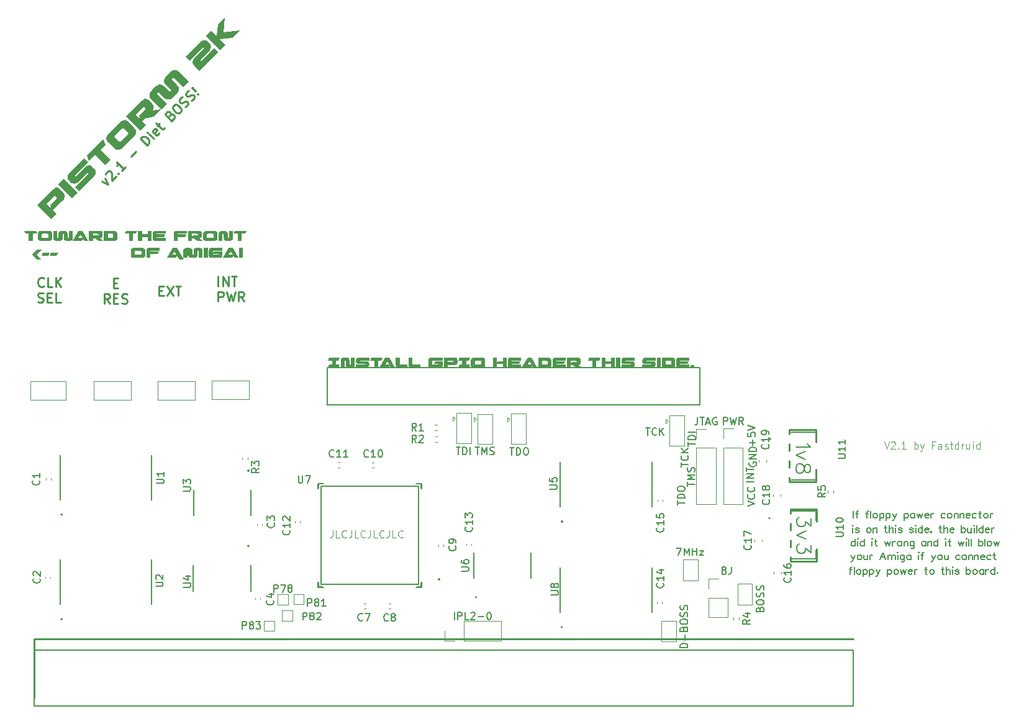
<source format=gbr>
%TF.GenerationSoftware,KiCad,Pcbnew,8.0.1*%
%TF.CreationDate,2024-05-25T23:06:58+03:00*%
%TF.ProjectId,PiStorm2k_v2.1,50695374-6f72-46d3-926b-5f76322e312e,rev?*%
%TF.SameCoordinates,Original*%
%TF.FileFunction,Legend,Top*%
%TF.FilePolarity,Positive*%
%FSLAX46Y46*%
G04 Gerber Fmt 4.6, Leading zero omitted, Abs format (unit mm)*
G04 Created by KiCad (PCBNEW 8.0.1) date 2024-05-25 23:06:58*
%MOMM*%
%LPD*%
G01*
G04 APERTURE LIST*
%ADD10C,0.203200*%
%ADD11C,0.000000*%
%ADD12C,0.254000*%
%ADD13C,0.152400*%
%ADD14C,0.250000*%
%ADD15C,0.200000*%
%ADD16C,0.100000*%
%ADD17C,0.150000*%
%ADD18C,0.120000*%
%ADD19C,0.127000*%
G04 APERTURE END LIST*
D10*
X199165210Y-115917980D02*
X199259190Y-115963700D01*
D11*
G36*
X95205010Y-73387570D02*
G01*
X94773210Y-73387570D01*
X94773210Y-74352770D01*
X94242350Y-74352770D01*
X94242350Y-73387570D01*
X93647990Y-73387570D01*
X93818170Y-72996410D01*
X95372650Y-72996410D01*
X95205010Y-73387570D01*
G37*
D10*
X199396350Y-115316000D02*
X199259190Y-115316000D01*
X195731130Y-113487200D02*
X195731130Y-114134900D01*
X203254610Y-111599980D02*
X203208890Y-111551720D01*
X199599550Y-113858040D02*
X199647810Y-113949480D01*
X204356970Y-115963700D02*
X204448440Y-115917980D01*
X198299070Y-113487200D02*
X198390510Y-113532920D01*
X193163220Y-115361720D02*
X193069240Y-115316000D01*
X210668870Y-119197120D02*
X210574890Y-119151400D01*
X206325470Y-114089180D02*
X206416940Y-114134900D01*
X210656170Y-115686840D02*
X210610450Y-115824000D01*
X198555610Y-112336580D02*
X198461630Y-112430560D01*
X196162930Y-111551720D02*
X196068950Y-111506000D01*
X200498710Y-119522240D02*
X200544430Y-119659400D01*
X193671220Y-113809780D02*
X193762660Y-113858040D01*
X198647050Y-112153700D02*
X198555610Y-112336580D01*
X200986390Y-113487200D02*
X200846690Y-113487200D01*
X194461130Y-117170200D02*
X194461130Y-117632480D01*
X201872850Y-113858040D02*
X201918570Y-113995200D01*
D11*
G36*
X92301790Y-73007590D02*
G01*
X92424220Y-73040100D01*
X92519720Y-73094990D01*
X92587790Y-73171670D01*
X92628430Y-73269710D01*
X92642150Y-73390110D01*
X92642150Y-73959070D01*
X92628430Y-74079470D01*
X92587790Y-74178020D01*
X92519720Y-74254220D01*
X92424220Y-74309080D01*
X92301790Y-74342100D01*
X92151930Y-74352770D01*
X90838750Y-74352770D01*
X90838750Y-73387570D01*
X91372150Y-73387570D01*
X91372150Y-73956530D01*
X91958890Y-73956530D01*
X92024450Y-73951450D01*
X92071160Y-73936210D01*
X92099610Y-73910810D01*
X92108750Y-73875250D01*
X92108750Y-73473930D01*
X92099610Y-73436340D01*
X92071160Y-73409440D01*
X92024450Y-73393160D01*
X91958890Y-73387570D01*
X91372150Y-73387570D01*
X90838750Y-73387570D01*
X90838750Y-72996410D01*
X92151930Y-72996410D01*
X92301790Y-73007590D01*
G37*
D10*
X195380610Y-113995200D02*
X195426330Y-113858040D01*
X201115930Y-115963700D02*
X201207370Y-115917980D01*
D11*
G36*
X109776990Y-76186650D02*
G01*
X109281690Y-76186650D01*
X109281690Y-75307810D01*
X109776990Y-75307810D01*
X109776990Y-76186650D01*
G37*
D10*
X206312770Y-111551720D02*
X206221330Y-111506000D01*
D11*
G36*
X99302030Y-73387570D02*
G01*
X98029490Y-73387570D01*
X98029490Y-73672050D01*
X98120930Y-73473930D01*
X99223290Y-73473930D01*
X99045490Y-73870170D01*
X98029490Y-73870170D01*
X98029490Y-73956530D01*
X99302030Y-73956530D01*
X99302030Y-74352770D01*
X97836450Y-74352770D01*
X97733350Y-74344130D01*
X97649000Y-74318730D01*
X97582960Y-74276060D01*
X97536220Y-74216120D01*
X97507770Y-74139410D01*
X97498630Y-74045430D01*
X97498630Y-73298670D01*
X97507770Y-73206210D01*
X97536220Y-73131030D01*
X97582960Y-73072100D01*
X97649000Y-73029960D01*
X97733350Y-73005050D01*
X97836450Y-72996410D01*
X99302030Y-72996410D01*
X99302030Y-73387570D01*
G37*
D10*
X185836000Y-113315390D02*
X185559140Y-113223950D01*
X187222840Y-115827450D02*
X187222840Y-116843450D01*
X194506850Y-117772180D02*
X194598290Y-117817900D01*
X206325470Y-113532920D02*
X206231490Y-113626900D01*
X209241390Y-111876840D02*
X209287110Y-112014000D01*
D11*
G36*
X106957590Y-75698970D02*
G01*
X105685050Y-75698970D01*
X105685050Y-76267930D01*
X106431810Y-76267930D01*
X106431810Y-76181570D01*
X105710450Y-76181570D01*
X105900950Y-75785330D01*
X106957590Y-75785330D01*
X106957590Y-76361910D01*
X106938290Y-76496530D01*
X106881390Y-76590540D01*
X106839230Y-76623020D01*
X106789950Y-76645880D01*
X106732550Y-76659600D01*
X106668030Y-76664170D01*
X105494550Y-76664170D01*
X105390410Y-76655560D01*
X105305570Y-76630130D01*
X105239030Y-76587490D01*
X105191780Y-76527520D01*
X105163840Y-76450810D01*
X105154190Y-76356830D01*
X105154190Y-75610070D01*
X105163840Y-75517610D01*
X105191780Y-75442430D01*
X105239030Y-75383500D01*
X105305570Y-75341340D01*
X105390410Y-75316450D01*
X105494550Y-75307810D01*
X106957590Y-75307810D01*
X106957590Y-75698970D01*
G37*
D10*
X207265270Y-111691420D02*
X207265270Y-112153700D01*
X187222840Y-113223950D02*
X186483700Y-112670230D01*
X205136780Y-117541040D02*
X205136780Y-117447060D01*
X193808380Y-113949480D02*
X193808380Y-113995200D01*
X212294470Y-119291100D02*
X212200490Y-119197120D01*
X208535270Y-119753380D02*
X208441290Y-119659400D01*
X202335130Y-114089180D02*
X202426570Y-113995200D01*
X210425030Y-115316000D02*
X210519010Y-115361720D01*
X198210170Y-117355620D02*
X198210170Y-117817900D01*
X211847430Y-113487200D02*
X211847430Y-114134900D01*
X200031350Y-112107980D02*
X199939940Y-112014000D01*
X209609690Y-111506000D02*
X209472530Y-111506000D01*
X211405470Y-115917980D02*
X211496940Y-115963700D01*
X208380330Y-117309900D02*
X208286350Y-117215920D01*
X193450240Y-119522240D02*
X193498500Y-119659400D01*
X200790810Y-115455700D02*
X200745120Y-115592860D01*
X209774790Y-117170200D02*
X209911950Y-117170200D01*
X205512670Y-113532920D02*
X205604110Y-113487200D01*
X193808380Y-113995200D02*
X193762660Y-114089180D01*
X198200010Y-119291100D02*
X198245730Y-119428260D01*
X194964050Y-113532920D02*
X194872610Y-113626900D01*
X202926950Y-119753380D02*
X203020930Y-119799100D01*
X193681380Y-119799100D02*
X193821080Y-119799100D01*
X203678790Y-117170200D02*
X203955650Y-117817900D01*
X209703670Y-111551720D02*
X209609690Y-111506000D01*
X206231490Y-115963700D02*
X206325470Y-115963700D01*
X186017310Y-104872430D02*
X186202730Y-105055310D01*
X197531990Y-114134900D02*
X197623430Y-114134900D01*
X200729850Y-119151400D02*
X200638440Y-119197120D01*
X200833990Y-117170200D02*
X200833990Y-117817900D01*
X202777120Y-113995200D02*
X202871070Y-114089180D01*
X211987130Y-113532920D02*
X212078570Y-113487200D01*
X198019670Y-111876840D02*
X197971440Y-112014000D01*
X211128610Y-113532920D02*
X211034630Y-113626900D01*
X202545950Y-115316000D02*
X202454510Y-115361720D01*
X206221330Y-111506000D02*
X206081630Y-111506000D01*
X194824350Y-113858040D02*
X194872610Y-113995200D01*
X205604110Y-115039140D02*
X205649830Y-114993420D01*
D11*
G36*
X153799950Y-90669520D02*
G01*
X152524870Y-90669520D01*
X152524870Y-90956540D01*
X152616310Y-90758420D01*
X153721210Y-90758420D01*
X153543410Y-91154660D01*
X152524870Y-91154660D01*
X152524870Y-91241020D01*
X153799950Y-91241020D01*
X153799950Y-91637260D01*
X152334370Y-91637260D01*
X152230260Y-91628620D01*
X152145390Y-91603220D01*
X152078850Y-91560040D01*
X152031600Y-91499590D01*
X152003660Y-91422370D01*
X151994010Y-91327380D01*
X151994010Y-90580620D01*
X152003660Y-90489180D01*
X152031600Y-90414500D01*
X152078850Y-90356080D01*
X152145390Y-90314420D01*
X152230260Y-90289530D01*
X152334370Y-90280900D01*
X153799950Y-90280900D01*
X153799950Y-90669520D01*
G37*
D10*
X206566770Y-118874540D02*
X206612490Y-118828820D01*
X212294470Y-118828820D02*
X212294470Y-119799100D01*
X199165210Y-115361720D02*
X199073770Y-115455700D01*
X209703670Y-112107980D02*
X209795110Y-112014000D01*
X198835010Y-113164620D02*
X198786780Y-113118900D01*
X193589940Y-119197120D02*
X193498500Y-119291100D01*
X210193890Y-115361720D02*
X210287870Y-115316000D01*
X195723510Y-119291100D02*
X195769230Y-119428260D01*
X208426050Y-117447060D02*
X208380330Y-117309900D01*
X209299810Y-119522240D02*
X209348070Y-119659400D01*
X198245730Y-119428260D02*
X198245730Y-119522240D01*
X210239610Y-111968280D02*
X210285330Y-112107980D01*
X206556610Y-113487200D02*
X206416940Y-113487200D01*
X193602640Y-117678200D02*
X193694080Y-117772180D01*
X200493630Y-111876840D02*
X200447940Y-112014000D01*
D12*
X187911310Y-107215910D02*
X187911310Y-105531390D01*
D10*
X202335130Y-113532920D02*
X202241150Y-113487200D01*
X211143850Y-112153700D02*
X211235290Y-112107980D01*
X210376770Y-112153700D02*
X210468210Y-112153700D01*
X199185530Y-113718340D02*
X199276970Y-113764060D01*
X199028050Y-115592860D02*
X199028050Y-115686840D01*
X208431130Y-114947700D02*
X208385440Y-114993420D01*
X206452470Y-111782860D02*
X206404210Y-111645700D01*
X193554380Y-117541040D02*
X193602640Y-117678200D01*
X210206620Y-119428260D02*
X210206620Y-119522240D01*
X207242440Y-119799100D02*
X207102710Y-119799100D01*
X208172050Y-113532920D02*
X208263490Y-113626900D01*
X207849470Y-113532920D02*
X207940940Y-113487200D01*
X210437730Y-119151400D02*
X210343780Y-119197120D01*
X204448440Y-115361720D02*
X204356970Y-115316000D01*
X205708280Y-119336820D02*
X205845440Y-119197120D01*
X185278170Y-105888430D02*
X185186730Y-105609030D01*
X198400670Y-115455700D02*
X198492110Y-115361720D01*
X199581770Y-115824000D02*
X199627490Y-115686840D01*
X196239130Y-113672620D02*
X196239130Y-114134900D01*
X208766440Y-119151400D02*
X208857850Y-119197120D01*
X200960990Y-119197120D02*
X200867010Y-119151400D01*
X204768450Y-117817900D02*
X204905610Y-117817900D01*
X199185530Y-114089180D02*
X199139810Y-113995200D01*
X192840640Y-115361720D02*
X192746660Y-115455700D01*
X206965550Y-117541040D02*
X207013810Y-117678200D01*
X202685650Y-115963700D02*
X202777120Y-115917980D01*
X204699870Y-113487200D02*
X205022450Y-113487200D01*
X192972720Y-117817900D02*
X192881310Y-118000780D01*
X197112890Y-112014000D02*
X197021450Y-112107980D01*
X212644990Y-119567960D02*
X212599270Y-119613680D01*
D11*
G36*
X81692210Y-76247610D02*
G01*
X82306890Y-76928330D01*
X81646490Y-76928330D01*
X81026730Y-76247610D01*
X81646490Y-75571970D01*
X82304350Y-75571970D01*
X81692210Y-76247610D01*
G37*
D10*
X205545690Y-111645700D02*
X205454280Y-111551720D01*
X200638440Y-119753380D02*
X200729850Y-119799100D01*
X195746370Y-112014000D02*
X195837810Y-112107980D01*
X193625500Y-114134900D02*
X193485800Y-114134900D01*
X210864450Y-117264180D02*
X210818730Y-117215920D01*
X203988670Y-115592860D02*
X203988670Y-115686840D01*
X197158610Y-111782860D02*
X197158610Y-111876840D01*
X206648050Y-113532920D02*
X206556610Y-113487200D01*
X202454510Y-115361720D02*
X202363070Y-115455700D01*
X200544430Y-119659400D02*
X200638440Y-119753380D01*
X210988940Y-113764060D02*
X211542630Y-113764060D01*
X185373720Y-116658030D02*
X185282280Y-116381200D01*
X207755490Y-113626900D02*
X207849470Y-113532920D01*
X197557390Y-112107980D02*
X197463440Y-112014000D01*
X194006500Y-119291100D02*
X193912520Y-119197120D01*
X194326510Y-115316000D02*
X194186810Y-115316000D01*
X193694080Y-117215920D02*
X193602640Y-117309900D01*
X200493630Y-111782860D02*
X200493630Y-111876840D01*
X198596280Y-119291100D02*
X198550530Y-119428260D01*
X208080610Y-113487200D02*
X208172050Y-113532920D01*
X199490330Y-115361720D02*
X199396350Y-115316000D01*
D11*
G36*
X84518400Y-67107460D02*
G01*
X84644890Y-67174010D01*
X84770880Y-67276120D01*
X84904990Y-67402100D01*
X85271770Y-67768370D01*
X85380480Y-67892830D01*
X85460230Y-68018300D01*
X85506970Y-68145810D01*
X85514080Y-68280430D01*
X85479540Y-68422160D01*
X85404350Y-68573040D01*
X85351010Y-68653300D01*
X85285990Y-68737630D01*
X85209280Y-68826020D01*
X85120890Y-68917970D01*
X83901180Y-70137680D01*
X84396990Y-70633490D01*
X83642610Y-71387870D01*
X81724400Y-69469660D01*
X81927550Y-69266460D01*
X83029960Y-69266460D01*
X83689350Y-69925840D01*
X83504430Y-69413780D01*
X84246110Y-68672100D01*
X84332470Y-68569990D01*
X84376160Y-68479060D01*
X84377180Y-68399300D01*
X84336030Y-68330720D01*
X84276590Y-68271290D01*
X84208010Y-68230140D01*
X84128260Y-68231160D01*
X84037330Y-68274840D01*
X83935220Y-68361200D01*
X83029960Y-69266460D01*
X81927550Y-69266460D01*
X83697980Y-67495570D01*
X83808220Y-67389910D01*
X83910330Y-67300500D01*
X84003800Y-67228360D01*
X84089650Y-67172480D01*
X84246110Y-67102380D01*
X84387850Y-67082570D01*
X84518400Y-67107460D01*
G37*
D10*
X204219810Y-115963700D02*
X204356970Y-115963700D01*
X209670650Y-119799100D02*
X209762120Y-119753380D01*
X187127290Y-102451810D02*
X185186730Y-102451810D01*
X192746660Y-115455700D02*
X192700940Y-115592860D01*
X206556610Y-114134900D02*
X206648050Y-114089180D01*
X195962270Y-113487200D02*
X196099430Y-113487200D01*
X203653390Y-111645700D02*
X203744830Y-111551720D01*
X204034390Y-115455700D02*
X203988670Y-115592860D01*
D11*
G36*
X163185250Y-90669520D02*
G01*
X161983830Y-90670530D01*
X161939130Y-90676630D01*
X161927950Y-90682220D01*
X161920330Y-90689330D01*
X161911190Y-90707110D01*
X161910170Y-90725400D01*
X161913220Y-90739620D01*
X161922870Y-90750800D01*
X161934550Y-90755370D01*
X161981290Y-90760450D01*
X162702650Y-90760980D01*
X162767170Y-90762990D01*
X162826600Y-90768070D01*
X162880450Y-90776700D01*
X162928710Y-90788900D01*
X162973410Y-90804140D01*
X163013040Y-90821920D01*
X163048090Y-90842240D01*
X163078570Y-90865100D01*
X163104480Y-90891030D01*
X163126830Y-90919450D01*
X163145120Y-90950440D01*
X163159850Y-90984480D01*
X163171030Y-91020040D01*
X163179150Y-91057120D01*
X163183730Y-91096240D01*
X163185250Y-91243560D01*
X163155280Y-91421360D01*
X163065870Y-91543280D01*
X162998310Y-91584420D01*
X162914490Y-91613890D01*
X162815430Y-91631670D01*
X162700110Y-91637260D01*
X161379310Y-91637260D01*
X161379310Y-91241020D01*
X162593940Y-91240510D01*
X162626960Y-91235430D01*
X162644230Y-91225270D01*
X162653370Y-91208530D01*
X162654390Y-91195300D01*
X162651850Y-91182090D01*
X162644230Y-91167360D01*
X162635090Y-91161770D01*
X162598000Y-91155670D01*
X161861910Y-91154660D01*
X161749640Y-91148050D01*
X161652110Y-91128240D01*
X161569300Y-91094710D01*
X161501230Y-91047980D01*
X161409790Y-90922500D01*
X161379310Y-90758420D01*
X161380830Y-90629890D01*
X161384900Y-90589250D01*
X161392010Y-90549630D01*
X161402170Y-90512040D01*
X161415890Y-90476980D01*
X161433160Y-90444470D01*
X161455000Y-90414500D01*
X161480910Y-90387580D01*
X161509870Y-90362680D01*
X161544410Y-90340840D01*
X161583530Y-90322040D01*
X161628230Y-90306300D01*
X161678010Y-90295630D01*
X161734400Y-90287500D01*
X161796380Y-90282930D01*
X161864450Y-90280900D01*
X163185250Y-90280900D01*
X163185250Y-90669520D01*
G37*
D10*
X195632070Y-119197120D02*
X195723510Y-119291100D01*
D13*
X133762700Y-107835750D02*
X133762700Y-121178570D01*
D10*
X204583030Y-117678200D02*
X204677010Y-117772180D01*
D12*
X184311290Y-103000530D02*
X184311290Y-102031340D01*
D10*
X194999610Y-111183420D02*
X194905630Y-111229140D01*
X209530950Y-119799100D02*
X209670650Y-119799100D01*
X208520030Y-111551720D02*
X208428620Y-111645700D01*
X203970890Y-119659400D02*
X204016610Y-119522240D01*
X193450240Y-119428260D02*
X193450240Y-119522240D01*
X204905610Y-117817900D02*
X204999620Y-117772180D01*
X205172310Y-119613680D02*
X205218030Y-119753380D01*
X194052220Y-119428260D02*
X194006500Y-119291100D01*
D11*
G36*
X103786150Y-72997930D02*
G01*
X103851170Y-73003010D01*
X103908090Y-73010630D01*
X103957850Y-73021810D01*
X104002050Y-73035020D01*
X104041160Y-73051270D01*
X104074690Y-73070580D01*
X104102630Y-73092930D01*
X104127010Y-73119850D01*
X104146320Y-73149340D01*
X104161050Y-73181830D01*
X104171210Y-73217420D01*
X104178830Y-73256000D01*
X104187970Y-73342360D01*
X104188990Y-73649190D01*
X104179340Y-73743680D01*
X104150380Y-73823430D01*
X104102630Y-73888460D01*
X104035570Y-73939260D01*
X103949210Y-73975330D01*
X103843550Y-73997170D01*
X104326150Y-74352770D01*
X103625110Y-74352770D01*
X103106950Y-74002250D01*
X102863110Y-74002250D01*
X102863110Y-74352770D01*
X102329710Y-74352770D01*
X102329710Y-73387570D01*
X102863110Y-73387570D01*
X102863110Y-73852420D01*
X102977410Y-73606040D01*
X103505760Y-73606040D01*
X103571260Y-73600420D01*
X103618000Y-73583660D01*
X103646450Y-73556230D01*
X103655590Y-73517110D01*
X103655590Y-73473930D01*
X103646450Y-73436340D01*
X103618000Y-73409440D01*
X103571260Y-73393160D01*
X103505760Y-73387570D01*
X102863110Y-73387570D01*
X102329710Y-73387570D01*
X102329710Y-72996410D01*
X103714010Y-72996410D01*
X103786150Y-72997930D01*
G37*
D10*
X206963010Y-119753380D02*
X206917290Y-119659400D01*
X208535270Y-119197120D02*
X208626710Y-119151400D01*
X202426570Y-113626900D02*
X202335130Y-113532920D01*
X200938130Y-111551720D02*
X200844150Y-111645700D01*
X198786780Y-113487200D02*
X198786780Y-114134900D01*
D12*
X187911310Y-107215910D02*
X184311290Y-107215910D01*
D10*
X200262490Y-112153700D02*
X200125330Y-112153700D01*
X203744830Y-111551720D02*
X203838810Y-111506000D01*
X185559140Y-116843450D02*
X185373720Y-116658030D01*
X186388150Y-105149290D02*
X186294170Y-105517620D01*
X207217010Y-111551720D02*
X207265270Y-111691420D01*
X201402950Y-119291100D02*
X201496930Y-119197120D01*
X199647810Y-113949480D02*
X199647810Y-113995200D01*
X209475070Y-113118900D02*
X209426810Y-113164620D01*
X206894430Y-111551720D02*
X206988440Y-111506000D01*
X201123550Y-113532920D02*
X200986390Y-113487200D01*
X198370190Y-112476280D02*
X198324470Y-112476280D01*
X185836000Y-116937430D02*
X185559140Y-116843450D01*
X201568050Y-113164620D02*
X201522330Y-113118900D01*
X208441290Y-118828820D02*
X208441290Y-119799100D01*
X212258940Y-117772180D02*
X212350350Y-117817900D01*
X203020930Y-119799100D02*
X203112370Y-119799100D01*
X193440080Y-113764060D02*
X193671220Y-113809780D01*
X186479590Y-105888430D02*
X186665010Y-105979870D01*
X192904140Y-113164620D02*
X192949860Y-113210340D01*
D12*
X188028460Y-110936430D02*
X184428440Y-110936430D01*
D10*
X199975470Y-117170200D02*
X199975470Y-117909340D01*
X207196690Y-117817900D02*
X207336390Y-117817900D01*
X208382870Y-111876840D02*
X208428620Y-112014000D01*
X185372150Y-104872430D02*
X185555030Y-104778450D01*
X200709530Y-113718340D02*
X200800970Y-113764060D01*
X197648830Y-112153700D02*
X197557390Y-112107980D01*
X210252310Y-119659400D02*
X210343780Y-119753380D01*
X197874890Y-119151400D02*
X198014620Y-119151400D01*
X207379570Y-119753380D02*
X207242440Y-119799100D01*
X209825620Y-113164620D02*
X209825620Y-114134900D01*
X211496940Y-113581180D02*
X211451190Y-113532920D01*
X209378550Y-112107980D02*
X209472530Y-112153700D01*
X205812390Y-117772180D02*
X205949550Y-117632480D01*
X211786470Y-119659400D02*
X211877940Y-119753380D01*
X201496930Y-119197120D02*
X201588370Y-119151400D01*
X203544170Y-115316000D02*
X203635610Y-115361720D01*
X205581280Y-117817900D02*
X205718440Y-117817900D01*
D11*
G36*
X84410010Y-76369530D02*
G01*
X83462590Y-76369530D01*
X83632770Y-76011420D01*
X84582730Y-76011420D01*
X84410010Y-76369530D01*
G37*
D10*
X201895710Y-116801900D02*
X201849990Y-116847620D01*
X201052430Y-119336820D02*
X201006710Y-119245380D01*
X204542390Y-114993420D02*
X204542390Y-115963700D01*
X208662270Y-114089180D02*
X208753710Y-114134900D01*
D13*
X120760800Y-107430920D02*
X120015080Y-107430920D01*
D10*
X194910710Y-119428260D02*
X194910710Y-119522240D01*
X199508110Y-113809780D02*
X199599550Y-113858040D01*
D11*
G36*
X137013090Y-90669520D02*
G01*
X135738010Y-90669520D01*
X135672480Y-90675100D01*
X135625740Y-90691870D01*
X135597290Y-90719810D01*
X135588150Y-90758420D01*
X135588150Y-91157200D01*
X135597290Y-91194280D01*
X135625740Y-91220190D01*
X135672480Y-91235940D01*
X135738010Y-91241020D01*
X136332370Y-91241020D01*
X136396890Y-91235940D01*
X136442610Y-91220190D01*
X136470550Y-91194280D01*
X136479690Y-91154660D01*
X135814210Y-91154660D01*
X136002170Y-90758420D01*
X137013090Y-90758420D01*
X137013090Y-91243560D01*
X136999370Y-91363950D01*
X136958230Y-91462530D01*
X136890150Y-91539210D01*
X136794140Y-91593570D01*
X136670700Y-91626590D01*
X136520330Y-91637260D01*
X135539890Y-91637260D01*
X135391050Y-91626590D01*
X135269130Y-91593570D01*
X135174130Y-91539210D01*
X135106570Y-91462530D01*
X135065930Y-91363950D01*
X135052210Y-91243560D01*
X135052210Y-90672060D01*
X135065930Y-90552680D01*
X135106570Y-90455140D01*
X135174130Y-90378940D01*
X135269130Y-90324580D01*
X135391050Y-90292070D01*
X135539890Y-90280900D01*
X137013090Y-90280900D01*
X137013090Y-90669520D01*
G37*
D10*
X198781670Y-119151400D02*
X198687690Y-119197120D01*
X200262490Y-111506000D02*
X200356470Y-111551720D01*
X205172310Y-118828820D02*
X205172310Y-119613680D01*
X199185530Y-113532920D02*
X199139810Y-113626900D01*
X194829430Y-117772180D02*
X194969130Y-117632480D01*
X203988670Y-115686840D02*
X204034390Y-115824000D01*
X203970890Y-119291100D02*
X203879450Y-119197120D01*
X207755490Y-113164620D02*
X207755490Y-114134900D01*
X194598290Y-117817900D02*
X194737990Y-117817900D01*
X197971440Y-111645700D02*
X198019670Y-111782860D01*
X194720210Y-111506000D02*
X195045330Y-111506000D01*
X202731370Y-113764060D02*
X202731370Y-113858040D01*
X212909150Y-115316000D02*
X212726270Y-115963700D01*
X211451190Y-113532920D02*
X211357210Y-113487200D01*
X199599550Y-113532920D02*
X199462390Y-113487200D01*
X206081630Y-111506000D02*
X205990190Y-111551720D01*
X200729850Y-119799100D02*
X200867010Y-119799100D01*
X201705210Y-111506000D02*
X201888120Y-112153700D01*
X186483700Y-116289730D02*
X186483700Y-116566620D01*
X200986390Y-114134900D02*
X200846690Y-114134900D01*
X202426570Y-113164620D02*
X202426570Y-114134900D01*
X208984850Y-114089180D02*
X209122010Y-113949480D01*
X203788010Y-119799100D02*
X203879450Y-119753380D01*
D11*
G36*
X110071630Y-73387570D02*
G01*
X109637290Y-73387570D01*
X109637290Y-74352770D01*
X109109000Y-74352770D01*
X109109000Y-73387570D01*
X108514610Y-73387570D01*
X108684790Y-72996410D01*
X110239270Y-72996410D01*
X110071630Y-73387570D01*
G37*
D10*
X211214970Y-117541040D02*
X211260690Y-117678200D01*
X185186730Y-105240730D02*
X185278170Y-104963870D01*
X202871070Y-113532920D02*
X202777120Y-113626900D01*
X212690710Y-119613680D02*
X212644990Y-119567960D01*
X201522330Y-113118900D02*
X201476610Y-113164620D01*
X203102210Y-114134900D02*
X203193650Y-114089180D01*
X196300120Y-111876840D02*
X196300120Y-111782860D01*
X211585810Y-117170200D02*
X211446110Y-117170200D01*
X205835280Y-113532920D02*
X205880970Y-113672620D01*
X209543650Y-117355620D02*
X209680810Y-117215920D01*
X196676010Y-119151400D02*
X196396610Y-119799100D01*
X195538120Y-119799100D02*
X195400930Y-119799100D01*
X208730850Y-117355620D02*
X208868010Y-117215920D01*
X208428620Y-111645700D02*
X208382870Y-111782860D01*
X208078070Y-111691420D02*
X208078070Y-112153700D01*
X195632070Y-119753380D02*
X195538120Y-119799100D01*
X193694080Y-117772180D02*
X193785520Y-117817900D01*
X192612040Y-119014240D02*
X192612040Y-119799100D01*
X205896210Y-112014000D02*
X205990190Y-112107980D01*
D12*
X81336290Y-128644040D02*
X192962050Y-128645210D01*
D10*
X201207370Y-116240560D02*
X201115930Y-116286280D01*
X200745120Y-115686840D02*
X200790810Y-115824000D01*
X204583030Y-117309900D02*
X204537310Y-117447060D01*
X202881230Y-119613680D02*
X202926950Y-119753380D01*
X210519010Y-115917980D02*
X210425030Y-115963700D01*
X197679310Y-115316000D02*
X197493890Y-115963700D01*
X193300380Y-113626900D02*
X193348640Y-113718340D01*
X207105280Y-117215920D02*
X207013810Y-117309900D01*
X200125330Y-111506000D02*
X200262490Y-111506000D01*
X210005930Y-117215920D02*
X210051650Y-117355620D01*
X197158610Y-111876840D02*
X197112890Y-112014000D01*
X211496940Y-115963700D02*
X211636610Y-115963700D01*
X201169270Y-112153700D02*
X201260710Y-112107980D01*
X199975470Y-117909340D02*
X199927210Y-118049040D01*
X196305170Y-119981980D02*
X196213730Y-120075960D01*
X202073510Y-111506000D02*
X201888120Y-112153700D01*
X202103990Y-113487200D02*
X202010010Y-113532920D01*
X194448430Y-119197120D02*
X194542440Y-119151400D01*
X194511930Y-114993420D02*
X194511930Y-115963700D01*
X199012810Y-119197120D02*
X198918830Y-119151400D01*
X203239370Y-113581180D02*
X203193650Y-113532920D01*
X205362810Y-112153700D02*
X205454280Y-112107980D01*
X199104280Y-119291100D02*
X199012810Y-119197120D01*
X199012810Y-119753380D02*
X199104280Y-119659400D01*
X205990190Y-112107980D02*
X206081630Y-112153700D01*
X187222840Y-112207950D02*
X187222840Y-113223950D01*
X208428620Y-112014000D02*
X208520030Y-112107980D01*
X205131670Y-112107980D02*
X205223110Y-112153700D01*
X209348070Y-119291100D02*
X209299810Y-119428260D01*
X197692010Y-119291100D02*
X197783450Y-119197120D01*
X200709530Y-114089180D02*
X200663810Y-113995200D01*
X198687690Y-119197120D02*
X198596280Y-119291100D01*
X207425290Y-119613680D02*
X207425290Y-119659400D01*
X206170530Y-119197120D02*
X206216280Y-119336820D01*
X210821270Y-111645700D02*
X210773010Y-111782860D01*
X195505070Y-117170200D02*
X195642230Y-117170200D01*
X203648310Y-119151400D02*
X203556870Y-119197120D01*
X197971440Y-112014000D02*
X197879970Y-112107980D01*
X199276970Y-113764060D02*
X199508110Y-113809780D01*
X202363070Y-115455700D02*
X202314810Y-115592860D01*
D11*
G36*
X166050370Y-90669520D02*
G01*
X164848950Y-90670530D01*
X164804250Y-90676630D01*
X164793070Y-90682220D01*
X164785450Y-90689330D01*
X164776310Y-90707110D01*
X164775290Y-90725400D01*
X164778340Y-90739620D01*
X164787990Y-90750800D01*
X164799670Y-90755370D01*
X164846410Y-90760450D01*
X165567770Y-90760980D01*
X165632290Y-90762990D01*
X165691720Y-90768070D01*
X165745570Y-90776700D01*
X165793830Y-90788900D01*
X165838530Y-90804140D01*
X165878160Y-90821920D01*
X165913210Y-90842240D01*
X165943690Y-90865100D01*
X165969600Y-90891030D01*
X165991950Y-90919450D01*
X166010240Y-90950440D01*
X166024970Y-90984480D01*
X166036150Y-91020040D01*
X166043770Y-91057120D01*
X166048850Y-91096240D01*
X166050370Y-91243560D01*
X166020400Y-91421360D01*
X165930990Y-91543280D01*
X165863430Y-91584420D01*
X165779610Y-91613890D01*
X165680550Y-91631670D01*
X165565230Y-91637260D01*
X164244430Y-91637260D01*
X164244430Y-91241020D01*
X165459060Y-91240510D01*
X165492080Y-91235430D01*
X165509350Y-91225270D01*
X165518490Y-91208530D01*
X165519510Y-91195300D01*
X165516970Y-91182090D01*
X165509350Y-91167360D01*
X165500210Y-91161770D01*
X165463120Y-91155670D01*
X164727030Y-91154660D01*
X164614760Y-91148050D01*
X164517230Y-91128240D01*
X164434420Y-91094710D01*
X164366350Y-91047980D01*
X164274910Y-90922500D01*
X164244430Y-90758420D01*
X164245950Y-90629890D01*
X164250020Y-90589250D01*
X164257130Y-90549630D01*
X164267290Y-90512040D01*
X164281010Y-90476980D01*
X164298280Y-90444470D01*
X164320120Y-90414500D01*
X164346030Y-90387580D01*
X164375490Y-90362680D01*
X164409530Y-90340840D01*
X164448650Y-90322040D01*
X164493350Y-90306300D01*
X164543130Y-90295630D01*
X164599520Y-90287500D01*
X164661500Y-90282930D01*
X164729570Y-90280900D01*
X166050370Y-90280900D01*
X166050370Y-90669520D01*
G37*
D10*
X199068690Y-116893340D02*
X199114440Y-116847620D01*
X200648570Y-117817900D02*
X200740010Y-117772180D01*
X200884790Y-115917980D02*
X200976230Y-115963700D01*
X193163220Y-115917980D02*
X193254660Y-115824000D01*
D11*
G36*
X88662670Y-63634260D02*
G01*
X87012170Y-65284760D01*
X86966960Y-65332000D01*
X86933430Y-65372130D01*
X86912100Y-65404640D01*
X86902450Y-65430040D01*
X86901430Y-65449860D01*
X86906000Y-65468650D01*
X86915650Y-65487450D01*
X86931400Y-65505740D01*
X86950200Y-65521990D01*
X86963410Y-65528090D01*
X86978650Y-65531140D01*
X86995920Y-65530630D01*
X87017760Y-65521480D01*
X87049260Y-65498620D01*
X87090410Y-65463060D01*
X88111000Y-64444020D01*
X88204960Y-64355120D01*
X88296400Y-64278410D01*
X88385810Y-64213890D01*
X88472170Y-64162080D01*
X88636250Y-64089430D01*
X88791700Y-64057940D01*
X88935460Y-64066060D01*
X89072110Y-64111780D01*
X89201650Y-64190520D01*
X89321540Y-64293140D01*
X89472420Y-64444020D01*
X89561320Y-64542570D01*
X89632440Y-64641120D01*
X89684250Y-64739670D01*
X89718290Y-64838220D01*
X89734040Y-64937280D01*
X89730990Y-65036850D01*
X89710160Y-65137940D01*
X89671550Y-65242080D01*
X89615670Y-65348760D01*
X89543030Y-65458490D01*
X89452610Y-65570250D01*
X89344910Y-65685060D01*
X87479050Y-67551450D01*
X86918700Y-66991130D01*
X88603230Y-65306090D01*
X88657590Y-65245640D01*
X88674350Y-65221260D01*
X88684000Y-65200430D01*
X88686540Y-65182140D01*
X88682990Y-65164360D01*
X88673840Y-65146580D01*
X88659110Y-65128290D01*
X88645390Y-65116610D01*
X88633200Y-65111020D01*
X88603230Y-65104920D01*
X88582910Y-65107970D01*
X88555990Y-65122700D01*
X88522970Y-65148610D01*
X88482860Y-65185700D01*
X87479050Y-66190010D01*
X87367290Y-66293140D01*
X87256520Y-66378990D01*
X87146290Y-66447060D01*
X87036560Y-66497860D01*
X86927850Y-66531390D01*
X86819640Y-66547140D01*
X86713980Y-66546630D01*
X86611360Y-66530370D01*
X86512810Y-66498880D01*
X86417310Y-66451630D01*
X86325870Y-66388640D01*
X86237980Y-66310410D01*
X86117590Y-66190010D01*
X86005320Y-66061490D01*
X85919970Y-65927880D01*
X85868160Y-65788690D01*
X85853430Y-65641880D01*
X85879330Y-65486940D01*
X85950450Y-65322350D01*
X86003290Y-65234970D01*
X86069830Y-65143530D01*
X86150610Y-65048030D01*
X86245090Y-64948970D01*
X88111000Y-63082580D01*
X88662670Y-63634260D01*
G37*
D10*
X197928230Y-113164620D02*
X197928230Y-114134900D01*
X200938130Y-112107980D02*
X201029570Y-112153700D01*
X187127290Y-105240730D02*
X187033310Y-104963870D01*
D11*
G36*
X93766030Y-57888300D02*
G01*
X93851890Y-57910120D01*
X93936720Y-57944660D01*
X94020030Y-57991910D01*
X94101310Y-58052360D01*
X94181580Y-58125510D01*
X94986250Y-58930180D01*
X95059400Y-59010450D01*
X95119850Y-59092240D01*
X95167610Y-59175550D01*
X95202150Y-59259880D01*
X95223990Y-59346240D01*
X95233140Y-59433610D01*
X95229580Y-59522510D01*
X95212820Y-59612940D01*
X95183350Y-59704880D01*
X95141190Y-59797850D01*
X95086330Y-59892840D01*
X95018760Y-59988860D01*
X94937990Y-60086390D01*
X94844520Y-60185450D01*
X93461740Y-61568740D01*
X93363700Y-61660680D01*
X93267180Y-61740440D01*
X93172180Y-61806990D01*
X93078200Y-61860840D01*
X92985750Y-61902490D01*
X92894810Y-61930940D01*
X92804900Y-61946690D01*
X92716510Y-61949740D01*
X92629640Y-61940080D01*
X92544290Y-61917730D01*
X92459970Y-61882680D01*
X92376650Y-61835440D01*
X92295370Y-61774980D01*
X92215110Y-61701320D01*
X91410440Y-60896650D01*
X91337310Y-60816900D01*
X91276860Y-60735110D01*
X91229080Y-60652300D01*
X91194030Y-60567980D01*
X91171680Y-60482120D01*
X91162050Y-60395260D01*
X91165100Y-60306860D01*
X91181330Y-60217460D01*
X91189560Y-60191040D01*
X92247110Y-60191040D01*
X92288770Y-60259110D01*
X92852650Y-60823500D01*
X92917170Y-60861090D01*
X92993370Y-60858040D01*
X93081250Y-60813340D01*
X93181330Y-60728000D01*
X94016500Y-59892840D01*
X94101820Y-59792770D01*
X94146550Y-59704880D01*
X94149600Y-59628680D01*
X94111980Y-59564170D01*
X93547590Y-59000290D01*
X93479520Y-58958660D01*
X93400270Y-58959140D01*
X93310870Y-59001810D01*
X93210280Y-59086650D01*
X92375130Y-59921800D01*
X92290290Y-60022380D01*
X92247650Y-60112300D01*
X92247110Y-60191040D01*
X91189560Y-60191040D01*
X91209780Y-60126040D01*
X91250930Y-60033560D01*
X91305280Y-59940090D01*
X91371830Y-59844610D01*
X91451080Y-59748570D01*
X91543530Y-59650530D01*
X92926310Y-58267240D01*
X93025370Y-58174280D01*
X93122910Y-58093510D01*
X93219430Y-58025940D01*
X93313910Y-57970570D01*
X93407390Y-57928410D01*
X93499360Y-57899450D01*
X93589760Y-57882690D01*
X93678660Y-57879160D01*
X93766030Y-57888300D01*
G37*
D10*
X211969350Y-119799100D02*
X212109050Y-119799100D01*
X201207370Y-115917980D02*
X201298810Y-115824000D01*
X205312010Y-119799100D02*
X205403450Y-119799100D01*
X202871070Y-114089180D02*
X202962510Y-114134900D01*
X198019670Y-111782860D02*
X198019670Y-111876840D01*
X198164450Y-117215920D02*
X198210170Y-117355620D01*
X209426810Y-113164620D02*
X209475070Y-113210340D01*
X205372970Y-113672620D02*
X205512670Y-113532920D01*
X201171810Y-113626900D02*
X201123550Y-113532920D01*
X203417170Y-119522240D02*
X203462890Y-119659400D01*
X198200010Y-119659400D02*
X198106030Y-119753380D01*
X194864990Y-119291100D02*
X194910710Y-119428260D01*
X185282280Y-116104310D02*
X185373720Y-115827450D01*
X195055490Y-113487200D02*
X194964050Y-113532920D01*
X205708280Y-118828820D02*
X205708280Y-119799100D01*
X208626710Y-119799100D02*
X208535270Y-119753380D01*
X202746610Y-111782860D02*
X202746610Y-111876840D01*
D12*
X187911310Y-101800480D02*
X187911310Y-100115950D01*
D10*
X196604890Y-111645700D02*
X196698870Y-111551720D01*
X203683870Y-113949480D02*
X203635610Y-113995200D01*
X211374990Y-111782860D02*
X211329270Y-111645700D01*
X204837030Y-113949480D02*
X204882780Y-114089180D01*
X209856070Y-119291100D02*
X209762120Y-119197120D01*
X193031140Y-111183420D02*
X193031140Y-112153700D01*
D12*
X184428440Y-113821010D02*
X184428440Y-112851790D01*
D10*
X208868010Y-117215920D02*
X208961990Y-117170200D01*
X204882780Y-114089180D02*
X204976730Y-114134900D01*
X194156330Y-117447060D02*
X194110610Y-117309900D01*
X201352150Y-111645700D02*
X201260710Y-111551720D01*
X207102710Y-119151400D02*
X206963010Y-119197120D01*
X210912710Y-111551720D02*
X210821270Y-111645700D01*
X211354670Y-117215920D02*
X211260690Y-117309900D01*
X202881230Y-118828820D02*
X202881230Y-119613680D01*
X193559460Y-114993420D02*
X193605180Y-115039140D01*
X207196690Y-117170200D02*
X207105280Y-117215920D01*
X202731370Y-113764060D02*
X203285120Y-113764060D01*
X209520790Y-113164620D02*
X209475070Y-113118900D01*
X211446110Y-117817900D02*
X211585810Y-117817900D01*
X210760310Y-119151400D02*
X210760310Y-119799100D01*
X198918830Y-119151400D02*
X198781670Y-119151400D01*
X200663810Y-113626900D02*
X200709530Y-113718340D01*
X186483700Y-116566620D02*
X186389720Y-116752040D01*
X201006710Y-119245380D02*
X200960990Y-119197120D01*
X205990190Y-111551720D02*
X205896210Y-111645700D01*
X208382870Y-111782860D02*
X208936620Y-111782860D01*
X192949860Y-113487200D02*
X192949860Y-114134900D01*
X186479590Y-104963870D02*
X186388150Y-105149290D01*
D11*
G36*
X138715400Y-90286990D02*
G01*
X138824110Y-90303760D01*
X138866780Y-90318010D01*
X138903870Y-90335250D01*
X138935360Y-90355060D01*
X138961270Y-90377420D01*
X138982100Y-90403320D01*
X138998860Y-90432810D01*
X139011050Y-90465810D01*
X139019690Y-90501880D01*
X139025280Y-90540480D01*
X139031370Y-90625320D01*
X139032390Y-90931140D01*
X139030870Y-90974320D01*
X139026800Y-91014980D01*
X139019690Y-91053060D01*
X139009530Y-91088620D01*
X138997340Y-91120620D01*
X138981080Y-91149070D01*
X138960250Y-91174980D01*
X138935870Y-91197860D01*
X138906910Y-91219170D01*
X138873390Y-91237460D01*
X138835790Y-91252190D01*
X138793630Y-91263880D01*
X138746390Y-91274040D01*
X138694060Y-91281150D01*
X138636150Y-91285720D01*
X137709050Y-91286740D01*
X137709050Y-91637260D01*
X137175650Y-91637260D01*
X137175650Y-90669520D01*
X137709050Y-90669520D01*
X137709050Y-91136880D01*
X137825890Y-90890500D01*
X138349130Y-90890500D01*
X138415680Y-90884930D01*
X138463430Y-90868650D01*
X138491880Y-90840710D01*
X138501530Y-90801600D01*
X138501530Y-90758420D01*
X138491880Y-90719810D01*
X138463430Y-90691870D01*
X138415680Y-90675100D01*
X138349130Y-90669520D01*
X137709050Y-90669520D01*
X137175650Y-90669520D01*
X137175650Y-90280900D01*
X138572650Y-90280900D01*
X138715400Y-90286990D01*
G37*
D10*
X199627490Y-115592860D02*
X199581770Y-115455700D01*
X195411120Y-117215920D02*
X195505070Y-117170200D01*
X194864990Y-119659400D02*
X194771010Y-119753380D01*
X203285120Y-113672620D02*
X203239370Y-113581180D01*
X195769230Y-119522240D02*
X195723510Y-119659400D01*
X209439510Y-119197120D02*
X209348070Y-119291100D01*
X200884790Y-115361720D02*
X200790810Y-115455700D01*
X207427830Y-117772180D02*
X207521810Y-117678200D01*
X198210170Y-117355620D02*
X198349870Y-117215920D01*
X197392290Y-113164620D02*
X197392290Y-113949480D01*
X187222840Y-116843450D02*
X186483700Y-116289730D01*
D11*
G36*
X109190250Y-76664170D02*
G01*
X108633990Y-76664170D01*
X108463810Y-76389850D01*
X108336810Y-76664170D01*
X107059190Y-76664170D01*
X107289970Y-76267930D01*
X107851670Y-76267930D01*
X108387610Y-76267930D01*
X108125990Y-75838670D01*
X107851670Y-76267930D01*
X107289970Y-76267930D01*
X107849130Y-75307810D01*
X108397770Y-75307810D01*
X109190250Y-76664170D01*
G37*
D10*
X192789840Y-118094760D02*
X192695860Y-118140480D01*
X207013810Y-117678200D02*
X207105280Y-117772180D01*
X201169270Y-111506000D02*
X201029570Y-111506000D01*
X202685650Y-115316000D02*
X202545950Y-115316000D01*
X201357230Y-119151400D02*
X201357230Y-119799100D01*
X185372150Y-105979870D02*
X185278170Y-105888430D01*
X193498500Y-119659400D02*
X193589940Y-119753380D01*
X206416940Y-114134900D02*
X206556610Y-114134900D01*
X203635610Y-113995200D02*
X203589890Y-113949480D01*
X201032110Y-113809780D02*
X201123550Y-113858040D01*
X209348070Y-119659400D02*
X209439510Y-119753380D01*
X195837810Y-111551720D02*
X195746370Y-111645700D01*
X203678790Y-118140480D02*
X203633070Y-118140480D01*
X199825610Y-119151400D02*
X199640190Y-119799100D01*
X206566770Y-118783100D02*
X206521050Y-118828820D01*
X193069240Y-115963700D02*
X193163220Y-115917980D01*
X201522330Y-113210340D02*
X201568050Y-113164620D01*
X211034630Y-113995200D02*
X211128610Y-114089180D01*
D11*
G36*
X98425760Y-75698970D02*
G01*
X97153190Y-75698970D01*
X97153190Y-75978370D01*
X97242090Y-75785330D01*
X98346990Y-75785330D01*
X98171760Y-76181570D01*
X97153190Y-76181570D01*
X97153190Y-76664170D01*
X96622330Y-76664170D01*
X96622330Y-75610070D01*
X96631470Y-75517610D01*
X96659950Y-75442430D01*
X96706660Y-75383500D01*
X96772700Y-75341340D01*
X96857030Y-75316450D01*
X96960150Y-75307810D01*
X98425760Y-75307810D01*
X98425760Y-75698970D01*
G37*
D10*
X210206620Y-119522240D02*
X210252310Y-119659400D01*
X200417430Y-117772180D02*
X200511440Y-117817900D01*
X193821080Y-119799100D02*
X193912520Y-119753380D01*
X200325990Y-117678200D02*
X200417430Y-117772180D01*
X209238850Y-117355620D02*
X209238850Y-117817900D01*
X210102450Y-115455700D02*
X210193890Y-115361720D01*
X210356450Y-117541040D02*
X210402170Y-117678200D01*
X211585810Y-117817900D02*
X211677280Y-117772180D01*
X207872330Y-117678200D02*
X207963770Y-117772180D01*
X186850430Y-105979870D02*
X187033310Y-105888430D01*
X199259190Y-115963700D02*
X199396350Y-115963700D01*
X185555030Y-104778450D02*
X185834430Y-104778450D01*
D12*
X188028460Y-118036390D02*
X188028460Y-116351860D01*
D10*
X201123550Y-114089180D02*
X200986390Y-114134900D01*
X199104280Y-119659400D02*
X199149970Y-119522240D01*
X194110610Y-117309900D02*
X194016660Y-117215920D01*
X210361530Y-113487200D02*
X210267550Y-113532920D01*
X202314810Y-115592860D02*
X202314810Y-115686840D01*
X210287870Y-115316000D02*
X210425030Y-115316000D01*
D11*
G36*
X144412140Y-90974320D02*
G01*
X144531490Y-90758420D01*
X145204590Y-90758420D01*
X145204590Y-90280900D01*
X145735450Y-90280900D01*
X145735450Y-91637260D01*
X145204590Y-91637260D01*
X145204590Y-91154660D01*
X144412140Y-91154660D01*
X144412140Y-91637260D01*
X143878710Y-91637260D01*
X143878710Y-90280900D01*
X144412140Y-90280900D01*
X144412140Y-90974320D01*
G37*
D10*
X192949860Y-113118900D02*
X192904140Y-113164620D01*
X207826610Y-117447060D02*
X207826610Y-117541040D01*
X202385930Y-117033040D02*
X202385930Y-117817900D01*
X195319650Y-117309900D02*
X195411120Y-117215920D01*
X206076550Y-119151400D02*
X206170530Y-119197120D01*
X209241390Y-111782860D02*
X209241390Y-111876840D01*
X202431650Y-116893340D02*
X202385930Y-117033040D01*
X208890870Y-111599980D02*
X208842610Y-111551720D01*
X208426050Y-117541040D02*
X208426050Y-117447060D01*
X206231490Y-113626900D02*
X206185770Y-113764060D01*
X201941430Y-116847620D02*
X201895710Y-116801900D01*
X193912520Y-119197120D02*
X193821080Y-119151400D01*
X199939940Y-111506000D02*
X199939940Y-112476280D01*
X193925220Y-117817900D02*
X194016660Y-117772180D01*
X209911950Y-117170200D02*
X210005930Y-117215920D01*
X200163430Y-115316000D02*
X200303130Y-115316000D01*
X194771010Y-119753380D02*
X194679570Y-119799100D01*
X192949860Y-113210340D02*
X192995580Y-113164620D01*
X210988940Y-113764060D02*
X210988940Y-113858040D01*
X208614010Y-112153700D02*
X208751170Y-112153700D01*
X211496940Y-115316000D02*
X211405470Y-115361720D01*
X195573650Y-115039140D02*
X195619370Y-114993420D01*
X210760310Y-119291100D02*
X210668870Y-119197120D01*
X200511440Y-117817900D02*
X200648570Y-117817900D01*
D11*
G36*
X105976160Y-73007590D02*
G01*
X106100110Y-73040100D01*
X106196100Y-73094990D01*
X106265190Y-73171670D01*
X106306330Y-73269710D01*
X106320050Y-73390110D01*
X106320050Y-73959070D01*
X106306330Y-74079470D01*
X106265190Y-74178020D01*
X106196100Y-74254220D01*
X106100110Y-74309080D01*
X105976160Y-74342100D01*
X105824750Y-74352770D01*
X104846850Y-74352770D01*
X104698010Y-74342100D01*
X104576110Y-74309080D01*
X104481090Y-74254220D01*
X104413530Y-74178020D01*
X104372890Y-74079470D01*
X104359170Y-73959070D01*
X104359170Y-73875250D01*
X104895110Y-73875250D01*
X104904250Y-73910810D01*
X104932700Y-73936210D01*
X104979440Y-73951450D01*
X105045000Y-73956530D01*
X105636790Y-73956530D01*
X105702320Y-73951450D01*
X105749060Y-73936210D01*
X105777510Y-73910810D01*
X105786650Y-73875250D01*
X105786650Y-73473930D01*
X105777510Y-73436340D01*
X105749060Y-73409440D01*
X105702320Y-73393160D01*
X105636790Y-73387570D01*
X105045000Y-73387570D01*
X104979440Y-73393160D01*
X104932700Y-73409440D01*
X104904250Y-73436340D01*
X104895110Y-73473930D01*
X104895110Y-73875250D01*
X104359170Y-73875250D01*
X104359170Y-73390110D01*
X104372890Y-73269710D01*
X104413530Y-73171670D01*
X104481090Y-73094990D01*
X104576110Y-73040100D01*
X104698010Y-73007590D01*
X104846850Y-72996410D01*
X105824750Y-72996410D01*
X105976160Y-73007590D01*
G37*
D10*
X210519010Y-115361720D02*
X210610450Y-115455700D01*
X212350350Y-117817900D02*
X212444330Y-117817900D01*
X208263490Y-113626900D02*
X208309210Y-113764060D01*
X211725510Y-111645700D02*
X211816950Y-111551720D01*
X207336390Y-117170200D02*
X207196690Y-117170200D01*
X199467470Y-117678200D02*
X199558940Y-117772180D01*
X195573650Y-115316000D02*
X195573650Y-115963700D01*
X197255130Y-113487200D02*
X197577710Y-113487200D01*
X202241150Y-114134900D02*
X202335130Y-114089180D01*
X208781650Y-114993420D02*
X208781650Y-115963700D01*
X212599270Y-119613680D02*
X212644990Y-119659400D01*
X199647810Y-113995200D02*
X199599550Y-114089180D01*
X196109620Y-115917980D02*
X196201030Y-115963700D01*
X208614010Y-111506000D02*
X208520030Y-111551720D01*
X186021420Y-113315390D02*
X185836000Y-113315390D01*
X196300120Y-111782860D02*
X196254370Y-111645700D01*
X199149970Y-119428260D02*
X199104280Y-119291100D01*
X198370190Y-111506000D02*
X198647050Y-112153700D01*
X202746610Y-111876840D02*
X202794870Y-112014000D01*
X212073490Y-117170200D02*
X212398610Y-117170200D01*
X186665010Y-105979870D02*
X186850430Y-105979870D01*
X209086450Y-114993420D02*
X209086450Y-115963700D01*
X196930010Y-111506000D02*
X197021450Y-111551720D01*
X193348640Y-113532920D02*
X193300380Y-113626900D01*
X207940940Y-114134900D02*
X207849470Y-114089180D01*
X203193650Y-113532920D02*
X203102210Y-113487200D01*
X193602640Y-117309900D02*
X193554380Y-117447060D01*
X209795110Y-111645700D02*
X209703670Y-111551720D01*
X200303130Y-115316000D02*
X200394570Y-115361720D01*
X203102210Y-113487200D02*
X202962510Y-113487200D01*
X210684110Y-113626900D02*
X210592670Y-113532920D01*
X200447940Y-112014000D02*
X200356470Y-112107980D01*
X193254660Y-115455700D02*
X193163220Y-115361720D01*
X208286350Y-117215920D02*
X208194940Y-117170200D01*
X203313030Y-115361720D02*
X203407010Y-115316000D01*
X211728050Y-115361720D02*
X211636610Y-115316000D01*
X196396610Y-119799100D02*
X196305170Y-119981980D01*
X199881490Y-117215920D02*
X199790050Y-117170200D01*
X201029570Y-111506000D02*
X200938130Y-111551720D01*
D11*
G36*
X96012760Y-73692370D02*
G01*
X96132110Y-73473930D01*
X96805210Y-73473930D01*
X96805210Y-72996410D01*
X97336070Y-72996410D01*
X97336070Y-74352770D01*
X96805210Y-74352770D01*
X96805210Y-73870170D01*
X96012760Y-73870170D01*
X96012760Y-74352770D01*
X95479330Y-74352770D01*
X95479330Y-72996410D01*
X96012760Y-72996410D01*
X96012760Y-73692370D01*
G37*
G36*
X155416910Y-90282420D02*
G01*
X155481940Y-90286990D01*
X155539850Y-90294100D01*
X155590650Y-90303760D01*
X155633830Y-90318010D01*
X155672440Y-90335250D01*
X155706470Y-90355060D01*
X155735430Y-90377420D01*
X155758800Y-90403320D01*
X155778100Y-90432810D01*
X155792830Y-90465810D01*
X155804010Y-90501880D01*
X155810610Y-90540480D01*
X155818230Y-90625320D01*
X155819250Y-90931140D01*
X155809600Y-91025620D01*
X155781150Y-91105380D01*
X155733400Y-91170910D01*
X155666850Y-91221710D01*
X155581000Y-91257780D01*
X155476350Y-91279120D01*
X155956410Y-91637260D01*
X155255370Y-91637260D01*
X154737210Y-91286740D01*
X154493370Y-91286740D01*
X154493370Y-91637260D01*
X153959970Y-91637260D01*
X153959970Y-90669520D01*
X154493370Y-90669520D01*
X154493370Y-91136880D01*
X154610210Y-90890500D01*
X155138530Y-90890500D01*
X155203050Y-90884930D01*
X155248770Y-90868650D01*
X155276730Y-90840710D01*
X155285850Y-90801600D01*
X155285850Y-90758420D01*
X155276730Y-90719810D01*
X155248770Y-90691870D01*
X155203050Y-90675100D01*
X155138530Y-90669520D01*
X154493370Y-90669520D01*
X153959970Y-90669520D01*
X153959970Y-90280900D01*
X155344270Y-90280900D01*
X155416910Y-90282420D01*
G37*
D13*
X134167500Y-107430920D02*
X134167500Y-108176640D01*
D10*
X207826610Y-117541040D02*
X207872330Y-117678200D01*
X204537310Y-117541040D02*
X204583030Y-117678200D01*
X194356990Y-119151400D02*
X194356990Y-120121680D01*
X192840640Y-115917980D02*
X192932080Y-115963700D01*
X210102450Y-114993420D02*
X210102450Y-115963700D01*
X197392290Y-113949480D02*
X197438010Y-114089180D01*
X208309210Y-113858040D02*
X208263490Y-113995200D01*
X201918570Y-113626900D02*
X201872850Y-113764060D01*
X210684110Y-113164620D02*
X210684110Y-114134900D01*
X195400930Y-119151400D02*
X195538120Y-119151400D01*
X211451190Y-114089180D02*
X211542630Y-113995200D01*
X198583550Y-115316000D02*
X198723280Y-115316000D01*
X199073770Y-115824000D02*
X199165210Y-115917980D01*
X204976730Y-114134900D02*
X205068170Y-114134900D01*
X210356450Y-117447060D02*
X210356450Y-117541040D01*
X210361530Y-114134900D02*
X210498690Y-114134900D01*
X211877940Y-119197120D02*
X211786470Y-119291100D01*
X203556870Y-119753380D02*
X203648310Y-119799100D01*
X186298280Y-113223950D02*
X186021420Y-113315390D01*
D11*
G36*
X96639280Y-54986580D02*
G01*
X96771870Y-55047030D01*
X96903440Y-55143550D01*
X97039080Y-55268010D01*
X97405850Y-55634280D01*
X97483580Y-55721660D01*
X97544030Y-55811570D01*
X97587210Y-55903520D01*
X97613120Y-55997500D01*
X97622260Y-56094530D01*
X97614130Y-56193080D01*
X97588730Y-56294170D01*
X97546060Y-56397800D01*
X97486120Y-56503490D01*
X97409410Y-56611670D01*
X98594600Y-56435400D01*
X97603470Y-57427010D01*
X96374610Y-57664250D01*
X96029680Y-58008670D01*
X96525490Y-58504480D01*
X95771110Y-59258860D01*
X93852900Y-57340650D01*
X94055590Y-57137960D01*
X95158970Y-57137960D01*
X95817850Y-57796840D01*
X95632930Y-57285280D01*
X96380200Y-56538010D01*
X96464020Y-56437940D01*
X96506190Y-56349060D01*
X96506690Y-56270300D01*
X96464530Y-56202220D01*
X96405090Y-56142790D01*
X96337020Y-56101160D01*
X96258280Y-56101160D01*
X96169410Y-56143300D01*
X96069310Y-56227120D01*
X95158970Y-57137960D01*
X94055590Y-57137960D01*
X95810730Y-55382820D01*
X95915410Y-55282740D01*
X96013930Y-55197400D01*
X96105910Y-55126280D01*
X96191730Y-55070400D01*
X96351250Y-54996740D01*
X96500600Y-54969820D01*
X96639280Y-54986580D01*
G37*
D10*
X202617070Y-116847620D02*
X202523120Y-116847620D01*
X210587620Y-117817900D02*
X210724780Y-117817900D01*
X201298810Y-116055140D02*
X201253120Y-116194840D01*
X209856070Y-119659400D02*
X209901790Y-119522240D01*
X186017310Y-105979870D02*
X185834430Y-106071310D01*
X193485800Y-114134900D02*
X193348640Y-114089180D01*
X209543650Y-117170200D02*
X209543650Y-117817900D01*
X186389720Y-113129970D02*
X186298280Y-113223950D01*
X200356470Y-112107980D02*
X200262490Y-112153700D01*
X211542630Y-113764060D02*
X211542630Y-113672620D01*
X212540850Y-115316000D02*
X212726270Y-115963700D01*
X200071990Y-115361720D02*
X200163430Y-115316000D01*
D11*
G36*
X140584330Y-90666980D02*
G01*
X140208410Y-90666980D01*
X140208410Y-91246100D01*
X140746890Y-91246100D01*
X140576710Y-91637260D01*
X139139070Y-91637260D01*
X139306710Y-91246100D01*
X139677550Y-91246100D01*
X139677550Y-90666980D01*
X139141610Y-90666980D01*
X139311790Y-90280900D01*
X140746890Y-90280900D01*
X140584330Y-90666980D01*
G37*
D10*
X199558940Y-117772180D02*
X199650350Y-117817900D01*
X211405470Y-115361720D02*
X211311490Y-115455700D01*
X203462890Y-119291100D02*
X203417170Y-119428260D01*
X198047610Y-115316000D02*
X197864730Y-115963700D01*
X195426330Y-113858040D02*
X195426330Y-113764060D01*
X207425290Y-119659400D02*
X207379570Y-119753380D01*
D11*
G36*
X149931530Y-91637260D02*
G01*
X149377810Y-91637260D01*
X149205090Y-91362940D01*
X149078090Y-91637260D01*
X147800470Y-91637260D01*
X148031250Y-91241020D01*
X148592950Y-91241020D01*
X149128890Y-91241020D01*
X148867270Y-90809220D01*
X148592950Y-91241020D01*
X148031250Y-91241020D01*
X148590410Y-90280900D01*
X149139050Y-90280900D01*
X149931530Y-91637260D01*
G37*
D10*
X212540850Y-115316000D02*
X212355430Y-115963700D01*
X204991970Y-111782860D02*
X204991970Y-111876840D01*
X200511440Y-117170200D02*
X200417430Y-117215920D01*
D11*
G36*
X101687090Y-76880070D02*
G01*
X101133370Y-76880070D01*
X100828570Y-76389850D01*
X100701570Y-76664170D01*
X99421410Y-76664170D01*
X99652070Y-76265420D01*
X100213890Y-76265420D01*
X100749830Y-76265420D01*
X100488210Y-75831050D01*
X100213890Y-76265420D01*
X99652070Y-76265420D01*
X100208810Y-75302730D01*
X100757450Y-75302730D01*
X101687090Y-76880070D01*
G37*
D10*
X202241150Y-113487200D02*
X202103990Y-113487200D01*
X193145440Y-118828820D02*
X193145440Y-119799100D01*
X186389720Y-116752040D02*
X186298280Y-116843450D01*
X204677010Y-117215920D02*
X204583030Y-117309900D01*
X200280270Y-117541040D02*
X200325990Y-117678200D01*
X201115930Y-116286280D02*
X200976230Y-116286280D01*
X201895710Y-116893340D02*
X201941430Y-116847620D01*
X193912520Y-119753380D02*
X194006500Y-119659400D01*
X205649830Y-114993420D02*
X205604110Y-114947700D01*
X194417950Y-115361720D02*
X194326510Y-115316000D01*
X201298810Y-115455700D02*
X201207370Y-115361720D01*
X185834430Y-104778450D02*
X186017310Y-104872430D01*
X195091050Y-111183420D02*
X194999610Y-111183420D01*
X207801210Y-111506000D02*
X207938370Y-111506000D01*
X208893440Y-114134900D02*
X208984850Y-114089180D01*
X211738210Y-119428260D02*
X211738210Y-119522240D01*
X205954630Y-115316000D02*
X206277210Y-115316000D01*
X195273930Y-117447060D02*
X195319650Y-117309900D01*
X211679790Y-111506000D02*
X211679790Y-112153700D01*
X205136780Y-117447060D02*
X205091030Y-117309900D01*
X208857850Y-119197120D02*
X208949290Y-119291100D01*
X197874890Y-119799100D02*
X197783450Y-119753380D01*
X193605180Y-114947700D02*
X193559460Y-114993420D01*
X212200490Y-119753380D02*
X212294470Y-119659400D01*
X201115930Y-115316000D02*
X200976230Y-115316000D01*
X194186810Y-115316000D02*
X194095400Y-115361720D01*
X195286630Y-113532920D02*
X195195190Y-113487200D01*
D12*
X188028460Y-118036390D02*
X184428440Y-118036390D01*
D10*
X198596280Y-119659400D02*
X198687690Y-119753380D01*
X198014620Y-119151400D02*
X198106030Y-119197120D01*
X211065110Y-119428260D02*
X211110830Y-119291100D01*
X198672450Y-117215920D02*
X198718170Y-117355620D01*
X201298810Y-115316000D02*
X201298810Y-116055140D01*
X208055210Y-117170200D02*
X207963770Y-117215920D01*
D12*
X184311290Y-107215910D02*
X184311290Y-106631330D01*
D10*
X198550530Y-119522240D02*
X198596280Y-119659400D01*
X193821080Y-119151400D02*
X193681380Y-119151400D01*
X210912710Y-112107980D02*
X211004150Y-112153700D01*
X198550530Y-119428260D02*
X198550530Y-119522240D01*
X209299810Y-119428260D02*
X209299810Y-119522240D01*
X210910170Y-117355620D02*
X210864450Y-117264180D01*
X195619370Y-114993420D02*
X195573650Y-114947700D01*
X187127290Y-105609030D02*
X187127290Y-105240730D01*
X198390510Y-113532920D02*
X198436230Y-113672620D01*
X186298280Y-116843450D02*
X186021420Y-116937430D01*
X201171810Y-113995200D02*
X201123550Y-114089180D01*
X210099940Y-111506000D02*
X210422490Y-111506000D01*
X208995010Y-119522240D02*
X208949290Y-119659400D01*
X211768690Y-117309900D02*
X211677280Y-117215920D01*
X201029570Y-112153700D02*
X201169270Y-112153700D01*
X194872610Y-113626900D02*
X194824350Y-113764060D01*
X200031350Y-111551720D02*
X200125330Y-111506000D01*
X203635610Y-113903760D02*
X203683870Y-113949480D01*
X172123510Y-96712300D02*
X121323510Y-96712300D01*
D13*
X120419880Y-121178570D02*
X120419880Y-107835750D01*
D10*
X202794870Y-111645700D02*
X202746610Y-111782860D01*
X192695860Y-117170200D02*
X192972720Y-117817900D01*
X194872610Y-113995200D02*
X194964050Y-114089180D01*
D11*
G36*
X81715070Y-73387570D02*
G01*
X81120710Y-73387570D01*
X81120710Y-74352770D01*
X80589850Y-74352770D01*
X80589850Y-73387570D01*
X80158050Y-73387570D01*
X79990410Y-72996410D01*
X81544890Y-72996410D01*
X81715070Y-73387570D01*
G37*
D10*
X204356970Y-115316000D02*
X204219810Y-115316000D01*
X208382870Y-111782860D02*
X208382870Y-111876840D01*
X202731370Y-113858040D02*
X202777120Y-113995200D01*
X194326510Y-115963700D02*
X194417950Y-115917980D01*
X201400440Y-111876840D02*
X201400440Y-111782860D01*
X199650350Y-118140480D02*
X199558940Y-118094760D01*
X193605180Y-115316000D02*
X193605180Y-115963700D01*
X196162930Y-112107980D02*
X196254370Y-112014000D01*
X201352150Y-112014000D02*
X201400440Y-111876840D01*
X195700650Y-111876840D02*
X195746370Y-112014000D01*
X196930010Y-112153700D02*
X196790310Y-112153700D01*
X206757270Y-111506000D02*
X206757270Y-112153700D01*
X204016610Y-119522240D02*
X204016610Y-119428260D01*
X211865210Y-115686840D02*
X211865210Y-115592860D01*
X199939940Y-111645700D02*
X200031350Y-111551720D01*
X199932290Y-115316000D02*
X199932290Y-115963700D01*
X205223110Y-111506000D02*
X205131670Y-111551720D01*
X202777120Y-113626900D02*
X202731370Y-113764060D01*
X194356990Y-119291100D02*
X194448430Y-119197120D01*
X203955650Y-117817900D02*
X203864210Y-118000780D01*
X202545950Y-115963700D02*
X202685650Y-115963700D01*
X194964050Y-114089180D02*
X195055490Y-114134900D01*
D13*
X133762700Y-121178570D02*
X120419880Y-121178570D01*
D11*
G36*
X127000410Y-90669520D02*
G01*
X125801020Y-90670530D01*
X125755300Y-90676630D01*
X125743110Y-90682220D01*
X125731430Y-90697480D01*
X125728890Y-90707110D01*
X125727870Y-90725400D01*
X125730920Y-90739620D01*
X125740570Y-90750800D01*
X125752250Y-90755370D01*
X125798990Y-90760450D01*
X126520350Y-90760980D01*
X126584870Y-90762990D01*
X126644300Y-90768070D01*
X126698150Y-90776700D01*
X126746410Y-90788900D01*
X126791110Y-90804140D01*
X126830740Y-90821920D01*
X126865790Y-90842240D01*
X126896270Y-90865100D01*
X126922180Y-90891030D01*
X126944530Y-90919450D01*
X126962820Y-90950440D01*
X126977550Y-90984480D01*
X126987710Y-91020040D01*
X126994820Y-91057120D01*
X126998890Y-91096240D01*
X127000410Y-91243560D01*
X126970950Y-91421360D01*
X126883570Y-91543280D01*
X126816010Y-91584420D01*
X126732190Y-91613890D01*
X126633130Y-91631670D01*
X126517810Y-91637260D01*
X125197010Y-91637260D01*
X125197010Y-91241020D01*
X126410650Y-91240510D01*
X126443640Y-91235430D01*
X126461960Y-91225270D01*
X126471100Y-91208530D01*
X126472090Y-91195300D01*
X126469040Y-91182090D01*
X126459390Y-91167360D01*
X126451260Y-91161770D01*
X126415700Y-91155670D01*
X125679610Y-91154660D01*
X125567340Y-91148050D01*
X125469810Y-91128240D01*
X125387000Y-91094710D01*
X125318960Y-91047980D01*
X125227490Y-90922500D01*
X125197010Y-90758420D01*
X125198530Y-90629890D01*
X125202600Y-90589250D01*
X125209710Y-90549630D01*
X125219870Y-90512040D01*
X125233590Y-90476980D01*
X125250860Y-90444470D01*
X125272700Y-90414500D01*
X125298610Y-90387580D01*
X125327570Y-90362680D01*
X125362110Y-90340840D01*
X125401730Y-90322040D01*
X125445960Y-90306300D01*
X125495210Y-90295630D01*
X125550580Y-90287500D01*
X125613060Y-90282930D01*
X125682150Y-90280900D01*
X127000410Y-90280900D01*
X127000410Y-90669520D01*
G37*
D10*
X194910710Y-119522240D02*
X194864990Y-119659400D01*
X211110830Y-119291100D02*
X211204810Y-119197120D01*
D12*
X184428440Y-111521010D02*
X184428440Y-110936430D01*
D10*
X210818730Y-117772180D02*
X210910170Y-117678200D01*
X185555030Y-106071310D02*
X185372150Y-105979870D01*
X203770230Y-118094760D02*
X203678790Y-118140480D01*
X210493610Y-117772180D02*
X210587620Y-117817900D01*
X192932080Y-115316000D02*
X192840640Y-115361720D01*
X210425030Y-115963700D02*
X210287870Y-115963700D01*
X203879450Y-119753380D02*
X203970890Y-119659400D01*
X186575140Y-115032430D02*
X185282280Y-114478710D01*
X199650350Y-117170200D02*
X199558940Y-117215920D01*
X206965550Y-117447060D02*
X206965550Y-117541040D01*
X202363070Y-115824000D02*
X202454510Y-115917980D01*
X185467700Y-115736040D02*
X185650580Y-115642030D01*
X208380330Y-117678200D02*
X208426050Y-117541040D01*
D11*
G36*
X90263690Y-72997930D02*
G01*
X90328720Y-73003010D01*
X90386630Y-73010630D01*
X90437430Y-73021810D01*
X90481630Y-73035020D01*
X90520740Y-73051270D01*
X90554270Y-73070580D01*
X90582210Y-73092930D01*
X90605580Y-73119850D01*
X90624880Y-73149340D01*
X90639610Y-73181830D01*
X90650790Y-73217420D01*
X90658410Y-73256000D01*
X90667550Y-73342360D01*
X90668570Y-73649190D01*
X90658920Y-73743680D01*
X90629960Y-73823430D01*
X90582210Y-73888460D01*
X90515150Y-73939260D01*
X90428790Y-73975330D01*
X90323130Y-73997170D01*
X90805760Y-74352770D01*
X90104690Y-74352770D01*
X89586530Y-74002250D01*
X89342690Y-74002250D01*
X89342690Y-74352770D01*
X88809290Y-74352770D01*
X88809290Y-73387570D01*
X89342690Y-73387570D01*
X89342690Y-73852420D01*
X89456990Y-73606040D01*
X89985310Y-73606040D01*
X90050840Y-73600420D01*
X90097580Y-73583660D01*
X90126030Y-73556230D01*
X90135170Y-73517110D01*
X90135170Y-73473930D01*
X90126030Y-73436340D01*
X90097580Y-73409440D01*
X90050840Y-73393160D01*
X89985310Y-73387570D01*
X89342690Y-73387570D01*
X88809290Y-73387570D01*
X88809290Y-72996410D01*
X90191050Y-72996410D01*
X90263690Y-72997930D01*
G37*
D10*
X195700650Y-111782860D02*
X195700650Y-111876840D01*
X207872330Y-117309900D02*
X207826610Y-117447060D01*
X192695860Y-118140480D02*
X192650140Y-118140480D01*
X203607670Y-111506000D02*
X203607670Y-112153700D01*
X199149970Y-119522240D02*
X199149970Y-119428260D01*
X186756450Y-101989530D02*
X186850430Y-102174950D01*
X197788530Y-112153700D02*
X197648830Y-112153700D01*
X194679570Y-119799100D02*
X194542440Y-119799100D01*
X205489810Y-117772180D02*
X205581280Y-117817900D01*
X204034390Y-115824000D02*
X204125830Y-115917980D01*
X207570070Y-111506000D02*
X207570070Y-112153700D01*
X211446110Y-117170200D02*
X211354670Y-117215920D01*
X194824350Y-113764060D02*
X194824350Y-113858040D01*
X209475070Y-113210340D02*
X209520790Y-113164620D01*
X196797930Y-117492780D02*
X197260210Y-117492780D01*
X198741030Y-113164620D02*
X198786780Y-113210340D01*
X209680810Y-117215920D02*
X209774790Y-117170200D01*
X193785520Y-117817900D02*
X193925220Y-117817900D01*
X202886310Y-111551720D02*
X202794870Y-111645700D01*
X199790050Y-117817900D02*
X199881490Y-117772180D01*
X185278170Y-104963870D02*
X185372150Y-104872430D01*
X208936620Y-111691420D02*
X208890870Y-111599980D01*
X185373720Y-115827450D02*
X185467700Y-115736040D01*
X202103990Y-114134900D02*
X202241150Y-114134900D01*
X186850430Y-104872430D02*
X186665010Y-104872430D01*
X210610450Y-115455700D02*
X210656170Y-115592860D01*
X207105280Y-117772180D02*
X207196690Y-117817900D01*
X205850490Y-111782860D02*
X205850490Y-111876840D01*
X203589890Y-113949480D02*
X203635610Y-113903760D01*
X204125830Y-115917980D02*
X204219810Y-115963700D01*
X197311010Y-115316000D02*
X197493890Y-115963700D01*
X203864210Y-118000780D02*
X203770230Y-118094760D01*
X197029070Y-116847620D02*
X196658230Y-117817900D01*
X202871070Y-115455700D02*
X202777120Y-115361720D01*
X202314810Y-115686840D02*
X202363070Y-115824000D01*
X203683870Y-113949480D02*
X203683870Y-114040920D01*
D11*
G36*
X142474600Y-90292070D02*
G01*
X142598040Y-90324580D01*
X142693550Y-90378940D01*
X142762130Y-90455140D01*
X142803270Y-90552680D01*
X142816990Y-90672060D01*
X142816990Y-91243560D01*
X142803270Y-91363950D01*
X142762130Y-91462530D01*
X142693550Y-91539210D01*
X142598040Y-91593570D01*
X142474600Y-91626590D01*
X142324260Y-91637260D01*
X141346330Y-91637260D01*
X141197490Y-91626590D01*
X141075570Y-91593570D01*
X140980570Y-91539210D01*
X140913010Y-91462530D01*
X140872370Y-91363950D01*
X140858650Y-91243560D01*
X140858650Y-91157200D01*
X141394590Y-91157200D01*
X141403730Y-91194280D01*
X141432210Y-91220190D01*
X141478920Y-91235940D01*
X141544450Y-91241020D01*
X142133760Y-91241020D01*
X142199260Y-91235940D01*
X142246000Y-91220190D01*
X142274450Y-91194280D01*
X142283590Y-91157200D01*
X142283590Y-90758420D01*
X142274450Y-90719810D01*
X142246000Y-90691870D01*
X142199260Y-90675100D01*
X142133760Y-90669520D01*
X141544450Y-90669520D01*
X141478920Y-90675100D01*
X141432210Y-90691870D01*
X141403730Y-90719810D01*
X141394590Y-90758420D01*
X141394590Y-91157200D01*
X140858650Y-91157200D01*
X140858650Y-90672060D01*
X140872370Y-90552680D01*
X140913010Y-90455140D01*
X140980570Y-90378940D01*
X141075570Y-90324580D01*
X141197490Y-90292070D01*
X141346330Y-90280900D01*
X142324260Y-90280900D01*
X142474600Y-90292070D01*
G37*
D10*
X197021450Y-111551720D02*
X197112890Y-111645700D01*
X194110610Y-117678200D02*
X194156330Y-117541040D01*
X194016660Y-117215920D02*
X193925220Y-117170200D01*
X199022970Y-116847620D02*
X199068690Y-116893340D01*
X193762660Y-113858040D02*
X193808380Y-113949480D01*
X193335940Y-111506000D02*
X193658520Y-111506000D01*
X186850430Y-102174950D02*
X187127290Y-102451810D01*
X186021420Y-116937430D02*
X185836000Y-116937430D01*
X186665010Y-104872430D02*
X186479590Y-104963870D01*
D11*
G36*
X147701410Y-90669520D02*
G01*
X146426330Y-90669520D01*
X146426330Y-90956540D01*
X146517770Y-90758420D01*
X147620130Y-90758420D01*
X147444870Y-91154660D01*
X146426330Y-91154660D01*
X146426330Y-91241020D01*
X147701410Y-91241020D01*
X147701410Y-91637260D01*
X146233290Y-91637260D01*
X146130170Y-91628620D01*
X146045840Y-91603220D01*
X145979800Y-91560040D01*
X145933090Y-91499590D01*
X145904610Y-91422370D01*
X145895470Y-91327380D01*
X145895470Y-90580620D01*
X145904610Y-90489180D01*
X145933090Y-90414500D01*
X145979800Y-90356080D01*
X146045840Y-90314420D01*
X146130170Y-90289530D01*
X146233290Y-90280900D01*
X147701410Y-90280900D01*
X147701410Y-90669520D01*
G37*
D10*
X200844150Y-112014000D02*
X200938130Y-112107980D01*
X198786780Y-113118900D02*
X198741030Y-113164620D01*
X211214970Y-117447060D02*
X211214970Y-117541040D01*
D11*
G36*
X161214210Y-91637260D02*
G01*
X160678270Y-91637260D01*
X160678270Y-90280900D01*
X161214210Y-90280900D01*
X161214210Y-91637260D01*
G37*
D10*
X194969130Y-117170200D02*
X194969130Y-117817900D01*
X197112890Y-111645700D02*
X197158610Y-111782860D01*
X199462390Y-114134900D02*
X199322690Y-114134900D01*
X209122010Y-113487200D02*
X209122010Y-114134900D01*
X200745120Y-115592860D02*
X200745120Y-115686840D01*
X212644990Y-119659400D02*
X212690710Y-119613680D01*
X206693770Y-113581180D02*
X206648050Y-113532920D01*
X200798430Y-111782860D02*
X200798430Y-111876840D01*
X206452470Y-111876840D02*
X206452470Y-111782860D01*
X185559140Y-113223950D02*
X185373720Y-113038530D01*
X193762660Y-113532920D02*
X193625500Y-113487200D01*
X200844150Y-111645700D02*
X200798430Y-111782860D01*
X195868290Y-113532920D02*
X195962270Y-113487200D01*
D11*
G36*
X132923690Y-91241020D02*
G01*
X133990490Y-91241020D01*
X133990490Y-91637260D01*
X132730650Y-91637260D01*
X132627530Y-91628620D01*
X132543200Y-91603220D01*
X132477160Y-91560040D01*
X132430420Y-91499590D01*
X132401970Y-91422370D01*
X132392830Y-91327380D01*
X132392830Y-90280900D01*
X132923690Y-90280900D01*
X132923690Y-91241020D01*
G37*
D10*
X200447940Y-111645700D02*
X200493630Y-111782860D01*
X210656170Y-115592860D02*
X210656170Y-115686840D01*
X198918830Y-119799100D02*
X199012810Y-119753380D01*
X202441810Y-111506000D02*
X202258930Y-112153700D01*
X199139810Y-113626900D02*
X199185530Y-113718340D01*
X210668870Y-119753380D02*
X210760310Y-119659400D01*
D11*
G36*
X109776990Y-76664170D02*
G01*
X109281690Y-76664170D01*
X109281690Y-76267930D01*
X109776990Y-76267930D01*
X109776990Y-76664170D01*
G37*
D10*
X195723510Y-119659400D02*
X195632070Y-119753380D01*
X209901790Y-119428260D02*
X209856070Y-119291100D01*
X206094330Y-115778280D02*
X206140050Y-115917980D01*
X210267550Y-114089180D02*
X210361530Y-114134900D01*
D11*
G36*
X166741250Y-91637260D02*
G01*
X166205310Y-91637260D01*
X166205310Y-90280900D01*
X166741250Y-90280900D01*
X166741250Y-91637260D01*
G37*
D10*
X200356470Y-111551720D02*
X200447940Y-111645700D01*
X199581770Y-115455700D02*
X199490330Y-115361720D01*
X202744070Y-119151400D02*
X203066650Y-119151400D01*
X202523120Y-116847620D02*
X202431650Y-116893340D01*
X197029070Y-116847620D02*
X197397370Y-117817900D01*
X192472340Y-119151400D02*
X192794920Y-119151400D01*
X194771010Y-119197120D02*
X194864990Y-119291100D01*
X201476610Y-113164620D02*
X201522330Y-113210340D01*
X208936620Y-111782860D02*
X208936620Y-111691420D01*
X200544430Y-119291100D02*
X200498710Y-119428260D01*
X206312770Y-112107980D02*
X206404210Y-112014000D01*
X200960990Y-119753380D02*
X201052430Y-119659400D01*
X205131670Y-111551720D02*
X205037690Y-111645700D01*
X206231490Y-113995200D02*
X206325470Y-114089180D01*
X195215510Y-119151400D02*
X195215510Y-120121680D01*
X200498710Y-119428260D02*
X201052430Y-119428260D01*
X210493610Y-117215920D02*
X210402170Y-117309900D01*
D11*
G36*
X84483670Y-73875250D02*
G01*
X84488750Y-73903700D01*
X84503990Y-73926050D01*
X84529390Y-73941800D01*
X84564950Y-73951450D01*
X84597970Y-73941800D01*
X84622860Y-73928590D01*
X84639630Y-73911340D01*
X84648770Y-73890490D01*
X84648770Y-73390110D01*
X84652830Y-73325590D01*
X84664010Y-73266160D01*
X84683310Y-73212310D01*
X84724460Y-73139160D01*
X84747830Y-73115790D01*
X84776790Y-73094450D01*
X84808790Y-73075150D01*
X84877370Y-73039590D01*
X84943410Y-73014190D01*
X84940870Y-73016730D01*
X84976430Y-73009110D01*
X85032310Y-73001490D01*
X85105460Y-72996920D01*
X85400610Y-72996410D01*
X85464620Y-72998950D01*
X85530150Y-73006570D01*
X85594160Y-73016730D01*
X85654610Y-73031970D01*
X85707950Y-73054830D01*
X85756210Y-73082770D01*
X85794820Y-73118840D01*
X85811070Y-73139670D01*
X85848670Y-73201130D01*
X85867460Y-73245840D01*
X85880670Y-73296130D01*
X85888290Y-73352040D01*
X85888290Y-73893030D01*
X85896930Y-73912870D01*
X85913180Y-73929100D01*
X85936550Y-73942310D01*
X85967030Y-73951450D01*
X86004620Y-73940780D01*
X86031550Y-73925060D01*
X86047800Y-73902680D01*
X86053390Y-73875250D01*
X86053390Y-72996410D01*
X86586790Y-72996410D01*
X86586790Y-73959070D01*
X86573070Y-74079470D01*
X86532430Y-74178020D01*
X86464870Y-74254220D01*
X86369870Y-74309080D01*
X86247950Y-74342100D01*
X86099110Y-74352770D01*
X85837490Y-74352770D01*
X85688650Y-74342100D01*
X85566730Y-74309080D01*
X85471730Y-74254220D01*
X85404170Y-74178020D01*
X85363530Y-74079470D01*
X85349810Y-73959070D01*
X85349810Y-73456150D01*
X85338630Y-73436340D01*
X85319840Y-73420080D01*
X85293930Y-73407380D01*
X85260910Y-73397730D01*
X85235510Y-73404330D01*
X85214680Y-73416020D01*
X85198430Y-73433290D01*
X85187250Y-73456150D01*
X85187250Y-73959070D01*
X85173530Y-74079470D01*
X85132890Y-74178020D01*
X85065330Y-74254220D01*
X84970330Y-74309080D01*
X84848410Y-74342100D01*
X84699570Y-74352770D01*
X84435410Y-74352770D01*
X84286570Y-74342100D01*
X84164650Y-74309080D01*
X84069650Y-74254220D01*
X84002090Y-74178020D01*
X83961450Y-74079470D01*
X83947730Y-73959070D01*
X83947730Y-72996410D01*
X84483670Y-72996410D01*
X84483670Y-73875250D01*
G37*
D10*
X205604110Y-115316000D02*
X205604110Y-115963700D01*
X196698870Y-111551720D02*
X196790310Y-111506000D01*
X196201030Y-115963700D02*
X196295010Y-115963700D01*
X199650350Y-117817900D02*
X199790050Y-117817900D01*
X206404210Y-112014000D02*
X206452470Y-111876840D01*
X185282280Y-112484810D02*
X185373720Y-112207950D01*
X186483700Y-112947120D02*
X186389720Y-113129970D01*
X211910930Y-111506000D02*
X212048120Y-111506000D01*
X197021450Y-112107980D02*
X196930010Y-112153700D01*
X202886310Y-112107980D02*
X202977780Y-112153700D01*
X199454770Y-119151400D02*
X199640190Y-119799100D01*
X203635610Y-115361720D02*
X203683870Y-115501420D01*
X196790310Y-111506000D02*
X196930010Y-111506000D01*
D13*
X133421780Y-107430920D02*
X134167500Y-107430920D01*
D10*
X197783450Y-119753380D02*
X197692010Y-119659400D01*
X195400930Y-119799100D02*
X195306950Y-119753380D01*
X121323510Y-91632300D02*
X172123510Y-91632300D01*
X195769230Y-119428260D02*
X195769230Y-119522240D01*
X199419210Y-117447060D02*
X199419210Y-117541040D01*
X196254370Y-112014000D02*
X196300120Y-111876840D01*
X195931790Y-112153700D02*
X196068950Y-112153700D01*
X194417950Y-115917980D02*
X194511930Y-115824000D01*
D11*
G36*
X88710260Y-74352770D02*
G01*
X88156510Y-74352770D01*
X87986330Y-74078450D01*
X87856790Y-74352770D01*
X86579170Y-74352770D01*
X86809950Y-73956530D01*
X87371650Y-73956530D01*
X87910130Y-73956530D01*
X87646000Y-73527270D01*
X87371650Y-73956530D01*
X86809950Y-73956530D01*
X87369110Y-72996410D01*
X87917750Y-72996410D01*
X88710260Y-74352770D01*
G37*
D10*
X205441550Y-117170200D02*
X205441550Y-117632480D01*
X195931790Y-111506000D02*
X195837810Y-111551720D01*
X207056990Y-119428260D02*
X207288130Y-119473980D01*
X210343780Y-119753380D02*
X210437730Y-119799100D01*
X203175870Y-115316000D02*
X203175870Y-115963700D01*
X195055490Y-114134900D02*
X195195190Y-114134900D01*
X208080610Y-114134900D02*
X207940940Y-114134900D01*
X196193440Y-113532920D02*
X196239130Y-113672620D01*
X205218030Y-119753380D02*
X205312010Y-119799100D01*
X193625500Y-113487200D02*
X193485800Y-113487200D01*
X206216280Y-119336820D02*
X206216280Y-119799100D01*
X197438010Y-114089180D02*
X197531990Y-114134900D01*
X204448440Y-115917980D02*
X204542390Y-115824000D01*
X198786780Y-113210340D02*
X198835010Y-113164620D01*
X197702170Y-117355620D02*
X197841870Y-117215920D01*
X198352440Y-115316000D02*
X198352440Y-115963700D01*
X205091030Y-117678200D02*
X205136780Y-117541040D01*
X204999620Y-117215920D02*
X204905610Y-117170200D01*
X206521050Y-118828820D02*
X206566770Y-118874540D01*
X194003960Y-115824000D02*
X194095400Y-115917980D01*
X212213190Y-116847620D02*
X212213190Y-117632480D01*
X205441550Y-117632480D02*
X205489810Y-117772180D01*
X206081630Y-112153700D02*
X206221330Y-112153700D01*
X185282280Y-112761700D02*
X185282280Y-112484810D01*
X202010010Y-113532920D02*
X201918570Y-113626900D01*
X201400440Y-111782860D02*
X201352150Y-111645700D01*
X195306950Y-119197120D02*
X195400930Y-119151400D01*
X199490330Y-115917980D02*
X199581770Y-115824000D01*
X203302870Y-111691420D02*
X203254610Y-111599980D01*
X203879450Y-119197120D02*
X203788010Y-119151400D01*
X199114440Y-116847620D02*
X199068690Y-116801900D01*
X186479590Y-104168850D02*
X185186730Y-103615130D01*
X201171810Y-113949480D02*
X201171810Y-113995200D01*
X207427830Y-117215920D02*
X207336390Y-117170200D01*
X200790810Y-115824000D02*
X200884790Y-115917980D01*
X210285330Y-112107980D02*
X210376770Y-112153700D01*
X200740010Y-117772180D02*
X200833990Y-117678200D01*
X210239610Y-111183420D02*
X210239610Y-111968280D01*
X209609690Y-112153700D02*
X209703670Y-112107980D01*
X195527930Y-114993420D02*
X195573650Y-115039140D01*
D12*
X184428440Y-118036390D02*
X184428440Y-117451810D01*
D10*
X208857850Y-119753380D02*
X208766440Y-119799100D01*
X208263490Y-113995200D02*
X208172050Y-114089180D01*
X193785520Y-117170200D02*
X193694080Y-117215920D01*
X210724780Y-117170200D02*
X210587620Y-117170200D01*
X200846690Y-114134900D02*
X200709530Y-114089180D01*
D11*
G36*
X104664670Y-46992180D02*
G01*
X104803860Y-47044000D01*
X104937460Y-47129340D01*
X105065990Y-47241610D01*
X105186410Y-47362010D01*
X105264610Y-47449890D01*
X105327610Y-47541330D01*
X105374850Y-47636840D01*
X105406350Y-47735390D01*
X105422600Y-47838000D01*
X105423110Y-47943670D01*
X105407360Y-48051900D01*
X105373860Y-48160610D01*
X105323030Y-48270310D01*
X105254960Y-48380550D01*
X105169110Y-48491290D01*
X105065990Y-48603050D01*
X104065230Y-49603300D01*
X104026620Y-49644960D01*
X103999190Y-49679500D01*
X103983440Y-49707950D01*
X103979370Y-49729290D01*
X103981910Y-49744530D01*
X103992580Y-49769450D01*
X104065230Y-49844100D01*
X105867100Y-48042750D01*
X106427430Y-48603050D01*
X103875230Y-51155240D01*
X103167590Y-50447600D01*
X103064470Y-50327710D01*
X102986230Y-50197660D01*
X102941530Y-50060000D01*
X102933910Y-49915720D01*
X102964390Y-49761290D01*
X103038050Y-49596190D01*
X103089870Y-49509830D01*
X103153870Y-49420930D01*
X103230100Y-49330000D01*
X103318470Y-49237060D01*
X104341070Y-48212400D01*
X104375610Y-48172270D01*
X104397460Y-48141280D01*
X104406600Y-48119940D01*
X104406090Y-48103690D01*
X104402540Y-48088960D01*
X104396440Y-48075750D01*
X104386790Y-48064060D01*
X104361390Y-48041710D01*
X104343100Y-48032060D01*
X104323800Y-48027490D01*
X104304490Y-48028000D01*
X104280110Y-48036660D01*
X104248610Y-48056950D01*
X104210010Y-48088960D01*
X104164310Y-48132140D01*
X102508210Y-49788220D01*
X101957050Y-49237060D01*
X103822910Y-47370640D01*
X103920950Y-47277710D01*
X104015440Y-47197920D01*
X104106910Y-47131380D01*
X104194790Y-47078060D01*
X104361900Y-47004380D01*
X104517850Y-46977450D01*
X104664670Y-46992180D01*
G37*
D10*
X194511930Y-115455700D02*
X194417950Y-115361720D01*
X205718440Y-117817900D02*
X205812390Y-117772180D01*
D11*
G36*
X102167150Y-73387570D02*
G01*
X100894610Y-73387570D01*
X100894610Y-73666970D01*
X100981000Y-73473930D01*
X102088410Y-73473930D01*
X101910610Y-73870170D01*
X100894610Y-73870170D01*
X100894610Y-74352770D01*
X100363750Y-74352770D01*
X100363750Y-73298670D01*
X100372890Y-73206210D01*
X100401340Y-73131030D01*
X100448080Y-73072100D01*
X100514120Y-73029960D01*
X100598450Y-73005050D01*
X100701570Y-72996410D01*
X102167150Y-72996410D01*
X102167150Y-73387570D01*
G37*
D13*
X134167500Y-121583350D02*
X134167500Y-120837630D01*
D10*
X201357230Y-119428260D02*
X201402950Y-119291100D01*
X194461130Y-117632480D02*
X194506850Y-117772180D01*
X194542440Y-119799100D02*
X194448430Y-119753380D01*
X194016660Y-117772180D02*
X194110610Y-117678200D01*
D12*
X81336290Y-136645040D02*
X81336260Y-128645010D01*
D10*
X203788010Y-119151400D02*
X203648310Y-119151400D01*
X194052220Y-119522240D02*
X194052220Y-119428260D01*
X207709770Y-115316000D02*
X207895190Y-115963700D01*
D12*
X184311290Y-100700530D02*
X184311290Y-100115950D01*
D10*
X205880970Y-113672620D02*
X205880970Y-114134900D01*
X210402170Y-117309900D02*
X210356450Y-117447060D01*
D11*
G36*
X122834810Y-90666980D02*
G01*
X122458890Y-90666980D01*
X122458890Y-91246100D01*
X122999910Y-91246100D01*
X122829730Y-91637260D01*
X121389550Y-91637260D01*
X121557190Y-91246100D01*
X121930570Y-91246100D01*
X121930570Y-90666980D01*
X121392090Y-90666980D01*
X121564810Y-90280900D01*
X122999910Y-90280900D01*
X122834810Y-90666980D01*
G37*
D10*
X194095400Y-115361720D02*
X194003960Y-115455700D01*
X193249580Y-117170200D02*
X192972720Y-117817900D01*
X212078570Y-113487200D02*
X212218270Y-113487200D01*
X194006500Y-119659400D02*
X194052220Y-119522240D01*
X202794870Y-112014000D02*
X202886310Y-112107980D01*
X186575140Y-113924990D02*
X185282280Y-114478710D01*
X211636610Y-115963700D02*
X211728050Y-115917980D01*
X201895710Y-117170200D02*
X201895710Y-117817900D01*
X198781670Y-119799100D02*
X198918830Y-119799100D01*
X205743810Y-113487200D02*
X205835280Y-113532920D01*
X208286350Y-117772180D02*
X208380330Y-117678200D01*
X187033310Y-104963870D02*
X186850430Y-104872430D01*
X203607670Y-111782860D02*
X203653390Y-111645700D01*
X208431130Y-115316000D02*
X208431130Y-115963700D01*
X210287870Y-115963700D02*
X210193890Y-115917980D01*
X199790050Y-118140480D02*
X199650350Y-118140480D01*
X211260690Y-117309900D02*
X211214970Y-117447060D01*
X196119780Y-119151400D02*
X196396610Y-119799100D01*
X206404210Y-111645700D02*
X206312770Y-111551720D01*
D11*
G36*
X171328490Y-91637260D02*
G01*
X170830650Y-91637260D01*
X170830650Y-91274040D01*
X171328490Y-91274040D01*
X171328490Y-91637260D01*
G37*
D10*
X200867010Y-119151400D02*
X200729850Y-119151400D01*
X210773010Y-111876840D02*
X210821270Y-112014000D01*
D11*
G36*
X104989090Y-76664170D02*
G01*
X104453150Y-76664170D01*
X104453150Y-75307810D01*
X104989090Y-75307810D01*
X104989090Y-76664170D01*
G37*
D10*
X208441290Y-119291100D02*
X208535270Y-119197120D01*
X197702170Y-117170200D02*
X197702170Y-117817900D01*
X198923940Y-111506000D02*
X198647050Y-112153700D01*
X206739490Y-113764060D02*
X206739490Y-113672620D01*
D11*
G36*
X87245350Y-67784620D02*
G01*
X86487410Y-68542560D01*
X84569200Y-66624350D01*
X85327140Y-65866420D01*
X87245350Y-67784620D01*
G37*
D10*
X209378550Y-111551720D02*
X209287110Y-111645700D01*
X211786470Y-119291100D02*
X211738210Y-119428260D01*
X211679790Y-111782860D02*
X211725510Y-111645700D01*
X199322690Y-113487200D02*
X199185530Y-113532920D01*
X199028050Y-115686840D02*
X199073770Y-115824000D01*
X195746370Y-111645700D02*
X195700650Y-111782860D01*
X194542440Y-119151400D02*
X194679570Y-119151400D01*
X193254660Y-114993420D02*
X193254660Y-115963700D01*
X194859940Y-111368840D02*
X194859940Y-112153700D01*
X212213190Y-117632480D02*
X212258940Y-117772180D01*
X199825610Y-119151400D02*
X200008490Y-119799100D01*
X204542390Y-115455700D02*
X204448440Y-115361720D01*
X207849470Y-114089180D02*
X207755490Y-113995200D01*
X203462890Y-119659400D02*
X203556870Y-119753380D01*
X211004150Y-111506000D02*
X210912710Y-111551720D01*
X205091030Y-117309900D02*
X204999620Y-117215920D01*
X210818730Y-117215920D02*
X210724780Y-117170200D01*
X205037690Y-112014000D02*
X205131670Y-112107980D01*
X186294170Y-105517620D02*
X186202730Y-105794450D01*
X210724780Y-117817900D02*
X210818730Y-117772180D01*
D12*
X187911310Y-100115950D02*
X184311290Y-100115950D01*
D10*
X211728050Y-115917980D02*
X211819490Y-115824000D01*
X205896210Y-111645700D02*
X205850490Y-111782860D01*
X194737990Y-117817900D02*
X194829430Y-117772180D01*
X207242440Y-119151400D02*
X207102710Y-119151400D01*
X209670650Y-119151400D02*
X209530950Y-119151400D01*
X205845440Y-119197120D02*
X205939390Y-119151400D01*
X204837030Y-113164620D02*
X204837030Y-113949480D01*
X204016610Y-119428260D02*
X203970890Y-119291100D01*
X211865210Y-115592860D02*
X211819490Y-115455700D01*
X210821270Y-112014000D02*
X210912710Y-112107980D01*
X211819490Y-115455700D02*
X211728050Y-115361720D01*
X207425290Y-119291100D02*
X207379570Y-119197120D01*
X208476850Y-114993420D02*
X208431130Y-114947700D01*
X210193890Y-115917980D02*
X210102450Y-115824000D01*
X208194940Y-117170200D02*
X208055210Y-117170200D01*
X212200490Y-119197120D02*
X212109050Y-119151400D01*
X207707230Y-111551720D02*
X207801210Y-111506000D01*
X201588370Y-119151400D02*
X201728070Y-119151400D01*
X210343780Y-119197120D02*
X210252310Y-119291100D01*
X210592670Y-113532920D02*
X210498690Y-113487200D01*
X210988940Y-113858040D02*
X211034630Y-113995200D01*
D11*
G36*
X83442780Y-73007590D02*
G01*
X83566220Y-73040100D01*
X83661730Y-73094990D01*
X83730310Y-73171670D01*
X83771450Y-73269710D01*
X83785170Y-73390110D01*
X83785170Y-73959070D01*
X83771450Y-74079470D01*
X83730310Y-74178020D01*
X83661730Y-74254220D01*
X83566220Y-74309080D01*
X83442780Y-74342100D01*
X83292410Y-74352770D01*
X82311970Y-74352770D01*
X82163130Y-74342100D01*
X82041210Y-74309080D01*
X81946210Y-74254220D01*
X81878650Y-74178020D01*
X81838010Y-74079470D01*
X81824290Y-73959070D01*
X81824290Y-73875250D01*
X82362770Y-73875250D01*
X82371910Y-73910810D01*
X82399850Y-73936210D01*
X82445570Y-73951450D01*
X82510090Y-73956530D01*
X83101910Y-73956530D01*
X83167440Y-73951450D01*
X83214180Y-73936210D01*
X83242630Y-73910810D01*
X83251770Y-73875250D01*
X83251770Y-73473930D01*
X83242630Y-73436340D01*
X83214180Y-73409440D01*
X83167440Y-73393160D01*
X83101910Y-73387570D01*
X82510090Y-73387570D01*
X82445570Y-73393160D01*
X82399850Y-73409440D01*
X82371910Y-73436340D01*
X82362770Y-73473930D01*
X82362770Y-73875250D01*
X81824290Y-73875250D01*
X81824290Y-73390110D01*
X81838010Y-73269710D01*
X81878650Y-73171670D01*
X81946210Y-73094990D01*
X82041210Y-73040100D01*
X82163130Y-73007590D01*
X82311970Y-72996410D01*
X83292410Y-72996410D01*
X83442780Y-73007590D01*
G37*
D10*
X207963770Y-117215920D02*
X207872330Y-117309900D01*
X193762660Y-114089180D02*
X193625500Y-114134900D01*
X202777120Y-115361720D02*
X202685650Y-115316000D01*
X208309210Y-113764060D02*
X208309210Y-113858040D01*
D11*
G36*
X168369390Y-90292070D02*
G01*
X168491820Y-90324580D01*
X168587320Y-90378940D01*
X168655390Y-90455140D01*
X168696060Y-90552680D01*
X168709750Y-90672060D01*
X168709750Y-91243560D01*
X168696060Y-91363950D01*
X168655390Y-91462530D01*
X168587320Y-91539210D01*
X168491820Y-91593570D01*
X168369390Y-91626590D01*
X168219530Y-91637260D01*
X166906350Y-91637260D01*
X166906350Y-90669520D01*
X167439750Y-90669520D01*
X167439750Y-91241020D01*
X168026490Y-91241020D01*
X168092050Y-91235940D01*
X168138760Y-91220190D01*
X168167210Y-91194280D01*
X168176350Y-91157200D01*
X168176350Y-90758420D01*
X168167210Y-90719810D01*
X168138760Y-90691870D01*
X168092050Y-90675100D01*
X168026490Y-90669520D01*
X167439750Y-90669520D01*
X166906350Y-90669520D01*
X166906350Y-90280900D01*
X168219530Y-90280900D01*
X168369390Y-90292070D01*
G37*
D10*
X192746660Y-115824000D02*
X192840640Y-115917980D01*
X205558390Y-114993420D02*
X205604110Y-115039140D01*
X200976230Y-116286280D02*
X200884790Y-116240560D01*
X209762120Y-119753380D02*
X209856070Y-119659400D01*
X209287110Y-111645700D02*
X209241390Y-111782860D01*
X208949290Y-119659400D02*
X208857850Y-119753380D01*
X192749200Y-118828820D02*
X192657760Y-118874540D01*
X199073770Y-115455700D02*
X199028050Y-115592860D01*
X208029810Y-111551720D02*
X208078070Y-111691420D01*
X210574890Y-119151400D02*
X210437730Y-119151400D01*
X205372970Y-113164620D02*
X205372970Y-114134900D01*
X199068690Y-116801900D02*
X199022970Y-116847620D01*
X200976230Y-115963700D02*
X201115930Y-115963700D01*
X199462390Y-113487200D02*
X199322690Y-113487200D01*
X197463440Y-111506000D02*
X197463440Y-112476280D01*
X205362810Y-111506000D02*
X205223110Y-111506000D01*
X199627490Y-115686840D02*
X199627490Y-115592860D01*
X195273930Y-117170200D02*
X195273930Y-117817900D01*
X211374990Y-111876840D02*
X211374990Y-111782860D01*
X206416940Y-113487200D02*
X206325470Y-113532920D01*
X203285120Y-113764060D02*
X203285120Y-113672620D01*
X205939390Y-119151400D02*
X206076550Y-119151400D01*
X208055210Y-117817900D02*
X208194940Y-117817900D01*
X207570070Y-111691420D02*
X207707230Y-111551720D01*
X211847430Y-113764060D02*
X211893150Y-113626900D01*
X201123550Y-113858040D02*
X201171810Y-113949480D01*
X193348640Y-113718340D02*
X193440080Y-113764060D01*
X193554380Y-117447060D02*
X193554380Y-117541040D01*
X197692010Y-119151400D02*
X197692010Y-120121680D01*
X207938370Y-111506000D02*
X208029810Y-111551720D01*
X197783450Y-119197120D02*
X197874890Y-119151400D01*
X198245730Y-119522240D02*
X198200010Y-119659400D01*
X208080610Y-115316000D02*
X207895190Y-115963700D01*
X203683870Y-114040920D02*
X203589890Y-114134900D01*
X210960970Y-114993420D02*
X210960970Y-115963700D01*
X198492110Y-115361720D02*
X198583550Y-115316000D01*
X198106030Y-119197120D02*
X198200010Y-119291100D01*
X211004150Y-112153700D02*
X211143850Y-112153700D01*
D11*
G36*
X170675710Y-90669520D02*
G01*
X169403170Y-90669520D01*
X169403170Y-90956540D01*
X169494610Y-90758420D01*
X170596970Y-90758420D01*
X170419170Y-91154660D01*
X169403170Y-91154660D01*
X169403170Y-91241020D01*
X170675710Y-91241020D01*
X170675710Y-91637260D01*
X169210130Y-91637260D01*
X169107010Y-91628620D01*
X169022680Y-91603220D01*
X168956640Y-91560040D01*
X168909900Y-91499590D01*
X168881450Y-91422370D01*
X168872310Y-91327380D01*
X168872310Y-90580620D01*
X168881450Y-90489180D01*
X168909900Y-90414500D01*
X168956640Y-90356080D01*
X169022680Y-90314420D01*
X169107010Y-90289530D01*
X169210130Y-90280900D01*
X170675710Y-90280900D01*
X170675710Y-90669520D01*
G37*
D10*
X208614010Y-113949480D02*
X208662270Y-114089180D01*
X211357210Y-113487200D02*
X211220050Y-113487200D01*
X205949550Y-117170200D02*
X205949550Y-117817900D01*
X208842610Y-112107980D02*
X208936620Y-112014000D01*
X186202730Y-105055310D02*
X186294170Y-105332170D01*
X202454510Y-115917980D02*
X202545950Y-115963700D01*
X197841870Y-117215920D02*
X197933310Y-117170200D01*
X211329270Y-111645700D02*
X211235290Y-111551720D01*
D11*
G36*
X83261930Y-76369530D02*
G01*
X82314510Y-76369530D01*
X82484690Y-76011420D01*
X83432110Y-76011420D01*
X83261930Y-76369530D01*
G37*
D10*
X203417170Y-119428260D02*
X203417170Y-119522240D01*
X211636610Y-115316000D02*
X211496940Y-115316000D01*
X208626710Y-119151400D02*
X208766440Y-119151400D01*
X193653440Y-114993420D02*
X193605180Y-114947700D01*
X195395850Y-111183420D02*
X195395850Y-112153700D01*
X194905630Y-111229140D02*
X194859940Y-111368840D01*
X211357210Y-114134900D02*
X211451190Y-114089180D01*
X195215510Y-119291100D02*
X195306950Y-119197120D01*
D11*
G36*
X102559830Y-75319010D02*
G01*
X102681750Y-75351500D01*
X102776750Y-75406360D01*
X102844310Y-75483070D01*
X102884950Y-75581110D01*
X102898670Y-75701540D01*
X102898670Y-76204430D01*
X102909850Y-76224240D01*
X102927120Y-76240500D01*
X102951500Y-76253710D01*
X102982490Y-76262850D01*
X103009950Y-76256250D01*
X103031770Y-76244560D01*
X103048020Y-76227290D01*
X103058690Y-76204430D01*
X103058690Y-75701540D01*
X103072410Y-75581110D01*
X103113050Y-75483070D01*
X103180610Y-75406360D01*
X103275610Y-75351500D01*
X103397530Y-75319010D01*
X103546370Y-75307810D01*
X103810530Y-75307810D01*
X103959400Y-75319010D01*
X104081290Y-75351500D01*
X104176290Y-75406360D01*
X104243850Y-75483070D01*
X104284490Y-75581110D01*
X104298210Y-75701540D01*
X104298210Y-76664170D01*
X103764810Y-76664170D01*
X103764810Y-75785330D01*
X103759220Y-75756880D01*
X103742970Y-75734530D01*
X103716040Y-75718780D01*
X103678450Y-75709130D01*
X103646950Y-75718780D01*
X103623080Y-75731990D01*
X103607330Y-75749260D01*
X103599710Y-75770090D01*
X103599710Y-76270470D01*
X103595650Y-76333970D01*
X103584500Y-76392900D01*
X103565170Y-76447250D01*
X103538750Y-76496530D01*
X103521990Y-76520410D01*
X103499660Y-76543770D01*
X103471190Y-76566130D01*
X103437150Y-76587970D01*
X103401080Y-76607780D01*
X103332500Y-76637250D01*
X103302530Y-76646420D01*
X103211090Y-76659090D01*
X103138950Y-76663660D01*
X102782850Y-76663150D01*
X102723410Y-76659090D01*
X102664990Y-76651470D01*
X102611650Y-76638770D01*
X102561360Y-76617940D01*
X102512590Y-76590540D01*
X102488710Y-76572220D01*
X102466360Y-76551390D01*
X102423690Y-76499070D01*
X102398800Y-76459950D01*
X102378990Y-76415250D01*
X102365800Y-76365970D01*
X102357650Y-76311110D01*
X102357650Y-75767550D01*
X102346980Y-75746720D01*
X102329710Y-75729960D01*
X102306340Y-75717770D01*
X102276370Y-75709130D01*
X102240810Y-75719800D01*
X102215410Y-75736050D01*
X102200170Y-75757900D01*
X102195090Y-75785330D01*
X102195090Y-76664170D01*
X101656610Y-76664170D01*
X101656610Y-75701540D01*
X101670350Y-75581110D01*
X101710970Y-75483070D01*
X101778530Y-75406360D01*
X101873530Y-75351500D01*
X101995450Y-75319010D01*
X102144290Y-75307810D01*
X102410990Y-75307810D01*
X102559830Y-75319010D01*
G37*
D10*
X197463440Y-111645700D02*
X197557390Y-111551720D01*
X199558940Y-117215920D02*
X199467470Y-117309900D01*
X205604110Y-113487200D02*
X205743810Y-113487200D01*
X198461630Y-112430560D02*
X198370190Y-112476280D01*
X198687690Y-119753380D02*
X198781670Y-119799100D01*
X211738210Y-119522240D02*
X211786470Y-119659400D01*
X199932290Y-115501420D02*
X200071990Y-115361720D01*
X203208890Y-112107980D02*
X203302870Y-112014000D01*
X206963010Y-119197120D02*
X206917290Y-119291100D01*
X197679310Y-115316000D02*
X197864730Y-115963700D01*
X192657760Y-118874540D02*
X192612040Y-119014240D01*
D13*
X120419880Y-107835750D02*
X133762700Y-107835750D01*
D10*
X201522330Y-113487200D02*
X201522330Y-114134900D01*
X195306950Y-119753380D02*
X195215510Y-119659400D01*
X206963010Y-119382540D02*
X207056990Y-119428260D01*
X202777120Y-115917980D02*
X202871070Y-115824000D01*
X186483700Y-112670230D02*
X186483700Y-112947120D01*
X200648570Y-117170200D02*
X200511440Y-117170200D01*
X196068950Y-112153700D02*
X196162930Y-112107980D01*
D11*
G36*
X158392270Y-90669520D02*
G01*
X157960470Y-90669520D01*
X157960470Y-91637260D01*
X157429640Y-91637260D01*
X157429640Y-90669520D01*
X156835250Y-90669520D01*
X157005430Y-90280900D01*
X158559910Y-90280900D01*
X158392270Y-90669520D01*
G37*
D10*
X203117450Y-112153700D02*
X203208890Y-112107980D01*
X208751170Y-111506000D02*
X208614010Y-111506000D01*
X195286630Y-114089180D02*
X195380610Y-113995200D01*
X210130390Y-113764060D02*
X210130390Y-113858040D01*
X203648310Y-119799100D02*
X203788010Y-119799100D01*
X196119780Y-120121680D02*
X196074030Y-120121680D01*
X201918570Y-113995200D02*
X202010010Y-114089180D01*
X211969350Y-119151400D02*
X211877940Y-119197120D01*
X209472530Y-112153700D02*
X209609690Y-112153700D01*
X209530950Y-119151400D02*
X209439510Y-119197120D01*
X203193650Y-114089180D02*
X203285120Y-113995200D01*
X211816950Y-111551720D02*
X211910930Y-111506000D01*
X196604890Y-111506000D02*
X196604890Y-112476280D01*
X210437730Y-119799100D02*
X210574890Y-119799100D01*
X172123510Y-91632300D02*
X172123510Y-96712300D01*
X193925220Y-117170200D02*
X193785520Y-117170200D01*
X193485800Y-113487200D02*
X193348640Y-113532920D01*
X200440290Y-115501420D02*
X200440290Y-115963700D01*
X194679570Y-119151400D02*
X194771010Y-119197120D01*
X193612800Y-111183420D02*
X193521360Y-111229140D01*
X210592670Y-114089180D02*
X210684110Y-113995200D01*
X192700940Y-115686840D02*
X192746660Y-115824000D01*
X199927210Y-118049040D02*
X199881490Y-118094760D01*
X210267550Y-113532920D02*
X210176110Y-113626900D01*
X199068690Y-117170200D02*
X199068690Y-117817900D01*
X199975470Y-117309900D02*
X199881490Y-117215920D01*
D12*
X184311290Y-105300550D02*
X184311290Y-104331340D01*
D10*
X210910170Y-117447060D02*
X210910170Y-117355620D01*
X193348640Y-114089180D02*
X193300380Y-113995200D01*
D13*
X120760800Y-121583350D02*
X120015080Y-121583350D01*
D10*
X206739490Y-113672620D02*
X206693770Y-113581180D01*
X207940940Y-113487200D02*
X208080610Y-113487200D01*
X210402170Y-117678200D02*
X210493610Y-117772180D01*
X195573650Y-114947700D02*
X195527930Y-114993420D01*
X210130390Y-113858040D02*
X210176110Y-113995200D01*
X208172050Y-114089180D02*
X208080610Y-114134900D01*
X193475640Y-111368840D02*
X193475640Y-112153700D01*
X195195190Y-113487200D02*
X195055490Y-113487200D01*
X196698870Y-112107980D02*
X196604890Y-112014000D01*
X197879970Y-112107980D02*
X197788530Y-112153700D01*
X195426330Y-113764060D02*
X195380610Y-113626900D01*
X200846690Y-113487200D02*
X200709530Y-113532920D01*
X195195190Y-114134900D02*
X195286630Y-114089180D01*
X205223110Y-112153700D02*
X205362810Y-112153700D01*
X200417430Y-117215920D02*
X200325990Y-117309900D01*
X207709770Y-115316000D02*
X207524350Y-115963700D01*
D11*
G36*
X96117380Y-75319010D02*
G01*
X96240820Y-75351500D01*
X96336350Y-75406360D01*
X96404910Y-75483070D01*
X96446050Y-75581110D01*
X96459770Y-75701540D01*
X96459770Y-76270470D01*
X96446050Y-76390890D01*
X96404910Y-76489420D01*
X96336350Y-76565620D01*
X96240820Y-76620480D01*
X96117380Y-76653500D01*
X95967010Y-76664170D01*
X94989110Y-76664170D01*
X94840270Y-76653500D01*
X94718350Y-76620480D01*
X94623350Y-76565620D01*
X94555790Y-76489420D01*
X94515150Y-76390890D01*
X94501430Y-76270470D01*
X94501430Y-76186650D01*
X95037370Y-76186650D01*
X95046510Y-76222210D01*
X95074960Y-76247610D01*
X95121700Y-76262850D01*
X95187260Y-76267930D01*
X95779050Y-76267930D01*
X95843590Y-76262850D01*
X95889290Y-76247610D01*
X95917230Y-76222210D01*
X95926370Y-76186650D01*
X95926370Y-75785330D01*
X95917230Y-75747740D01*
X95889290Y-75720810D01*
X95843590Y-75704580D01*
X95779050Y-75698970D01*
X95187260Y-75698970D01*
X95121700Y-75704580D01*
X95074960Y-75720810D01*
X95046510Y-75747740D01*
X95037370Y-75785330D01*
X95037370Y-76186650D01*
X94501430Y-76186650D01*
X94501430Y-75701540D01*
X94515150Y-75581110D01*
X94555790Y-75483070D01*
X94623350Y-75406360D01*
X94718350Y-75351500D01*
X94840270Y-75319010D01*
X94989110Y-75307810D01*
X95967010Y-75307810D01*
X96117380Y-75319010D01*
G37*
D10*
X206757270Y-111691420D02*
X206894430Y-111551720D01*
X211220050Y-113487200D02*
X211128610Y-113532920D01*
X201872850Y-113764060D02*
X201872850Y-113858040D01*
X205604110Y-114947700D02*
X205558390Y-114993420D01*
X200709530Y-113532920D02*
X200663810Y-113626900D01*
X186388150Y-105703040D02*
X186479590Y-105888430D01*
X194448430Y-119753380D02*
X194356990Y-119659400D01*
X211065110Y-119151400D02*
X211065110Y-119799100D01*
X194156330Y-117541040D02*
X194156330Y-117447060D01*
X211329270Y-112014000D02*
X211374990Y-111876840D01*
X201207370Y-115361720D02*
X201115930Y-115316000D01*
X200833990Y-117309900D02*
X200740010Y-117215920D01*
X206185770Y-113858040D02*
X206231490Y-113995200D01*
X185373720Y-113038530D02*
X185282280Y-112761700D01*
X193958240Y-115686840D02*
X194003960Y-115824000D01*
X211893150Y-113626900D02*
X211987130Y-113532920D01*
X193498500Y-119291100D02*
X193450240Y-119428260D01*
X202246230Y-117170200D02*
X202568810Y-117170200D01*
X211034630Y-113626900D02*
X210988940Y-113764060D01*
X199599550Y-114089180D02*
X199462390Y-114134900D01*
X198436230Y-113672620D02*
X198436230Y-114134900D01*
X204537310Y-117447060D02*
X204537310Y-117541040D01*
X195538120Y-119151400D02*
X195632070Y-119197120D01*
X211235290Y-111551720D02*
X211143850Y-111506000D01*
X195731130Y-113672620D02*
X195868290Y-113532920D01*
X196099430Y-113487200D02*
X196193440Y-113532920D01*
X192995580Y-113164620D02*
X192949860Y-113118900D01*
X206566770Y-119151400D02*
X206566770Y-119799100D01*
X203208890Y-111551720D02*
X203117450Y-111506000D01*
D11*
G36*
X151493630Y-90292070D02*
G01*
X151616060Y-90324580D01*
X151711590Y-90378940D01*
X151779660Y-90455140D01*
X151820270Y-90552680D01*
X151833990Y-90672060D01*
X151833990Y-91243560D01*
X151820270Y-91363950D01*
X151779660Y-91462530D01*
X151711590Y-91539210D01*
X151616060Y-91593570D01*
X151493630Y-91626590D01*
X151343770Y-91637260D01*
X150028050Y-91637260D01*
X150028050Y-90669520D01*
X150561450Y-90669520D01*
X150561450Y-91241020D01*
X151150760Y-91241020D01*
X151216260Y-91235940D01*
X151263000Y-91220190D01*
X151291450Y-91194280D01*
X151300590Y-91157200D01*
X151300590Y-90758420D01*
X151291450Y-90719810D01*
X151263000Y-90691870D01*
X151216260Y-90675100D01*
X151150760Y-90669520D01*
X150561450Y-90669520D01*
X150028050Y-90669520D01*
X150028050Y-90280900D01*
X151343770Y-90280900D01*
X151493630Y-90292070D01*
G37*
D10*
X202977780Y-112153700D02*
X203117450Y-112153700D01*
X207963770Y-117772180D02*
X208055210Y-117817900D01*
X199322690Y-114134900D02*
X199185530Y-114089180D01*
X208431130Y-115039140D02*
X208476850Y-114993420D01*
X196790310Y-112153700D02*
X196698870Y-112107980D01*
X210587620Y-117170200D02*
X210493610Y-117215920D01*
D13*
X120015080Y-107430920D02*
X120015080Y-108176640D01*
D10*
X202977780Y-111506000D02*
X202886310Y-111551720D01*
X196063870Y-114993420D02*
X196063870Y-115778280D01*
X203407010Y-115316000D02*
X203544170Y-115316000D01*
X195380610Y-113626900D02*
X195286630Y-113532920D01*
X210356450Y-117447060D02*
X210910170Y-117447060D01*
X211311490Y-115455700D02*
X211265770Y-115592860D01*
X208961990Y-117170200D02*
X209099150Y-117170200D01*
X206185770Y-113764060D02*
X206739490Y-113764060D01*
X198067930Y-113532920D02*
X198159370Y-113487200D01*
X211296280Y-119151400D02*
X211433440Y-119151400D01*
X210176110Y-113626900D02*
X210130390Y-113764060D01*
X186294170Y-105332170D02*
X186388150Y-105703040D01*
X193069240Y-115316000D02*
X192932080Y-115316000D01*
X193704240Y-111183420D02*
X193612800Y-111183420D01*
D11*
G36*
X128666650Y-90669520D02*
G01*
X128232310Y-90669520D01*
X128232310Y-91637260D01*
X127701450Y-91637260D01*
X127701450Y-90669520D01*
X127107090Y-90669520D01*
X127279810Y-90280900D01*
X128834290Y-90280900D01*
X128666650Y-90669520D01*
G37*
D10*
X211204810Y-119197120D02*
X211296280Y-119151400D01*
X204125830Y-115361720D02*
X204034390Y-115455700D01*
X186202730Y-105794450D02*
X186017310Y-105979870D01*
D11*
G36*
X107181810Y-45883750D02*
G01*
X109340300Y-45689670D01*
X108311090Y-46718880D01*
X106630120Y-46840800D01*
X107409900Y-47620580D01*
X106655520Y-48374960D01*
X104737310Y-46456750D01*
X105491690Y-45702400D01*
X106233370Y-46444050D01*
X106392910Y-44800670D01*
X107344870Y-43848710D01*
X107181810Y-45883750D01*
G37*
D10*
X200976230Y-115316000D02*
X200884790Y-115361720D01*
X197788530Y-111506000D02*
X197879970Y-111551720D01*
X187033310Y-105888430D02*
X187127290Y-105609030D01*
X193521360Y-111229140D02*
X193475640Y-111368840D01*
X208842610Y-111551720D02*
X208751170Y-111506000D01*
X209439510Y-119753380D02*
X209530950Y-119799100D01*
X207125570Y-111506000D02*
X207217010Y-111551720D01*
X194095400Y-115917980D02*
X194186810Y-115963700D01*
X194186810Y-115963700D02*
X194326510Y-115963700D01*
X205037690Y-111645700D02*
X204991970Y-111782860D01*
X199790050Y-117170200D02*
X199650350Y-117170200D01*
X199419210Y-117541040D02*
X199467470Y-117678200D01*
X200740010Y-117215920D02*
X200648570Y-117170200D01*
X193589940Y-119753380D02*
X193681380Y-119799100D01*
X206648050Y-114089180D02*
X206739490Y-113995200D01*
X185186730Y-105609030D02*
X185186730Y-105240730D01*
X211677280Y-117215920D02*
X211585810Y-117170200D01*
X204999620Y-117772180D02*
X205091030Y-117678200D01*
X210498690Y-113487200D02*
X210361530Y-113487200D01*
X192700940Y-115592860D02*
X192700940Y-115686840D01*
X207379570Y-119522240D02*
X207425290Y-119613680D01*
X210498690Y-114134900D02*
X210592670Y-114089180D01*
X198718170Y-117355620D02*
X198718170Y-117817900D01*
D13*
X133421780Y-121583350D02*
X134167500Y-121583350D01*
D10*
X199881490Y-117772180D02*
X199975470Y-117678200D01*
X206140050Y-115917980D02*
X206231490Y-115963700D01*
X208194940Y-117817900D02*
X208286350Y-117772180D01*
D11*
G36*
X107375170Y-73007590D02*
G01*
X107496580Y-73040100D01*
X107590560Y-73094990D01*
X107658120Y-73171670D01*
X107698250Y-73269710D01*
X107712000Y-73390110D01*
X107712000Y-73893030D01*
X107722640Y-73912870D01*
X107739910Y-73929100D01*
X107763300Y-73942310D01*
X107792230Y-73950940D01*
X107828300Y-73940780D01*
X107855230Y-73925060D01*
X107871480Y-73902680D01*
X107877070Y-73875250D01*
X107877070Y-72996410D01*
X108407930Y-72996410D01*
X108407930Y-73959070D01*
X108394210Y-74079470D01*
X108354080Y-74178020D01*
X108286540Y-74254220D01*
X108192540Y-74309080D01*
X108071130Y-74342100D01*
X107922790Y-74352770D01*
X107661170Y-74352770D01*
X107512830Y-74342100D01*
X107391450Y-74309080D01*
X107297440Y-74254220D01*
X107229880Y-74178020D01*
X107189750Y-74079470D01*
X107176030Y-73959070D01*
X107176030Y-73458690D01*
X107169930Y-73437860D01*
X107153680Y-73420590D01*
X107127770Y-73407380D01*
X107092210Y-73397730D01*
X107057670Y-73408400D01*
X107033280Y-73424650D01*
X107018550Y-73446500D01*
X107013500Y-73473930D01*
X107013500Y-74352770D01*
X106480070Y-74352770D01*
X106480070Y-73390110D01*
X106493790Y-73269710D01*
X106533920Y-73171670D01*
X106601480Y-73094990D01*
X106695460Y-73040100D01*
X106816900Y-73007590D01*
X106965210Y-72996410D01*
X107226830Y-72996410D01*
X107375170Y-73007590D01*
G37*
D10*
X201253120Y-116194840D02*
X201207370Y-116240560D01*
X208520030Y-112107980D02*
X208614010Y-112153700D01*
X200798430Y-111876840D02*
X200844150Y-112014000D01*
D11*
G36*
X131166010Y-91241020D02*
G01*
X132232810Y-91241020D01*
X132232810Y-91637260D01*
X130972970Y-91637260D01*
X130869850Y-91628620D01*
X130785520Y-91603220D01*
X130719480Y-91560040D01*
X130672740Y-91499590D01*
X130644290Y-91422370D01*
X130635150Y-91327380D01*
X130635150Y-90280900D01*
X131166010Y-90280900D01*
X131166010Y-91241020D01*
G37*
D10*
X203117450Y-111506000D02*
X202977780Y-111506000D01*
X201052430Y-119428260D02*
X201052430Y-119336820D01*
D11*
G36*
X100599140Y-51054660D02*
G01*
X100684990Y-51077010D01*
X100769320Y-51112060D01*
X100852130Y-51159820D01*
X100933910Y-51220270D01*
X101014180Y-51293450D01*
X102375110Y-52654860D01*
X101621240Y-53409240D01*
X100380190Y-52168200D01*
X100279610Y-52128060D01*
X100151590Y-52180900D01*
X100121110Y-52238300D01*
X100106410Y-52290620D01*
X100107910Y-52337870D01*
X100124700Y-52380030D01*
X100830790Y-53085640D01*
X100916640Y-53182670D01*
X100984210Y-53282750D01*
X101033480Y-53385360D01*
X101064470Y-53491560D01*
X101076150Y-53612440D01*
X101051770Y-53762810D01*
X101003000Y-53913680D01*
X100940520Y-54039670D01*
X100945600Y-54034080D01*
X100929340Y-54057960D01*
X100794720Y-54226610D01*
X100736300Y-54292650D01*
X100278590Y-54750870D01*
X100186650Y-54835200D01*
X100096730Y-54911900D01*
X100051010Y-54945430D01*
X100004270Y-54975400D01*
X99956010Y-55002330D01*
X99905720Y-55024710D01*
X99854410Y-55043980D01*
X99801100Y-55059730D01*
X99745700Y-55072430D01*
X99626320Y-55083100D01*
X99490690Y-55072430D01*
X99401280Y-55052110D01*
X99312380Y-55015560D01*
X99223500Y-54963720D01*
X99135090Y-54896160D01*
X98366480Y-54127550D01*
X98325360Y-54114340D01*
X98278600Y-54115870D01*
X98226270Y-54132120D01*
X98168870Y-54163620D01*
X98119090Y-54288590D01*
X98160230Y-54388160D01*
X99401280Y-55629200D01*
X98643340Y-56387140D01*
X97281900Y-55025700D01*
X97208750Y-54945430D01*
X97148300Y-54863640D01*
X97100550Y-54780840D01*
X97065490Y-54696510D01*
X97043140Y-54611170D01*
X97033490Y-54523790D01*
X97036540Y-54435400D01*
X97052310Y-54345990D01*
X97081240Y-54255060D01*
X97122390Y-54162600D01*
X97176240Y-54068620D01*
X97243290Y-53973630D01*
X97322540Y-53877110D01*
X97414490Y-53779060D01*
X97788380Y-53405680D01*
X97885910Y-53313250D01*
X97982430Y-53233980D01*
X98077940Y-53167430D01*
X98171410Y-53113080D01*
X98263870Y-53071930D01*
X98354800Y-53043480D01*
X98444710Y-53027730D01*
X98533110Y-53024180D01*
X98619970Y-53033830D01*
X98705830Y-53056210D01*
X98790150Y-53091230D01*
X98872960Y-53138980D01*
X98954750Y-53199440D01*
X99034500Y-53272590D01*
X99745700Y-53983790D01*
X99788910Y-53995470D01*
X99837140Y-53992420D01*
X99890480Y-53974640D01*
X99948900Y-53942640D01*
X99979410Y-53894890D01*
X99994110Y-53847640D01*
X99993100Y-53800910D01*
X99975830Y-53754170D01*
X99264630Y-53042970D01*
X99191470Y-52962710D01*
X99131020Y-52880950D01*
X99083270Y-52798120D01*
X99048240Y-52713790D01*
X99025870Y-52627940D01*
X99016210Y-52541070D01*
X99019260Y-52452680D01*
X99035520Y-52363270D01*
X99063970Y-52271830D01*
X99105110Y-52179400D01*
X99158960Y-52085900D01*
X99226020Y-51990900D01*
X99305290Y-51894380D01*
X99397720Y-51796340D01*
X99767550Y-51426540D01*
X99865590Y-51334060D01*
X99961600Y-51254810D01*
X100057110Y-51187760D01*
X100150580Y-51133910D01*
X100243030Y-51092760D01*
X100334470Y-51064310D01*
X100423910Y-51048060D01*
X100512270Y-51045010D01*
X100599140Y-51054660D01*
G37*
D10*
X199647810Y-113626900D02*
X199599550Y-113532920D01*
X205850490Y-111876840D02*
X205896210Y-112014000D01*
X199467470Y-117309900D02*
X199419210Y-117447060D01*
X205454280Y-112107980D02*
X205545690Y-112014000D01*
X185373720Y-112207950D02*
X185467700Y-112113970D01*
X209901790Y-119522240D02*
X209901790Y-119428260D01*
X210252310Y-119291100D02*
X210206620Y-119428260D01*
X201260710Y-112107980D02*
X201352150Y-112014000D01*
X205454280Y-111551720D02*
X205362810Y-111506000D01*
X204232510Y-117170200D02*
X203955650Y-117817900D01*
X201260710Y-111551720D02*
X201169270Y-111506000D01*
X193958240Y-115592860D02*
X193958240Y-115686840D01*
X185282280Y-116381200D02*
X185282280Y-116104310D01*
X207379570Y-119197120D02*
X207242440Y-119151400D01*
X203556870Y-119197120D02*
X203462890Y-119291100D01*
X209762120Y-119197120D02*
X209670650Y-119151400D01*
X211220050Y-114134900D02*
X211357210Y-114134900D01*
X202073510Y-111506000D02*
X202258930Y-112153700D01*
X208766440Y-119799100D02*
X208626710Y-119799100D01*
X211354670Y-117772180D02*
X211446110Y-117817900D01*
D12*
X184428440Y-116121030D02*
X184428440Y-115151810D01*
D10*
X203838810Y-111506000D02*
X203975970Y-111506000D01*
X206988440Y-111506000D02*
X207125570Y-111506000D01*
X200394570Y-115361720D02*
X200440290Y-115501420D01*
X207288130Y-119473980D02*
X207379570Y-119522240D01*
X208385440Y-114993420D02*
X208431130Y-115039140D01*
X196213730Y-120075960D02*
X196119780Y-120121680D01*
X203302870Y-111782860D02*
X203302870Y-111691420D01*
X211819490Y-115824000D02*
X211865210Y-115686840D01*
X211265770Y-115592860D02*
X211265770Y-115686840D01*
X212170010Y-115316000D02*
X212355430Y-115963700D01*
X195837810Y-112107980D02*
X195931790Y-112153700D01*
X204768450Y-117170200D02*
X204677010Y-117215920D01*
X202962510Y-114134900D02*
X203102210Y-114134900D01*
X200800970Y-113764060D02*
X201032110Y-113809780D01*
X209193130Y-117215920D02*
X209238850Y-117355620D01*
X200867010Y-119799100D02*
X200960990Y-119753380D01*
X211143850Y-111506000D02*
X211004150Y-111506000D01*
X200638440Y-119197120D02*
X200544430Y-119291100D01*
X196063870Y-115778280D02*
X196109620Y-115917980D01*
X211128610Y-114089180D02*
X211220050Y-114134900D01*
X209099150Y-117170200D02*
X209193130Y-117215920D01*
X197933310Y-117170200D02*
X198073010Y-117170200D01*
X210773010Y-111782860D02*
X210773010Y-111876840D01*
X204677010Y-117772180D02*
X204768450Y-117817900D01*
X207341470Y-115316000D02*
X207524350Y-115963700D01*
X198349870Y-117215920D02*
X198441310Y-117170200D01*
X211260690Y-117678200D02*
X211354670Y-117772180D01*
X200193940Y-119151400D02*
X200008490Y-119799100D01*
X195924170Y-115316000D02*
X196246780Y-115316000D01*
X196254370Y-111645700D02*
X196162930Y-111551720D01*
X211265770Y-115686840D02*
X211311490Y-115824000D01*
X202962510Y-113487200D02*
X202871070Y-113532920D01*
X192881310Y-118000780D02*
X192789840Y-118094760D01*
X207521810Y-117309900D02*
X207427830Y-117215920D01*
X204219810Y-115316000D02*
X204125830Y-115361720D01*
D11*
G36*
X124004230Y-90292070D02*
G01*
X124125640Y-90324580D01*
X124219620Y-90378940D01*
X124287180Y-90455140D01*
X124327310Y-90552680D01*
X124341030Y-90672060D01*
X124341030Y-91174980D01*
X124351700Y-91194810D01*
X124368970Y-91211550D01*
X124392340Y-91224250D01*
X124421290Y-91232890D01*
X124457360Y-91223240D01*
X124484790Y-91207010D01*
X124500540Y-91185140D01*
X124506130Y-91157200D01*
X124506130Y-90280900D01*
X125034450Y-90280900D01*
X125034450Y-91243560D01*
X125021240Y-91363950D01*
X124980600Y-91462530D01*
X124914050Y-91539210D01*
X124820100Y-91593570D01*
X124699200Y-91626590D01*
X124551850Y-91637260D01*
X124287690Y-91637260D01*
X124140370Y-91626590D01*
X124019470Y-91593570D01*
X123925490Y-91539210D01*
X123858940Y-91462530D01*
X123818300Y-91363950D01*
X123805090Y-91243560D01*
X123805090Y-90743180D01*
X123798000Y-90722350D01*
X123781720Y-90705080D01*
X123755810Y-90691870D01*
X123721270Y-90682220D01*
X123686730Y-90692910D01*
X123662340Y-90709140D01*
X123647610Y-90730980D01*
X123642530Y-90758420D01*
X123642530Y-91637260D01*
X123109130Y-91637260D01*
X123109130Y-90672060D01*
X123122850Y-90552680D01*
X123163000Y-90455140D01*
X123230540Y-90378940D01*
X123324520Y-90324580D01*
X123445930Y-90292070D01*
X123594270Y-90280900D01*
X123855890Y-90280900D01*
X124004230Y-90292070D01*
G37*
D10*
X210176110Y-113995200D02*
X210267550Y-114089180D01*
X198014620Y-119799100D02*
X197874890Y-119799100D01*
X208949290Y-119291100D02*
X208995010Y-119428260D01*
X199881490Y-118094760D02*
X199790050Y-118140480D01*
X202871070Y-115316000D02*
X202871070Y-115963700D01*
X186479590Y-103061410D02*
X185186730Y-103615130D01*
X206221330Y-112153700D02*
X206312770Y-112107980D01*
D12*
X188028460Y-112620960D02*
X188028460Y-110936430D01*
D11*
G36*
X159199990Y-90974320D02*
G01*
X159319370Y-90758420D01*
X159992470Y-90758420D01*
X159992470Y-90280900D01*
X160523330Y-90280900D01*
X160523330Y-91637260D01*
X159992470Y-91637260D01*
X159992470Y-91154660D01*
X159199990Y-91154660D01*
X159199990Y-91637260D01*
X158666590Y-91637260D01*
X158666590Y-90280900D01*
X159199990Y-90280900D01*
X159199990Y-90974320D01*
G37*
D10*
X210610450Y-115824000D02*
X210519010Y-115917980D01*
X197557390Y-111551720D02*
X197648830Y-111506000D01*
X205032610Y-119151400D02*
X205357730Y-119151400D01*
X211877940Y-119753380D02*
X211969350Y-119799100D01*
X194003960Y-115455700D02*
X193958240Y-115592860D01*
X206094330Y-114993420D02*
X206094330Y-115778280D01*
X207102710Y-119799100D02*
X206963010Y-119753380D01*
X192932080Y-115963700D02*
X193069240Y-115963700D01*
X203683870Y-115501420D02*
X203683870Y-115963700D01*
X210051650Y-117355620D02*
X210051650Y-117817900D01*
X211235290Y-112107980D02*
X211329270Y-112014000D01*
X202746610Y-111782860D02*
X203302870Y-111782860D01*
X209287110Y-112014000D02*
X209378550Y-112107980D01*
X197648830Y-111506000D02*
X197788530Y-111506000D01*
X199396350Y-115963700D02*
X199490330Y-115917980D01*
X212109050Y-119151400D02*
X211969350Y-119151400D01*
X198106030Y-119753380D02*
X198014620Y-119799100D01*
X193808380Y-113626900D02*
X193762660Y-113532920D01*
X198441310Y-117170200D02*
X198581010Y-117170200D01*
X207336390Y-117817900D02*
X207427830Y-117772180D01*
X197928230Y-113672620D02*
X198067930Y-113532920D01*
X192840640Y-118828820D02*
X192749200Y-118828820D01*
X211542630Y-113672620D02*
X211496940Y-113581180D01*
X193681380Y-119151400D02*
X193589940Y-119197120D01*
X207013810Y-117309900D02*
X206965550Y-117447060D01*
X206612490Y-118828820D02*
X206566770Y-118783100D01*
X200498710Y-119428260D02*
X200498710Y-119522240D01*
X204905610Y-117170200D02*
X204768450Y-117170200D01*
D13*
X120015080Y-121583350D02*
X120015080Y-120837630D01*
D11*
G36*
X130536090Y-91637260D02*
G01*
X129982370Y-91637260D01*
X129812190Y-91362940D01*
X129682650Y-91637260D01*
X128407570Y-91637260D01*
X128637620Y-91241020D01*
X129200050Y-91241020D01*
X129735990Y-91241020D01*
X129474370Y-90809220D01*
X129200050Y-91241020D01*
X128637620Y-91241020D01*
X129194970Y-90280900D01*
X129743610Y-90280900D01*
X130536090Y-91637260D01*
G37*
D10*
X208614010Y-113487200D02*
X208614010Y-113949480D01*
X199259190Y-115316000D02*
X199165210Y-115361720D01*
D11*
G36*
X91017250Y-61279680D02*
G01*
X90404600Y-61891820D01*
X91771630Y-63258850D01*
X91020800Y-64009680D01*
X89653770Y-62642650D01*
X88813540Y-63483390D01*
X88504680Y-62689380D01*
X90702790Y-60491270D01*
X91017250Y-61279680D01*
G37*
D10*
X206185770Y-113764060D02*
X206185770Y-113858040D01*
X200125330Y-112153700D02*
X200031350Y-112107980D01*
X206917290Y-119291100D02*
X206963010Y-119382540D01*
X200325990Y-117309900D02*
X200280270Y-117447060D01*
X201849990Y-116847620D02*
X201895710Y-116893340D01*
X209475070Y-113487200D02*
X209475070Y-114134900D01*
X211677280Y-117772180D02*
X211768690Y-117678200D01*
X121323510Y-96712300D02*
X121323510Y-91632300D01*
X196068950Y-111506000D02*
X195931790Y-111506000D01*
X202010010Y-114089180D02*
X202103990Y-114134900D01*
X208751170Y-112153700D02*
X208842610Y-112107980D01*
X198581010Y-117170200D02*
X198672450Y-117215920D01*
X197879970Y-111551720D02*
X197971440Y-111645700D01*
X211311490Y-115824000D02*
X211405470Y-115917980D01*
X212109050Y-119799100D02*
X212200490Y-119753380D01*
X208730850Y-117170200D02*
X208730850Y-117817900D01*
X193605180Y-115039140D02*
X193653440Y-114993420D01*
X198352440Y-115592860D02*
X198400670Y-115455700D01*
X208995010Y-119428260D02*
X208995010Y-119522240D01*
X210574890Y-119799100D02*
X210668870Y-119753380D01*
X209472530Y-111506000D02*
X209378550Y-111551720D01*
X198159370Y-113487200D02*
X198299070Y-113487200D01*
X198073010Y-117170200D02*
X198164450Y-117215920D01*
X208753710Y-114134900D02*
X208893440Y-114134900D01*
X204991970Y-111876840D02*
X205037690Y-112014000D01*
X203175870Y-115501420D02*
X203313030Y-115361720D01*
X185834430Y-106071310D02*
X185555030Y-106071310D01*
X185467700Y-112113970D02*
X185650580Y-112022530D01*
X200280270Y-117447060D02*
X200280270Y-117541040D01*
D14*
X92141428Y-80104025D02*
X92574762Y-80104025D01*
X92760476Y-80784977D02*
X92141428Y-80784977D01*
X92141428Y-80784977D02*
X92141428Y-79484977D01*
X92141428Y-79484977D02*
X92760476Y-79484977D01*
X91615238Y-82877904D02*
X91181905Y-82258857D01*
X90872381Y-82877904D02*
X90872381Y-81577904D01*
X90872381Y-81577904D02*
X91367619Y-81577904D01*
X91367619Y-81577904D02*
X91491429Y-81639809D01*
X91491429Y-81639809D02*
X91553334Y-81701714D01*
X91553334Y-81701714D02*
X91615238Y-81825523D01*
X91615238Y-81825523D02*
X91615238Y-82011238D01*
X91615238Y-82011238D02*
X91553334Y-82135047D01*
X91553334Y-82135047D02*
X91491429Y-82196952D01*
X91491429Y-82196952D02*
X91367619Y-82258857D01*
X91367619Y-82258857D02*
X90872381Y-82258857D01*
X92172381Y-82196952D02*
X92605715Y-82196952D01*
X92791429Y-82877904D02*
X92172381Y-82877904D01*
X92172381Y-82877904D02*
X92172381Y-81577904D01*
X92172381Y-81577904D02*
X92791429Y-81577904D01*
X93286667Y-82816000D02*
X93472381Y-82877904D01*
X93472381Y-82877904D02*
X93781905Y-82877904D01*
X93781905Y-82877904D02*
X93905714Y-82816000D01*
X93905714Y-82816000D02*
X93967619Y-82754095D01*
X93967619Y-82754095D02*
X94029524Y-82630285D01*
X94029524Y-82630285D02*
X94029524Y-82506476D01*
X94029524Y-82506476D02*
X93967619Y-82382666D01*
X93967619Y-82382666D02*
X93905714Y-82320761D01*
X93905714Y-82320761D02*
X93781905Y-82258857D01*
X93781905Y-82258857D02*
X93534286Y-82196952D01*
X93534286Y-82196952D02*
X93410476Y-82135047D01*
X93410476Y-82135047D02*
X93348571Y-82073142D01*
X93348571Y-82073142D02*
X93286667Y-81949333D01*
X93286667Y-81949333D02*
X93286667Y-81825523D01*
X93286667Y-81825523D02*
X93348571Y-81701714D01*
X93348571Y-81701714D02*
X93410476Y-81639809D01*
X93410476Y-81639809D02*
X93534286Y-81577904D01*
X93534286Y-81577904D02*
X93843809Y-81577904D01*
X93843809Y-81577904D02*
X94029524Y-81639809D01*
D15*
X179256266Y-102240326D02*
X179256266Y-101478422D01*
X179637219Y-101859374D02*
X178875314Y-101859374D01*
X178637219Y-100526041D02*
X178637219Y-101002231D01*
X178637219Y-101002231D02*
X179113409Y-101049850D01*
X179113409Y-101049850D02*
X179065790Y-101002231D01*
X179065790Y-101002231D02*
X179018171Y-100906993D01*
X179018171Y-100906993D02*
X179018171Y-100668898D01*
X179018171Y-100668898D02*
X179065790Y-100573660D01*
X179065790Y-100573660D02*
X179113409Y-100526041D01*
X179113409Y-100526041D02*
X179208647Y-100478422D01*
X179208647Y-100478422D02*
X179446742Y-100478422D01*
X179446742Y-100478422D02*
X179541980Y-100526041D01*
X179541980Y-100526041D02*
X179589600Y-100573660D01*
X179589600Y-100573660D02*
X179637219Y-100668898D01*
X179637219Y-100668898D02*
X179637219Y-100906993D01*
X179637219Y-100906993D02*
X179589600Y-101002231D01*
X179589600Y-101002231D02*
X179541980Y-101049850D01*
X178637219Y-100192707D02*
X179637219Y-99859374D01*
X179637219Y-99859374D02*
X178637219Y-99526041D01*
D14*
X90573104Y-66257864D02*
X91404796Y-66651824D01*
X91404796Y-66651824D02*
X91010836Y-65820131D01*
X91098383Y-65294852D02*
X91098383Y-65207306D01*
X91098383Y-65207306D02*
X91142156Y-65075986D01*
X91142156Y-65075986D02*
X91361023Y-64857119D01*
X91361023Y-64857119D02*
X91492342Y-64813346D01*
X91492342Y-64813346D02*
X91579889Y-64813346D01*
X91579889Y-64813346D02*
X91711209Y-64857119D01*
X91711209Y-64857119D02*
X91798755Y-64944666D01*
X91798755Y-64944666D02*
X91886302Y-65119759D01*
X91886302Y-65119759D02*
X91886302Y-66170318D01*
X91886302Y-66170318D02*
X92455354Y-65601265D01*
X92761767Y-65119759D02*
X92849314Y-65119759D01*
X92849314Y-65119759D02*
X92849314Y-65207306D01*
X92849314Y-65207306D02*
X92761767Y-65207306D01*
X92761767Y-65207306D02*
X92761767Y-65119759D01*
X92761767Y-65119759D02*
X92849314Y-65207306D01*
X93768553Y-64288067D02*
X93243274Y-64813346D01*
X93505913Y-64550706D02*
X92586674Y-63631468D01*
X92586674Y-63631468D02*
X92630448Y-63850334D01*
X92630448Y-63850334D02*
X92630448Y-64025427D01*
X92630448Y-64025427D02*
X92586674Y-64156747D01*
X94512698Y-62843549D02*
X95213071Y-62143176D01*
X96701362Y-61355257D02*
X95782123Y-60436019D01*
X95782123Y-60436019D02*
X96000990Y-60217152D01*
X96000990Y-60217152D02*
X96176083Y-60129606D01*
X96176083Y-60129606D02*
X96351176Y-60129606D01*
X96351176Y-60129606D02*
X96482496Y-60173379D01*
X96482496Y-60173379D02*
X96701362Y-60304699D01*
X96701362Y-60304699D02*
X96832682Y-60436019D01*
X96832682Y-60436019D02*
X96964002Y-60654885D01*
X96964002Y-60654885D02*
X97007775Y-60786205D01*
X97007775Y-60786205D02*
X97007775Y-60961298D01*
X97007775Y-60961298D02*
X96920229Y-61136391D01*
X96920229Y-61136391D02*
X96701362Y-61355257D01*
X97620601Y-60436019D02*
X97007775Y-59823193D01*
X96701362Y-59516780D02*
X96701362Y-59604326D01*
X96701362Y-59604326D02*
X96788909Y-59604326D01*
X96788909Y-59604326D02*
X96788909Y-59516780D01*
X96788909Y-59516780D02*
X96701362Y-59516780D01*
X96701362Y-59516780D02*
X96788909Y-59604326D01*
X98364747Y-59604326D02*
X98320974Y-59735646D01*
X98320974Y-59735646D02*
X98145881Y-59910739D01*
X98145881Y-59910739D02*
X98014561Y-59954512D01*
X98014561Y-59954512D02*
X97883241Y-59910739D01*
X97883241Y-59910739D02*
X97533055Y-59560553D01*
X97533055Y-59560553D02*
X97489281Y-59429233D01*
X97489281Y-59429233D02*
X97533055Y-59297913D01*
X97533055Y-59297913D02*
X97708148Y-59122820D01*
X97708148Y-59122820D02*
X97839468Y-59079047D01*
X97839468Y-59079047D02*
X97970787Y-59122820D01*
X97970787Y-59122820D02*
X98058334Y-59210367D01*
X98058334Y-59210367D02*
X97708148Y-59735646D01*
X98102107Y-58728860D02*
X98452294Y-58378674D01*
X97927014Y-58291128D02*
X98714933Y-59079047D01*
X98714933Y-59079047D02*
X98846253Y-59122820D01*
X98846253Y-59122820D02*
X98977573Y-59079047D01*
X98977573Y-59079047D02*
X99065120Y-58991500D01*
X99896812Y-57196796D02*
X100071905Y-57109249D01*
X100071905Y-57109249D02*
X100159451Y-57109249D01*
X100159451Y-57109249D02*
X100290771Y-57153023D01*
X100290771Y-57153023D02*
X100422091Y-57284342D01*
X100422091Y-57284342D02*
X100465864Y-57415662D01*
X100465864Y-57415662D02*
X100465864Y-57503209D01*
X100465864Y-57503209D02*
X100422091Y-57634529D01*
X100422091Y-57634529D02*
X100071905Y-57984715D01*
X100071905Y-57984715D02*
X99152666Y-57065476D01*
X99152666Y-57065476D02*
X99459079Y-56759063D01*
X99459079Y-56759063D02*
X99590399Y-56715290D01*
X99590399Y-56715290D02*
X99677945Y-56715290D01*
X99677945Y-56715290D02*
X99809265Y-56759063D01*
X99809265Y-56759063D02*
X99896812Y-56846610D01*
X99896812Y-56846610D02*
X99940585Y-56977930D01*
X99940585Y-56977930D02*
X99940585Y-57065476D01*
X99940585Y-57065476D02*
X99896812Y-57196796D01*
X99896812Y-57196796D02*
X99590399Y-57503209D01*
X100246998Y-55971144D02*
X100422091Y-55796051D01*
X100422091Y-55796051D02*
X100553411Y-55752278D01*
X100553411Y-55752278D02*
X100728504Y-55752278D01*
X100728504Y-55752278D02*
X100947370Y-55883598D01*
X100947370Y-55883598D02*
X101253783Y-56190011D01*
X101253783Y-56190011D02*
X101385103Y-56408877D01*
X101385103Y-56408877D02*
X101385103Y-56583970D01*
X101385103Y-56583970D02*
X101341330Y-56715290D01*
X101341330Y-56715290D02*
X101166237Y-56890383D01*
X101166237Y-56890383D02*
X101034917Y-56934156D01*
X101034917Y-56934156D02*
X100859824Y-56934156D01*
X100859824Y-56934156D02*
X100640957Y-56802836D01*
X100640957Y-56802836D02*
X100334544Y-56496423D01*
X100334544Y-56496423D02*
X100203225Y-56277557D01*
X100203225Y-56277557D02*
X100203225Y-56102464D01*
X100203225Y-56102464D02*
X100246998Y-55971144D01*
X101866609Y-56102464D02*
X102041702Y-56014917D01*
X102041702Y-56014917D02*
X102260569Y-55796051D01*
X102260569Y-55796051D02*
X102304342Y-55664731D01*
X102304342Y-55664731D02*
X102304342Y-55577184D01*
X102304342Y-55577184D02*
X102260569Y-55445865D01*
X102260569Y-55445865D02*
X102173022Y-55358318D01*
X102173022Y-55358318D02*
X102041702Y-55314545D01*
X102041702Y-55314545D02*
X101954156Y-55314545D01*
X101954156Y-55314545D02*
X101822836Y-55358318D01*
X101822836Y-55358318D02*
X101603970Y-55489638D01*
X101603970Y-55489638D02*
X101472650Y-55533411D01*
X101472650Y-55533411D02*
X101385103Y-55533411D01*
X101385103Y-55533411D02*
X101253783Y-55489638D01*
X101253783Y-55489638D02*
X101166237Y-55402091D01*
X101166237Y-55402091D02*
X101122464Y-55270772D01*
X101122464Y-55270772D02*
X101122464Y-55183225D01*
X101122464Y-55183225D02*
X101166237Y-55051905D01*
X101166237Y-55051905D02*
X101385103Y-54833039D01*
X101385103Y-54833039D02*
X101560196Y-54745492D01*
X102742075Y-55226998D02*
X102917168Y-55139452D01*
X102917168Y-55139452D02*
X103136034Y-54920585D01*
X103136034Y-54920585D02*
X103179807Y-54789266D01*
X103179807Y-54789266D02*
X103179807Y-54701719D01*
X103179807Y-54701719D02*
X103136034Y-54570399D01*
X103136034Y-54570399D02*
X103048488Y-54482853D01*
X103048488Y-54482853D02*
X102917168Y-54439079D01*
X102917168Y-54439079D02*
X102829621Y-54439079D01*
X102829621Y-54439079D02*
X102698301Y-54482853D01*
X102698301Y-54482853D02*
X102479435Y-54614173D01*
X102479435Y-54614173D02*
X102348115Y-54657946D01*
X102348115Y-54657946D02*
X102260569Y-54657946D01*
X102260569Y-54657946D02*
X102129249Y-54614173D01*
X102129249Y-54614173D02*
X102041702Y-54526626D01*
X102041702Y-54526626D02*
X101997929Y-54395306D01*
X101997929Y-54395306D02*
X101997929Y-54307760D01*
X101997929Y-54307760D02*
X102041702Y-54176440D01*
X102041702Y-54176440D02*
X102260569Y-53957573D01*
X102260569Y-53957573D02*
X102435662Y-53870027D01*
X103617540Y-54263986D02*
X103705087Y-54263986D01*
X103705087Y-54263986D02*
X103705087Y-54351533D01*
X103705087Y-54351533D02*
X103617540Y-54351533D01*
X103617540Y-54351533D02*
X103617540Y-54263986D01*
X103617540Y-54263986D02*
X103705087Y-54351533D01*
X103354900Y-54001347D02*
X102785848Y-53519841D01*
X102785848Y-53519841D02*
X102785848Y-53432294D01*
X102785848Y-53432294D02*
X102873394Y-53432294D01*
X102873394Y-53432294D02*
X103354900Y-54001347D01*
X103354900Y-54001347D02*
X102785848Y-53432294D01*
X98357143Y-81176952D02*
X98790477Y-81176952D01*
X98976191Y-81857904D02*
X98357143Y-81857904D01*
X98357143Y-81857904D02*
X98357143Y-80557904D01*
X98357143Y-80557904D02*
X98976191Y-80557904D01*
X99409524Y-80557904D02*
X100276190Y-81857904D01*
X100276190Y-80557904D02*
X99409524Y-81857904D01*
X100585714Y-80557904D02*
X101328571Y-80557904D01*
X100957143Y-81857904D02*
X100957143Y-80557904D01*
D15*
X170467219Y-102353183D02*
X170467219Y-101781755D01*
X171467219Y-102067469D02*
X170467219Y-102067469D01*
X171467219Y-101448421D02*
X170467219Y-101448421D01*
X170467219Y-101448421D02*
X170467219Y-101210326D01*
X170467219Y-101210326D02*
X170514838Y-101067469D01*
X170514838Y-101067469D02*
X170610076Y-100972231D01*
X170610076Y-100972231D02*
X170705314Y-100924612D01*
X170705314Y-100924612D02*
X170895790Y-100876993D01*
X170895790Y-100876993D02*
X171038647Y-100876993D01*
X171038647Y-100876993D02*
X171229123Y-100924612D01*
X171229123Y-100924612D02*
X171324361Y-100972231D01*
X171324361Y-100972231D02*
X171419600Y-101067469D01*
X171419600Y-101067469D02*
X171467219Y-101210326D01*
X171467219Y-101210326D02*
X171467219Y-101448421D01*
X171467219Y-100448421D02*
X170467219Y-100448421D01*
X178849868Y-104571787D02*
X178802249Y-104667025D01*
X178802249Y-104667025D02*
X178802249Y-104809882D01*
X178802249Y-104809882D02*
X178849868Y-104952739D01*
X178849868Y-104952739D02*
X178945106Y-105047977D01*
X178945106Y-105047977D02*
X179040344Y-105095596D01*
X179040344Y-105095596D02*
X179230820Y-105143215D01*
X179230820Y-105143215D02*
X179373677Y-105143215D01*
X179373677Y-105143215D02*
X179564153Y-105095596D01*
X179564153Y-105095596D02*
X179659391Y-105047977D01*
X179659391Y-105047977D02*
X179754630Y-104952739D01*
X179754630Y-104952739D02*
X179802249Y-104809882D01*
X179802249Y-104809882D02*
X179802249Y-104714644D01*
X179802249Y-104714644D02*
X179754630Y-104571787D01*
X179754630Y-104571787D02*
X179707010Y-104524168D01*
X179707010Y-104524168D02*
X179373677Y-104524168D01*
X179373677Y-104524168D02*
X179373677Y-104714644D01*
X179802249Y-104095596D02*
X178802249Y-104095596D01*
X178802249Y-104095596D02*
X179802249Y-103524168D01*
X179802249Y-103524168D02*
X178802249Y-103524168D01*
X179802249Y-103047977D02*
X178802249Y-103047977D01*
X178802249Y-103047977D02*
X178802249Y-102809882D01*
X178802249Y-102809882D02*
X178849868Y-102667025D01*
X178849868Y-102667025D02*
X178945106Y-102571787D01*
X178945106Y-102571787D02*
X179040344Y-102524168D01*
X179040344Y-102524168D02*
X179230820Y-102476549D01*
X179230820Y-102476549D02*
X179373677Y-102476549D01*
X179373677Y-102476549D02*
X179564153Y-102524168D01*
X179564153Y-102524168D02*
X179659391Y-102571787D01*
X179659391Y-102571787D02*
X179754630Y-102667025D01*
X179754630Y-102667025D02*
X179802249Y-102809882D01*
X179802249Y-102809882D02*
X179802249Y-103047977D01*
D16*
X197201027Y-101742419D02*
X197534360Y-102742419D01*
X197534360Y-102742419D02*
X197867693Y-101742419D01*
X198153408Y-101837657D02*
X198201027Y-101790038D01*
X198201027Y-101790038D02*
X198296265Y-101742419D01*
X198296265Y-101742419D02*
X198534360Y-101742419D01*
X198534360Y-101742419D02*
X198629598Y-101790038D01*
X198629598Y-101790038D02*
X198677217Y-101837657D01*
X198677217Y-101837657D02*
X198724836Y-101932895D01*
X198724836Y-101932895D02*
X198724836Y-102028133D01*
X198724836Y-102028133D02*
X198677217Y-102170990D01*
X198677217Y-102170990D02*
X198105789Y-102742419D01*
X198105789Y-102742419D02*
X198724836Y-102742419D01*
X199153408Y-102647180D02*
X199201027Y-102694800D01*
X199201027Y-102694800D02*
X199153408Y-102742419D01*
X199153408Y-102742419D02*
X199105789Y-102694800D01*
X199105789Y-102694800D02*
X199153408Y-102647180D01*
X199153408Y-102647180D02*
X199153408Y-102742419D01*
X200153407Y-102742419D02*
X199581979Y-102742419D01*
X199867693Y-102742419D02*
X199867693Y-101742419D01*
X199867693Y-101742419D02*
X199772455Y-101885276D01*
X199772455Y-101885276D02*
X199677217Y-101980514D01*
X199677217Y-101980514D02*
X199581979Y-102028133D01*
X201343884Y-102742419D02*
X201343884Y-101742419D01*
X201343884Y-102123371D02*
X201439122Y-102075752D01*
X201439122Y-102075752D02*
X201629598Y-102075752D01*
X201629598Y-102075752D02*
X201724836Y-102123371D01*
X201724836Y-102123371D02*
X201772455Y-102170990D01*
X201772455Y-102170990D02*
X201820074Y-102266228D01*
X201820074Y-102266228D02*
X201820074Y-102551942D01*
X201820074Y-102551942D02*
X201772455Y-102647180D01*
X201772455Y-102647180D02*
X201724836Y-102694800D01*
X201724836Y-102694800D02*
X201629598Y-102742419D01*
X201629598Y-102742419D02*
X201439122Y-102742419D01*
X201439122Y-102742419D02*
X201343884Y-102694800D01*
X202153408Y-102075752D02*
X202391503Y-102742419D01*
X202629598Y-102075752D02*
X202391503Y-102742419D01*
X202391503Y-102742419D02*
X202296265Y-102980514D01*
X202296265Y-102980514D02*
X202248646Y-103028133D01*
X202248646Y-103028133D02*
X202153408Y-103075752D01*
X204105789Y-102218609D02*
X203772456Y-102218609D01*
X203772456Y-102742419D02*
X203772456Y-101742419D01*
X203772456Y-101742419D02*
X204248646Y-101742419D01*
X205058170Y-102742419D02*
X205058170Y-102218609D01*
X205058170Y-102218609D02*
X205010551Y-102123371D01*
X205010551Y-102123371D02*
X204915313Y-102075752D01*
X204915313Y-102075752D02*
X204724837Y-102075752D01*
X204724837Y-102075752D02*
X204629599Y-102123371D01*
X205058170Y-102694800D02*
X204962932Y-102742419D01*
X204962932Y-102742419D02*
X204724837Y-102742419D01*
X204724837Y-102742419D02*
X204629599Y-102694800D01*
X204629599Y-102694800D02*
X204581980Y-102599561D01*
X204581980Y-102599561D02*
X204581980Y-102504323D01*
X204581980Y-102504323D02*
X204629599Y-102409085D01*
X204629599Y-102409085D02*
X204724837Y-102361466D01*
X204724837Y-102361466D02*
X204962932Y-102361466D01*
X204962932Y-102361466D02*
X205058170Y-102313847D01*
X205486742Y-102694800D02*
X205581980Y-102742419D01*
X205581980Y-102742419D02*
X205772456Y-102742419D01*
X205772456Y-102742419D02*
X205867694Y-102694800D01*
X205867694Y-102694800D02*
X205915313Y-102599561D01*
X205915313Y-102599561D02*
X205915313Y-102551942D01*
X205915313Y-102551942D02*
X205867694Y-102456704D01*
X205867694Y-102456704D02*
X205772456Y-102409085D01*
X205772456Y-102409085D02*
X205629599Y-102409085D01*
X205629599Y-102409085D02*
X205534361Y-102361466D01*
X205534361Y-102361466D02*
X205486742Y-102266228D01*
X205486742Y-102266228D02*
X205486742Y-102218609D01*
X205486742Y-102218609D02*
X205534361Y-102123371D01*
X205534361Y-102123371D02*
X205629599Y-102075752D01*
X205629599Y-102075752D02*
X205772456Y-102075752D01*
X205772456Y-102075752D02*
X205867694Y-102123371D01*
X206201028Y-102075752D02*
X206581980Y-102075752D01*
X206343885Y-101742419D02*
X206343885Y-102599561D01*
X206343885Y-102599561D02*
X206391504Y-102694800D01*
X206391504Y-102694800D02*
X206486742Y-102742419D01*
X206486742Y-102742419D02*
X206581980Y-102742419D01*
X207343885Y-102742419D02*
X207343885Y-101742419D01*
X207343885Y-102694800D02*
X207248647Y-102742419D01*
X207248647Y-102742419D02*
X207058171Y-102742419D01*
X207058171Y-102742419D02*
X206962933Y-102694800D01*
X206962933Y-102694800D02*
X206915314Y-102647180D01*
X206915314Y-102647180D02*
X206867695Y-102551942D01*
X206867695Y-102551942D02*
X206867695Y-102266228D01*
X206867695Y-102266228D02*
X206915314Y-102170990D01*
X206915314Y-102170990D02*
X206962933Y-102123371D01*
X206962933Y-102123371D02*
X207058171Y-102075752D01*
X207058171Y-102075752D02*
X207248647Y-102075752D01*
X207248647Y-102075752D02*
X207343885Y-102123371D01*
X207820076Y-102742419D02*
X207820076Y-102075752D01*
X207820076Y-102266228D02*
X207867695Y-102170990D01*
X207867695Y-102170990D02*
X207915314Y-102123371D01*
X207915314Y-102123371D02*
X208010552Y-102075752D01*
X208010552Y-102075752D02*
X208105790Y-102075752D01*
X208867695Y-102075752D02*
X208867695Y-102742419D01*
X208439124Y-102075752D02*
X208439124Y-102599561D01*
X208439124Y-102599561D02*
X208486743Y-102694800D01*
X208486743Y-102694800D02*
X208581981Y-102742419D01*
X208581981Y-102742419D02*
X208724838Y-102742419D01*
X208724838Y-102742419D02*
X208820076Y-102694800D01*
X208820076Y-102694800D02*
X208867695Y-102647180D01*
X209343886Y-102742419D02*
X209343886Y-102075752D01*
X209343886Y-101742419D02*
X209296267Y-101790038D01*
X209296267Y-101790038D02*
X209343886Y-101837657D01*
X209343886Y-101837657D02*
X209391505Y-101790038D01*
X209391505Y-101790038D02*
X209343886Y-101742419D01*
X209343886Y-101742419D02*
X209343886Y-101837657D01*
X210248647Y-102742419D02*
X210248647Y-101742419D01*
X210248647Y-102694800D02*
X210153409Y-102742419D01*
X210153409Y-102742419D02*
X209962933Y-102742419D01*
X209962933Y-102742419D02*
X209867695Y-102694800D01*
X209867695Y-102694800D02*
X209820076Y-102647180D01*
X209820076Y-102647180D02*
X209772457Y-102551942D01*
X209772457Y-102551942D02*
X209772457Y-102266228D01*
X209772457Y-102266228D02*
X209820076Y-102170990D01*
X209820076Y-102170990D02*
X209867695Y-102123371D01*
X209867695Y-102123371D02*
X209962933Y-102075752D01*
X209962933Y-102075752D02*
X210153409Y-102075752D01*
X210153409Y-102075752D02*
X210248647Y-102123371D01*
D15*
X169507219Y-105143183D02*
X169507219Y-104571755D01*
X170507219Y-104857469D02*
X169507219Y-104857469D01*
X170411980Y-103666993D02*
X170459600Y-103714612D01*
X170459600Y-103714612D02*
X170507219Y-103857469D01*
X170507219Y-103857469D02*
X170507219Y-103952707D01*
X170507219Y-103952707D02*
X170459600Y-104095564D01*
X170459600Y-104095564D02*
X170364361Y-104190802D01*
X170364361Y-104190802D02*
X170269123Y-104238421D01*
X170269123Y-104238421D02*
X170078647Y-104286040D01*
X170078647Y-104286040D02*
X169935790Y-104286040D01*
X169935790Y-104286040D02*
X169745314Y-104238421D01*
X169745314Y-104238421D02*
X169650076Y-104190802D01*
X169650076Y-104190802D02*
X169554838Y-104095564D01*
X169554838Y-104095564D02*
X169507219Y-103952707D01*
X169507219Y-103952707D02*
X169507219Y-103857469D01*
X169507219Y-103857469D02*
X169554838Y-103714612D01*
X169554838Y-103714612D02*
X169602457Y-103666993D01*
X170507219Y-103238421D02*
X169507219Y-103238421D01*
X170507219Y-102666993D02*
X169935790Y-103095564D01*
X169507219Y-102666993D02*
X170078647Y-103238421D01*
X169027219Y-110353183D02*
X169027219Y-109781755D01*
X170027219Y-110067469D02*
X169027219Y-110067469D01*
X170027219Y-109448421D02*
X169027219Y-109448421D01*
X169027219Y-109448421D02*
X169027219Y-109210326D01*
X169027219Y-109210326D02*
X169074838Y-109067469D01*
X169074838Y-109067469D02*
X169170076Y-108972231D01*
X169170076Y-108972231D02*
X169265314Y-108924612D01*
X169265314Y-108924612D02*
X169455790Y-108876993D01*
X169455790Y-108876993D02*
X169598647Y-108876993D01*
X169598647Y-108876993D02*
X169789123Y-108924612D01*
X169789123Y-108924612D02*
X169884361Y-108972231D01*
X169884361Y-108972231D02*
X169979600Y-109067469D01*
X169979600Y-109067469D02*
X170027219Y-109210326D01*
X170027219Y-109210326D02*
X170027219Y-109448421D01*
X169027219Y-108257945D02*
X169027219Y-108067469D01*
X169027219Y-108067469D02*
X169074838Y-107972231D01*
X169074838Y-107972231D02*
X169170076Y-107876993D01*
X169170076Y-107876993D02*
X169360552Y-107829374D01*
X169360552Y-107829374D02*
X169693885Y-107829374D01*
X169693885Y-107829374D02*
X169884361Y-107876993D01*
X169884361Y-107876993D02*
X169979600Y-107972231D01*
X169979600Y-107972231D02*
X170027219Y-108067469D01*
X170027219Y-108067469D02*
X170027219Y-108257945D01*
X170027219Y-108257945D02*
X169979600Y-108353183D01*
X169979600Y-108353183D02*
X169884361Y-108448421D01*
X169884361Y-108448421D02*
X169693885Y-108496040D01*
X169693885Y-108496040D02*
X169360552Y-108496040D01*
X169360552Y-108496040D02*
X169170076Y-108448421D01*
X169170076Y-108448421D02*
X169074838Y-108353183D01*
X169074838Y-108353183D02*
X169027219Y-108257945D01*
D14*
X82636853Y-80521168D02*
X82574949Y-80583073D01*
X82574949Y-80583073D02*
X82389234Y-80644977D01*
X82389234Y-80644977D02*
X82265425Y-80644977D01*
X82265425Y-80644977D02*
X82079711Y-80583073D01*
X82079711Y-80583073D02*
X81955901Y-80459263D01*
X81955901Y-80459263D02*
X81893996Y-80335453D01*
X81893996Y-80335453D02*
X81832092Y-80087834D01*
X81832092Y-80087834D02*
X81832092Y-79902120D01*
X81832092Y-79902120D02*
X81893996Y-79654501D01*
X81893996Y-79654501D02*
X81955901Y-79530692D01*
X81955901Y-79530692D02*
X82079711Y-79406882D01*
X82079711Y-79406882D02*
X82265425Y-79344977D01*
X82265425Y-79344977D02*
X82389234Y-79344977D01*
X82389234Y-79344977D02*
X82574949Y-79406882D01*
X82574949Y-79406882D02*
X82636853Y-79468787D01*
X83813044Y-80644977D02*
X83193996Y-80644977D01*
X83193996Y-80644977D02*
X83193996Y-79344977D01*
X84246377Y-80644977D02*
X84246377Y-79344977D01*
X84989234Y-80644977D02*
X84432092Y-79902120D01*
X84989234Y-79344977D02*
X84246377Y-80087834D01*
X81832092Y-82676000D02*
X82017806Y-82737904D01*
X82017806Y-82737904D02*
X82327330Y-82737904D01*
X82327330Y-82737904D02*
X82451139Y-82676000D01*
X82451139Y-82676000D02*
X82513044Y-82614095D01*
X82513044Y-82614095D02*
X82574949Y-82490285D01*
X82574949Y-82490285D02*
X82574949Y-82366476D01*
X82574949Y-82366476D02*
X82513044Y-82242666D01*
X82513044Y-82242666D02*
X82451139Y-82180761D01*
X82451139Y-82180761D02*
X82327330Y-82118857D01*
X82327330Y-82118857D02*
X82079711Y-82056952D01*
X82079711Y-82056952D02*
X81955901Y-81995047D01*
X81955901Y-81995047D02*
X81893996Y-81933142D01*
X81893996Y-81933142D02*
X81832092Y-81809333D01*
X81832092Y-81809333D02*
X81832092Y-81685523D01*
X81832092Y-81685523D02*
X81893996Y-81561714D01*
X81893996Y-81561714D02*
X81955901Y-81499809D01*
X81955901Y-81499809D02*
X82079711Y-81437904D01*
X82079711Y-81437904D02*
X82389234Y-81437904D01*
X82389234Y-81437904D02*
X82574949Y-81499809D01*
X83132091Y-82056952D02*
X83565425Y-82056952D01*
X83751139Y-82737904D02*
X83132091Y-82737904D01*
X83132091Y-82737904D02*
X83132091Y-81437904D01*
X83132091Y-81437904D02*
X83751139Y-81437904D01*
X84927329Y-82737904D02*
X84308281Y-82737904D01*
X84308281Y-82737904D02*
X84308281Y-81437904D01*
X106423996Y-80504977D02*
X106423996Y-79204977D01*
X107043044Y-80504977D02*
X107043044Y-79204977D01*
X107043044Y-79204977D02*
X107785901Y-80504977D01*
X107785901Y-80504977D02*
X107785901Y-79204977D01*
X108219235Y-79204977D02*
X108962092Y-79204977D01*
X108590664Y-80504977D02*
X108590664Y-79204977D01*
X106423996Y-82597904D02*
X106423996Y-81297904D01*
X106423996Y-81297904D02*
X106919234Y-81297904D01*
X106919234Y-81297904D02*
X107043044Y-81359809D01*
X107043044Y-81359809D02*
X107104949Y-81421714D01*
X107104949Y-81421714D02*
X107166853Y-81545523D01*
X107166853Y-81545523D02*
X107166853Y-81731238D01*
X107166853Y-81731238D02*
X107104949Y-81855047D01*
X107104949Y-81855047D02*
X107043044Y-81916952D01*
X107043044Y-81916952D02*
X106919234Y-81978857D01*
X106919234Y-81978857D02*
X106423996Y-81978857D01*
X107600187Y-81297904D02*
X107909711Y-82597904D01*
X107909711Y-82597904D02*
X108157330Y-81669333D01*
X108157330Y-81669333D02*
X108404949Y-82597904D01*
X108404949Y-82597904D02*
X108714473Y-81297904D01*
X109952567Y-82597904D02*
X109519234Y-81978857D01*
X109209710Y-82597904D02*
X109209710Y-81297904D01*
X109209710Y-81297904D02*
X109704948Y-81297904D01*
X109704948Y-81297904D02*
X109828758Y-81359809D01*
X109828758Y-81359809D02*
X109890663Y-81421714D01*
X109890663Y-81421714D02*
X109952567Y-81545523D01*
X109952567Y-81545523D02*
X109952567Y-81731238D01*
X109952567Y-81731238D02*
X109890663Y-81855047D01*
X109890663Y-81855047D02*
X109828758Y-81916952D01*
X109828758Y-81916952D02*
X109704948Y-81978857D01*
X109704948Y-81978857D02*
X109209710Y-81978857D01*
D15*
X179427219Y-107180326D02*
X178427219Y-107180326D01*
X179427219Y-106704136D02*
X178427219Y-106704136D01*
X178427219Y-106704136D02*
X179427219Y-106132708D01*
X179427219Y-106132708D02*
X178427219Y-106132708D01*
X178427219Y-105799374D02*
X178427219Y-105227946D01*
X179427219Y-105513660D02*
X178427219Y-105513660D01*
X170387219Y-107823183D02*
X170387219Y-107251755D01*
X171387219Y-107537469D02*
X170387219Y-107537469D01*
X171387219Y-106918421D02*
X170387219Y-106918421D01*
X170387219Y-106918421D02*
X171101504Y-106585088D01*
X171101504Y-106585088D02*
X170387219Y-106251755D01*
X170387219Y-106251755D02*
X171387219Y-106251755D01*
X171339600Y-105823183D02*
X171387219Y-105680326D01*
X171387219Y-105680326D02*
X171387219Y-105442231D01*
X171387219Y-105442231D02*
X171339600Y-105346993D01*
X171339600Y-105346993D02*
X171291980Y-105299374D01*
X171291980Y-105299374D02*
X171196742Y-105251755D01*
X171196742Y-105251755D02*
X171101504Y-105251755D01*
X171101504Y-105251755D02*
X171006266Y-105299374D01*
X171006266Y-105299374D02*
X170958647Y-105346993D01*
X170958647Y-105346993D02*
X170911028Y-105442231D01*
X170911028Y-105442231D02*
X170863409Y-105632707D01*
X170863409Y-105632707D02*
X170815790Y-105727945D01*
X170815790Y-105727945D02*
X170768171Y-105775564D01*
X170768171Y-105775564D02*
X170672933Y-105823183D01*
X170672933Y-105823183D02*
X170577695Y-105823183D01*
X170577695Y-105823183D02*
X170482457Y-105775564D01*
X170482457Y-105775564D02*
X170434838Y-105727945D01*
X170434838Y-105727945D02*
X170387219Y-105632707D01*
X170387219Y-105632707D02*
X170387219Y-105394612D01*
X170387219Y-105394612D02*
X170434838Y-105251755D01*
X178567219Y-110513183D02*
X179567219Y-110179850D01*
X179567219Y-110179850D02*
X178567219Y-109846517D01*
X179471980Y-108941755D02*
X179519600Y-108989374D01*
X179519600Y-108989374D02*
X179567219Y-109132231D01*
X179567219Y-109132231D02*
X179567219Y-109227469D01*
X179567219Y-109227469D02*
X179519600Y-109370326D01*
X179519600Y-109370326D02*
X179424361Y-109465564D01*
X179424361Y-109465564D02*
X179329123Y-109513183D01*
X179329123Y-109513183D02*
X179138647Y-109560802D01*
X179138647Y-109560802D02*
X178995790Y-109560802D01*
X178995790Y-109560802D02*
X178805314Y-109513183D01*
X178805314Y-109513183D02*
X178710076Y-109465564D01*
X178710076Y-109465564D02*
X178614838Y-109370326D01*
X178614838Y-109370326D02*
X178567219Y-109227469D01*
X178567219Y-109227469D02*
X178567219Y-109132231D01*
X178567219Y-109132231D02*
X178614838Y-108989374D01*
X178614838Y-108989374D02*
X178662457Y-108941755D01*
X179471980Y-107941755D02*
X179519600Y-107989374D01*
X179519600Y-107989374D02*
X179567219Y-108132231D01*
X179567219Y-108132231D02*
X179567219Y-108227469D01*
X179567219Y-108227469D02*
X179519600Y-108370326D01*
X179519600Y-108370326D02*
X179424361Y-108465564D01*
X179424361Y-108465564D02*
X179329123Y-108513183D01*
X179329123Y-108513183D02*
X179138647Y-108560802D01*
X179138647Y-108560802D02*
X178995790Y-108560802D01*
X178995790Y-108560802D02*
X178805314Y-108513183D01*
X178805314Y-108513183D02*
X178710076Y-108465564D01*
X178710076Y-108465564D02*
X178614838Y-108370326D01*
X178614838Y-108370326D02*
X178567219Y-108227469D01*
X178567219Y-108227469D02*
X178567219Y-108132231D01*
X178567219Y-108132231D02*
X178614838Y-107989374D01*
X178614838Y-107989374D02*
X178662457Y-107941755D01*
D16*
X122019598Y-113822419D02*
X122019598Y-114536704D01*
X122019598Y-114536704D02*
X121971979Y-114679561D01*
X121971979Y-114679561D02*
X121876741Y-114774800D01*
X121876741Y-114774800D02*
X121733884Y-114822419D01*
X121733884Y-114822419D02*
X121638646Y-114822419D01*
X122971979Y-114822419D02*
X122495789Y-114822419D01*
X122495789Y-114822419D02*
X122495789Y-113822419D01*
X123876741Y-114727180D02*
X123829122Y-114774800D01*
X123829122Y-114774800D02*
X123686265Y-114822419D01*
X123686265Y-114822419D02*
X123591027Y-114822419D01*
X123591027Y-114822419D02*
X123448170Y-114774800D01*
X123448170Y-114774800D02*
X123352932Y-114679561D01*
X123352932Y-114679561D02*
X123305313Y-114584323D01*
X123305313Y-114584323D02*
X123257694Y-114393847D01*
X123257694Y-114393847D02*
X123257694Y-114250990D01*
X123257694Y-114250990D02*
X123305313Y-114060514D01*
X123305313Y-114060514D02*
X123352932Y-113965276D01*
X123352932Y-113965276D02*
X123448170Y-113870038D01*
X123448170Y-113870038D02*
X123591027Y-113822419D01*
X123591027Y-113822419D02*
X123686265Y-113822419D01*
X123686265Y-113822419D02*
X123829122Y-113870038D01*
X123829122Y-113870038D02*
X123876741Y-113917657D01*
X124591027Y-113822419D02*
X124591027Y-114536704D01*
X124591027Y-114536704D02*
X124543408Y-114679561D01*
X124543408Y-114679561D02*
X124448170Y-114774800D01*
X124448170Y-114774800D02*
X124305313Y-114822419D01*
X124305313Y-114822419D02*
X124210075Y-114822419D01*
X125543408Y-114822419D02*
X125067218Y-114822419D01*
X125067218Y-114822419D02*
X125067218Y-113822419D01*
X126448170Y-114727180D02*
X126400551Y-114774800D01*
X126400551Y-114774800D02*
X126257694Y-114822419D01*
X126257694Y-114822419D02*
X126162456Y-114822419D01*
X126162456Y-114822419D02*
X126019599Y-114774800D01*
X126019599Y-114774800D02*
X125924361Y-114679561D01*
X125924361Y-114679561D02*
X125876742Y-114584323D01*
X125876742Y-114584323D02*
X125829123Y-114393847D01*
X125829123Y-114393847D02*
X125829123Y-114250990D01*
X125829123Y-114250990D02*
X125876742Y-114060514D01*
X125876742Y-114060514D02*
X125924361Y-113965276D01*
X125924361Y-113965276D02*
X126019599Y-113870038D01*
X126019599Y-113870038D02*
X126162456Y-113822419D01*
X126162456Y-113822419D02*
X126257694Y-113822419D01*
X126257694Y-113822419D02*
X126400551Y-113870038D01*
X126400551Y-113870038D02*
X126448170Y-113917657D01*
X127162456Y-113822419D02*
X127162456Y-114536704D01*
X127162456Y-114536704D02*
X127114837Y-114679561D01*
X127114837Y-114679561D02*
X127019599Y-114774800D01*
X127019599Y-114774800D02*
X126876742Y-114822419D01*
X126876742Y-114822419D02*
X126781504Y-114822419D01*
X128114837Y-114822419D02*
X127638647Y-114822419D01*
X127638647Y-114822419D02*
X127638647Y-113822419D01*
X129019599Y-114727180D02*
X128971980Y-114774800D01*
X128971980Y-114774800D02*
X128829123Y-114822419D01*
X128829123Y-114822419D02*
X128733885Y-114822419D01*
X128733885Y-114822419D02*
X128591028Y-114774800D01*
X128591028Y-114774800D02*
X128495790Y-114679561D01*
X128495790Y-114679561D02*
X128448171Y-114584323D01*
X128448171Y-114584323D02*
X128400552Y-114393847D01*
X128400552Y-114393847D02*
X128400552Y-114250990D01*
X128400552Y-114250990D02*
X128448171Y-114060514D01*
X128448171Y-114060514D02*
X128495790Y-113965276D01*
X128495790Y-113965276D02*
X128591028Y-113870038D01*
X128591028Y-113870038D02*
X128733885Y-113822419D01*
X128733885Y-113822419D02*
X128829123Y-113822419D01*
X128829123Y-113822419D02*
X128971980Y-113870038D01*
X128971980Y-113870038D02*
X129019599Y-113917657D01*
X129733885Y-113822419D02*
X129733885Y-114536704D01*
X129733885Y-114536704D02*
X129686266Y-114679561D01*
X129686266Y-114679561D02*
X129591028Y-114774800D01*
X129591028Y-114774800D02*
X129448171Y-114822419D01*
X129448171Y-114822419D02*
X129352933Y-114822419D01*
X130686266Y-114822419D02*
X130210076Y-114822419D01*
X130210076Y-114822419D02*
X130210076Y-113822419D01*
X131591028Y-114727180D02*
X131543409Y-114774800D01*
X131543409Y-114774800D02*
X131400552Y-114822419D01*
X131400552Y-114822419D02*
X131305314Y-114822419D01*
X131305314Y-114822419D02*
X131162457Y-114774800D01*
X131162457Y-114774800D02*
X131067219Y-114679561D01*
X131067219Y-114679561D02*
X131019600Y-114584323D01*
X131019600Y-114584323D02*
X130971981Y-114393847D01*
X130971981Y-114393847D02*
X130971981Y-114250990D01*
X130971981Y-114250990D02*
X131019600Y-114060514D01*
X131019600Y-114060514D02*
X131067219Y-113965276D01*
X131067219Y-113965276D02*
X131162457Y-113870038D01*
X131162457Y-113870038D02*
X131305314Y-113822419D01*
X131305314Y-113822419D02*
X131400552Y-113822419D01*
X131400552Y-113822419D02*
X131543409Y-113870038D01*
X131543409Y-113870038D02*
X131591028Y-113917657D01*
D17*
X164714286Y-99864819D02*
X165285714Y-99864819D01*
X165000000Y-100864819D02*
X165000000Y-99864819D01*
X166190476Y-100769580D02*
X166142857Y-100817200D01*
X166142857Y-100817200D02*
X166000000Y-100864819D01*
X166000000Y-100864819D02*
X165904762Y-100864819D01*
X165904762Y-100864819D02*
X165761905Y-100817200D01*
X165761905Y-100817200D02*
X165666667Y-100721961D01*
X165666667Y-100721961D02*
X165619048Y-100626723D01*
X165619048Y-100626723D02*
X165571429Y-100436247D01*
X165571429Y-100436247D02*
X165571429Y-100293390D01*
X165571429Y-100293390D02*
X165619048Y-100102914D01*
X165619048Y-100102914D02*
X165666667Y-100007676D01*
X165666667Y-100007676D02*
X165761905Y-99912438D01*
X165761905Y-99912438D02*
X165904762Y-99864819D01*
X165904762Y-99864819D02*
X166000000Y-99864819D01*
X166000000Y-99864819D02*
X166142857Y-99912438D01*
X166142857Y-99912438D02*
X166190476Y-99960057D01*
X166619048Y-100864819D02*
X166619048Y-99864819D01*
X167190476Y-100864819D02*
X166761905Y-100293390D01*
X167190476Y-99864819D02*
X166619048Y-100436247D01*
X133419633Y-100252359D02*
X133086300Y-99776168D01*
X132848205Y-100252359D02*
X132848205Y-99252359D01*
X132848205Y-99252359D02*
X133229157Y-99252359D01*
X133229157Y-99252359D02*
X133324395Y-99299978D01*
X133324395Y-99299978D02*
X133372014Y-99347597D01*
X133372014Y-99347597D02*
X133419633Y-99442835D01*
X133419633Y-99442835D02*
X133419633Y-99585692D01*
X133419633Y-99585692D02*
X133372014Y-99680930D01*
X133372014Y-99680930D02*
X133324395Y-99728549D01*
X133324395Y-99728549D02*
X133229157Y-99776168D01*
X133229157Y-99776168D02*
X132848205Y-99776168D01*
X134372014Y-100252359D02*
X133800586Y-100252359D01*
X134086300Y-100252359D02*
X134086300Y-99252359D01*
X134086300Y-99252359D02*
X133991062Y-99395216D01*
X133991062Y-99395216D02*
X133895824Y-99490454D01*
X133895824Y-99490454D02*
X133800586Y-99538073D01*
X140969580Y-113382857D02*
X141017200Y-113430476D01*
X141017200Y-113430476D02*
X141064819Y-113573333D01*
X141064819Y-113573333D02*
X141064819Y-113668571D01*
X141064819Y-113668571D02*
X141017200Y-113811428D01*
X141017200Y-113811428D02*
X140921961Y-113906666D01*
X140921961Y-113906666D02*
X140826723Y-113954285D01*
X140826723Y-113954285D02*
X140636247Y-114001904D01*
X140636247Y-114001904D02*
X140493390Y-114001904D01*
X140493390Y-114001904D02*
X140302914Y-113954285D01*
X140302914Y-113954285D02*
X140207676Y-113906666D01*
X140207676Y-113906666D02*
X140112438Y-113811428D01*
X140112438Y-113811428D02*
X140064819Y-113668571D01*
X140064819Y-113668571D02*
X140064819Y-113573333D01*
X140064819Y-113573333D02*
X140112438Y-113430476D01*
X140112438Y-113430476D02*
X140160057Y-113382857D01*
X141064819Y-112430476D02*
X141064819Y-113001904D01*
X141064819Y-112716190D02*
X140064819Y-112716190D01*
X140064819Y-112716190D02*
X140207676Y-112811428D01*
X140207676Y-112811428D02*
X140302914Y-112906666D01*
X140302914Y-112906666D02*
X140350533Y-113001904D01*
X140064819Y-112097142D02*
X140064819Y-111478095D01*
X140064819Y-111478095D02*
X140445771Y-111811428D01*
X140445771Y-111811428D02*
X140445771Y-111668571D01*
X140445771Y-111668571D02*
X140493390Y-111573333D01*
X140493390Y-111573333D02*
X140541009Y-111525714D01*
X140541009Y-111525714D02*
X140636247Y-111478095D01*
X140636247Y-111478095D02*
X140874342Y-111478095D01*
X140874342Y-111478095D02*
X140969580Y-111525714D01*
X140969580Y-111525714D02*
X141017200Y-111573333D01*
X141017200Y-111573333D02*
X141064819Y-111668571D01*
X141064819Y-111668571D02*
X141064819Y-111954285D01*
X141064819Y-111954285D02*
X141017200Y-112049523D01*
X141017200Y-112049523D02*
X140969580Y-112097142D01*
X129603333Y-126109580D02*
X129555714Y-126157200D01*
X129555714Y-126157200D02*
X129412857Y-126204819D01*
X129412857Y-126204819D02*
X129317619Y-126204819D01*
X129317619Y-126204819D02*
X129174762Y-126157200D01*
X129174762Y-126157200D02*
X129079524Y-126061961D01*
X129079524Y-126061961D02*
X129031905Y-125966723D01*
X129031905Y-125966723D02*
X128984286Y-125776247D01*
X128984286Y-125776247D02*
X128984286Y-125633390D01*
X128984286Y-125633390D02*
X129031905Y-125442914D01*
X129031905Y-125442914D02*
X129079524Y-125347676D01*
X129079524Y-125347676D02*
X129174762Y-125252438D01*
X129174762Y-125252438D02*
X129317619Y-125204819D01*
X129317619Y-125204819D02*
X129412857Y-125204819D01*
X129412857Y-125204819D02*
X129555714Y-125252438D01*
X129555714Y-125252438D02*
X129603333Y-125300057D01*
X130174762Y-125633390D02*
X130079524Y-125585771D01*
X130079524Y-125585771D02*
X130031905Y-125538152D01*
X130031905Y-125538152D02*
X129984286Y-125442914D01*
X129984286Y-125442914D02*
X129984286Y-125395295D01*
X129984286Y-125395295D02*
X130031905Y-125300057D01*
X130031905Y-125300057D02*
X130079524Y-125252438D01*
X130079524Y-125252438D02*
X130174762Y-125204819D01*
X130174762Y-125204819D02*
X130365238Y-125204819D01*
X130365238Y-125204819D02*
X130460476Y-125252438D01*
X130460476Y-125252438D02*
X130508095Y-125300057D01*
X130508095Y-125300057D02*
X130555714Y-125395295D01*
X130555714Y-125395295D02*
X130555714Y-125442914D01*
X130555714Y-125442914D02*
X130508095Y-125538152D01*
X130508095Y-125538152D02*
X130460476Y-125585771D01*
X130460476Y-125585771D02*
X130365238Y-125633390D01*
X130365238Y-125633390D02*
X130174762Y-125633390D01*
X130174762Y-125633390D02*
X130079524Y-125681009D01*
X130079524Y-125681009D02*
X130031905Y-125728628D01*
X130031905Y-125728628D02*
X129984286Y-125823866D01*
X129984286Y-125823866D02*
X129984286Y-126014342D01*
X129984286Y-126014342D02*
X130031905Y-126109580D01*
X130031905Y-126109580D02*
X130079524Y-126157200D01*
X130079524Y-126157200D02*
X130174762Y-126204819D01*
X130174762Y-126204819D02*
X130365238Y-126204819D01*
X130365238Y-126204819D02*
X130460476Y-126157200D01*
X130460476Y-126157200D02*
X130508095Y-126109580D01*
X130508095Y-126109580D02*
X130555714Y-126014342D01*
X130555714Y-126014342D02*
X130555714Y-125823866D01*
X130555714Y-125823866D02*
X130508095Y-125728628D01*
X130508095Y-125728628D02*
X130460476Y-125681009D01*
X130460476Y-125681009D02*
X130365238Y-125633390D01*
X138623810Y-125994819D02*
X138623810Y-124994819D01*
X139100000Y-125994819D02*
X139100000Y-124994819D01*
X139100000Y-124994819D02*
X139480952Y-124994819D01*
X139480952Y-124994819D02*
X139576190Y-125042438D01*
X139576190Y-125042438D02*
X139623809Y-125090057D01*
X139623809Y-125090057D02*
X139671428Y-125185295D01*
X139671428Y-125185295D02*
X139671428Y-125328152D01*
X139671428Y-125328152D02*
X139623809Y-125423390D01*
X139623809Y-125423390D02*
X139576190Y-125471009D01*
X139576190Y-125471009D02*
X139480952Y-125518628D01*
X139480952Y-125518628D02*
X139100000Y-125518628D01*
X140576190Y-125994819D02*
X140100000Y-125994819D01*
X140100000Y-125994819D02*
X140100000Y-124994819D01*
X140861905Y-125090057D02*
X140909524Y-125042438D01*
X140909524Y-125042438D02*
X141004762Y-124994819D01*
X141004762Y-124994819D02*
X141242857Y-124994819D01*
X141242857Y-124994819D02*
X141338095Y-125042438D01*
X141338095Y-125042438D02*
X141385714Y-125090057D01*
X141385714Y-125090057D02*
X141433333Y-125185295D01*
X141433333Y-125185295D02*
X141433333Y-125280533D01*
X141433333Y-125280533D02*
X141385714Y-125423390D01*
X141385714Y-125423390D02*
X140814286Y-125994819D01*
X140814286Y-125994819D02*
X141433333Y-125994819D01*
X141861905Y-125613866D02*
X142623810Y-125613866D01*
X143290476Y-124994819D02*
X143385714Y-124994819D01*
X143385714Y-124994819D02*
X143480952Y-125042438D01*
X143480952Y-125042438D02*
X143528571Y-125090057D01*
X143528571Y-125090057D02*
X143576190Y-125185295D01*
X143576190Y-125185295D02*
X143623809Y-125375771D01*
X143623809Y-125375771D02*
X143623809Y-125613866D01*
X143623809Y-125613866D02*
X143576190Y-125804342D01*
X143576190Y-125804342D02*
X143528571Y-125899580D01*
X143528571Y-125899580D02*
X143480952Y-125947200D01*
X143480952Y-125947200D02*
X143385714Y-125994819D01*
X143385714Y-125994819D02*
X143290476Y-125994819D01*
X143290476Y-125994819D02*
X143195238Y-125947200D01*
X143195238Y-125947200D02*
X143147619Y-125899580D01*
X143147619Y-125899580D02*
X143100000Y-125804342D01*
X143100000Y-125804342D02*
X143052381Y-125613866D01*
X143052381Y-125613866D02*
X143052381Y-125375771D01*
X143052381Y-125375771D02*
X143100000Y-125185295D01*
X143100000Y-125185295D02*
X143147619Y-125090057D01*
X143147619Y-125090057D02*
X143195238Y-125042438D01*
X143195238Y-125042438D02*
X143290476Y-124994819D01*
X138856191Y-102504819D02*
X139427619Y-102504819D01*
X139141905Y-103504819D02*
X139141905Y-102504819D01*
X139760953Y-103504819D02*
X139760953Y-102504819D01*
X139760953Y-102504819D02*
X139999048Y-102504819D01*
X139999048Y-102504819D02*
X140141905Y-102552438D01*
X140141905Y-102552438D02*
X140237143Y-102647676D01*
X140237143Y-102647676D02*
X140284762Y-102742914D01*
X140284762Y-102742914D02*
X140332381Y-102933390D01*
X140332381Y-102933390D02*
X140332381Y-103076247D01*
X140332381Y-103076247D02*
X140284762Y-103266723D01*
X140284762Y-103266723D02*
X140237143Y-103361961D01*
X140237143Y-103361961D02*
X140141905Y-103457200D01*
X140141905Y-103457200D02*
X139999048Y-103504819D01*
X139999048Y-103504819D02*
X139760953Y-103504819D01*
X140760953Y-103504819D02*
X140760953Y-102504819D01*
X109705714Y-127264819D02*
X109705714Y-126264819D01*
X109705714Y-126264819D02*
X110086666Y-126264819D01*
X110086666Y-126264819D02*
X110181904Y-126312438D01*
X110181904Y-126312438D02*
X110229523Y-126360057D01*
X110229523Y-126360057D02*
X110277142Y-126455295D01*
X110277142Y-126455295D02*
X110277142Y-126598152D01*
X110277142Y-126598152D02*
X110229523Y-126693390D01*
X110229523Y-126693390D02*
X110181904Y-126741009D01*
X110181904Y-126741009D02*
X110086666Y-126788628D01*
X110086666Y-126788628D02*
X109705714Y-126788628D01*
X110848571Y-126693390D02*
X110753333Y-126645771D01*
X110753333Y-126645771D02*
X110705714Y-126598152D01*
X110705714Y-126598152D02*
X110658095Y-126502914D01*
X110658095Y-126502914D02*
X110658095Y-126455295D01*
X110658095Y-126455295D02*
X110705714Y-126360057D01*
X110705714Y-126360057D02*
X110753333Y-126312438D01*
X110753333Y-126312438D02*
X110848571Y-126264819D01*
X110848571Y-126264819D02*
X111039047Y-126264819D01*
X111039047Y-126264819D02*
X111134285Y-126312438D01*
X111134285Y-126312438D02*
X111181904Y-126360057D01*
X111181904Y-126360057D02*
X111229523Y-126455295D01*
X111229523Y-126455295D02*
X111229523Y-126502914D01*
X111229523Y-126502914D02*
X111181904Y-126598152D01*
X111181904Y-126598152D02*
X111134285Y-126645771D01*
X111134285Y-126645771D02*
X111039047Y-126693390D01*
X111039047Y-126693390D02*
X110848571Y-126693390D01*
X110848571Y-126693390D02*
X110753333Y-126741009D01*
X110753333Y-126741009D02*
X110705714Y-126788628D01*
X110705714Y-126788628D02*
X110658095Y-126883866D01*
X110658095Y-126883866D02*
X110658095Y-127074342D01*
X110658095Y-127074342D02*
X110705714Y-127169580D01*
X110705714Y-127169580D02*
X110753333Y-127217200D01*
X110753333Y-127217200D02*
X110848571Y-127264819D01*
X110848571Y-127264819D02*
X111039047Y-127264819D01*
X111039047Y-127264819D02*
X111134285Y-127217200D01*
X111134285Y-127217200D02*
X111181904Y-127169580D01*
X111181904Y-127169580D02*
X111229523Y-127074342D01*
X111229523Y-127074342D02*
X111229523Y-126883866D01*
X111229523Y-126883866D02*
X111181904Y-126788628D01*
X111181904Y-126788628D02*
X111134285Y-126741009D01*
X111134285Y-126741009D02*
X111039047Y-126693390D01*
X111562857Y-126264819D02*
X112181904Y-126264819D01*
X112181904Y-126264819D02*
X111848571Y-126645771D01*
X111848571Y-126645771D02*
X111991428Y-126645771D01*
X111991428Y-126645771D02*
X112086666Y-126693390D01*
X112086666Y-126693390D02*
X112134285Y-126741009D01*
X112134285Y-126741009D02*
X112181904Y-126836247D01*
X112181904Y-126836247D02*
X112181904Y-127074342D01*
X112181904Y-127074342D02*
X112134285Y-127169580D01*
X112134285Y-127169580D02*
X112086666Y-127217200D01*
X112086666Y-127217200D02*
X111991428Y-127264819D01*
X111991428Y-127264819D02*
X111705714Y-127264819D01*
X111705714Y-127264819D02*
X111610476Y-127217200D01*
X111610476Y-127217200D02*
X111562857Y-127169580D01*
X126905432Y-103751620D02*
X126857813Y-103799240D01*
X126857813Y-103799240D02*
X126714956Y-103846859D01*
X126714956Y-103846859D02*
X126619718Y-103846859D01*
X126619718Y-103846859D02*
X126476861Y-103799240D01*
X126476861Y-103799240D02*
X126381623Y-103704001D01*
X126381623Y-103704001D02*
X126334004Y-103608763D01*
X126334004Y-103608763D02*
X126286385Y-103418287D01*
X126286385Y-103418287D02*
X126286385Y-103275430D01*
X126286385Y-103275430D02*
X126334004Y-103084954D01*
X126334004Y-103084954D02*
X126381623Y-102989716D01*
X126381623Y-102989716D02*
X126476861Y-102894478D01*
X126476861Y-102894478D02*
X126619718Y-102846859D01*
X126619718Y-102846859D02*
X126714956Y-102846859D01*
X126714956Y-102846859D02*
X126857813Y-102894478D01*
X126857813Y-102894478D02*
X126905432Y-102942097D01*
X127857813Y-103846859D02*
X127286385Y-103846859D01*
X127572099Y-103846859D02*
X127572099Y-102846859D01*
X127572099Y-102846859D02*
X127476861Y-102989716D01*
X127476861Y-102989716D02*
X127381623Y-103084954D01*
X127381623Y-103084954D02*
X127286385Y-103132573D01*
X128476861Y-102846859D02*
X128572099Y-102846859D01*
X128572099Y-102846859D02*
X128667337Y-102894478D01*
X128667337Y-102894478D02*
X128714956Y-102942097D01*
X128714956Y-102942097D02*
X128762575Y-103037335D01*
X128762575Y-103037335D02*
X128810194Y-103227811D01*
X128810194Y-103227811D02*
X128810194Y-103465906D01*
X128810194Y-103465906D02*
X128762575Y-103656382D01*
X128762575Y-103656382D02*
X128714956Y-103751620D01*
X128714956Y-103751620D02*
X128667337Y-103799240D01*
X128667337Y-103799240D02*
X128572099Y-103846859D01*
X128572099Y-103846859D02*
X128476861Y-103846859D01*
X128476861Y-103846859D02*
X128381623Y-103799240D01*
X128381623Y-103799240D02*
X128334004Y-103751620D01*
X128334004Y-103751620D02*
X128286385Y-103656382D01*
X128286385Y-103656382D02*
X128238766Y-103465906D01*
X128238766Y-103465906D02*
X128238766Y-103227811D01*
X128238766Y-103227811D02*
X128286385Y-103037335D01*
X128286385Y-103037335D02*
X128334004Y-102942097D01*
X128334004Y-102942097D02*
X128381623Y-102894478D01*
X128381623Y-102894478D02*
X128476861Y-102846859D01*
X138747870Y-115968706D02*
X138795490Y-116016325D01*
X138795490Y-116016325D02*
X138843109Y-116159182D01*
X138843109Y-116159182D02*
X138843109Y-116254420D01*
X138843109Y-116254420D02*
X138795490Y-116397277D01*
X138795490Y-116397277D02*
X138700251Y-116492515D01*
X138700251Y-116492515D02*
X138605013Y-116540134D01*
X138605013Y-116540134D02*
X138414537Y-116587753D01*
X138414537Y-116587753D02*
X138271680Y-116587753D01*
X138271680Y-116587753D02*
X138081204Y-116540134D01*
X138081204Y-116540134D02*
X137985966Y-116492515D01*
X137985966Y-116492515D02*
X137890728Y-116397277D01*
X137890728Y-116397277D02*
X137843109Y-116254420D01*
X137843109Y-116254420D02*
X137843109Y-116159182D01*
X137843109Y-116159182D02*
X137890728Y-116016325D01*
X137890728Y-116016325D02*
X137938347Y-115968706D01*
X138843109Y-115492515D02*
X138843109Y-115302039D01*
X138843109Y-115302039D02*
X138795490Y-115206801D01*
X138795490Y-115206801D02*
X138747870Y-115159182D01*
X138747870Y-115159182D02*
X138605013Y-115063944D01*
X138605013Y-115063944D02*
X138414537Y-115016325D01*
X138414537Y-115016325D02*
X138033585Y-115016325D01*
X138033585Y-115016325D02*
X137938347Y-115063944D01*
X137938347Y-115063944D02*
X137890728Y-115111563D01*
X137890728Y-115111563D02*
X137843109Y-115206801D01*
X137843109Y-115206801D02*
X137843109Y-115397277D01*
X137843109Y-115397277D02*
X137890728Y-115492515D01*
X137890728Y-115492515D02*
X137938347Y-115540134D01*
X137938347Y-115540134D02*
X138033585Y-115587753D01*
X138033585Y-115587753D02*
X138271680Y-115587753D01*
X138271680Y-115587753D02*
X138366918Y-115540134D01*
X138366918Y-115540134D02*
X138414537Y-115492515D01*
X138414537Y-115492515D02*
X138462156Y-115397277D01*
X138462156Y-115397277D02*
X138462156Y-115206801D01*
X138462156Y-115206801D02*
X138414537Y-115111563D01*
X138414537Y-115111563D02*
X138366918Y-115063944D01*
X138366918Y-115063944D02*
X138271680Y-115016325D01*
X117945714Y-126044819D02*
X117945714Y-125044819D01*
X117945714Y-125044819D02*
X118326666Y-125044819D01*
X118326666Y-125044819D02*
X118421904Y-125092438D01*
X118421904Y-125092438D02*
X118469523Y-125140057D01*
X118469523Y-125140057D02*
X118517142Y-125235295D01*
X118517142Y-125235295D02*
X118517142Y-125378152D01*
X118517142Y-125378152D02*
X118469523Y-125473390D01*
X118469523Y-125473390D02*
X118421904Y-125521009D01*
X118421904Y-125521009D02*
X118326666Y-125568628D01*
X118326666Y-125568628D02*
X117945714Y-125568628D01*
X119088571Y-125473390D02*
X118993333Y-125425771D01*
X118993333Y-125425771D02*
X118945714Y-125378152D01*
X118945714Y-125378152D02*
X118898095Y-125282914D01*
X118898095Y-125282914D02*
X118898095Y-125235295D01*
X118898095Y-125235295D02*
X118945714Y-125140057D01*
X118945714Y-125140057D02*
X118993333Y-125092438D01*
X118993333Y-125092438D02*
X119088571Y-125044819D01*
X119088571Y-125044819D02*
X119279047Y-125044819D01*
X119279047Y-125044819D02*
X119374285Y-125092438D01*
X119374285Y-125092438D02*
X119421904Y-125140057D01*
X119421904Y-125140057D02*
X119469523Y-125235295D01*
X119469523Y-125235295D02*
X119469523Y-125282914D01*
X119469523Y-125282914D02*
X119421904Y-125378152D01*
X119421904Y-125378152D02*
X119374285Y-125425771D01*
X119374285Y-125425771D02*
X119279047Y-125473390D01*
X119279047Y-125473390D02*
X119088571Y-125473390D01*
X119088571Y-125473390D02*
X118993333Y-125521009D01*
X118993333Y-125521009D02*
X118945714Y-125568628D01*
X118945714Y-125568628D02*
X118898095Y-125663866D01*
X118898095Y-125663866D02*
X118898095Y-125854342D01*
X118898095Y-125854342D02*
X118945714Y-125949580D01*
X118945714Y-125949580D02*
X118993333Y-125997200D01*
X118993333Y-125997200D02*
X119088571Y-126044819D01*
X119088571Y-126044819D02*
X119279047Y-126044819D01*
X119279047Y-126044819D02*
X119374285Y-125997200D01*
X119374285Y-125997200D02*
X119421904Y-125949580D01*
X119421904Y-125949580D02*
X119469523Y-125854342D01*
X119469523Y-125854342D02*
X119469523Y-125663866D01*
X119469523Y-125663866D02*
X119421904Y-125568628D01*
X119421904Y-125568628D02*
X119374285Y-125521009D01*
X119374285Y-125521009D02*
X119279047Y-125473390D01*
X119850476Y-125140057D02*
X119898095Y-125092438D01*
X119898095Y-125092438D02*
X119993333Y-125044819D01*
X119993333Y-125044819D02*
X120231428Y-125044819D01*
X120231428Y-125044819D02*
X120326666Y-125092438D01*
X120326666Y-125092438D02*
X120374285Y-125140057D01*
X120374285Y-125140057D02*
X120421904Y-125235295D01*
X120421904Y-125235295D02*
X120421904Y-125330533D01*
X120421904Y-125330533D02*
X120374285Y-125473390D01*
X120374285Y-125473390D02*
X119802857Y-126044819D01*
X119802857Y-126044819D02*
X120421904Y-126044819D01*
X175296667Y-99414819D02*
X175296667Y-98414819D01*
X175296667Y-98414819D02*
X175677619Y-98414819D01*
X175677619Y-98414819D02*
X175772857Y-98462438D01*
X175772857Y-98462438D02*
X175820476Y-98510057D01*
X175820476Y-98510057D02*
X175868095Y-98605295D01*
X175868095Y-98605295D02*
X175868095Y-98748152D01*
X175868095Y-98748152D02*
X175820476Y-98843390D01*
X175820476Y-98843390D02*
X175772857Y-98891009D01*
X175772857Y-98891009D02*
X175677619Y-98938628D01*
X175677619Y-98938628D02*
X175296667Y-98938628D01*
X176201429Y-98414819D02*
X176439524Y-99414819D01*
X176439524Y-99414819D02*
X176630000Y-98700533D01*
X176630000Y-98700533D02*
X176820476Y-99414819D01*
X176820476Y-99414819D02*
X177058572Y-98414819D01*
X178010952Y-99414819D02*
X177677619Y-98938628D01*
X177439524Y-99414819D02*
X177439524Y-98414819D01*
X177439524Y-98414819D02*
X177820476Y-98414819D01*
X177820476Y-98414819D02*
X177915714Y-98462438D01*
X177915714Y-98462438D02*
X177963333Y-98510057D01*
X177963333Y-98510057D02*
X178010952Y-98605295D01*
X178010952Y-98605295D02*
X178010952Y-98748152D01*
X178010952Y-98748152D02*
X177963333Y-98843390D01*
X177963333Y-98843390D02*
X177915714Y-98891009D01*
X177915714Y-98891009D02*
X177820476Y-98938628D01*
X177820476Y-98938628D02*
X177439524Y-98938628D01*
X113900100Y-123373276D02*
X113947720Y-123420895D01*
X113947720Y-123420895D02*
X113995339Y-123563752D01*
X113995339Y-123563752D02*
X113995339Y-123658990D01*
X113995339Y-123658990D02*
X113947720Y-123801847D01*
X113947720Y-123801847D02*
X113852481Y-123897085D01*
X113852481Y-123897085D02*
X113757243Y-123944704D01*
X113757243Y-123944704D02*
X113566767Y-123992323D01*
X113566767Y-123992323D02*
X113423910Y-123992323D01*
X113423910Y-123992323D02*
X113233434Y-123944704D01*
X113233434Y-123944704D02*
X113138196Y-123897085D01*
X113138196Y-123897085D02*
X113042958Y-123801847D01*
X113042958Y-123801847D02*
X112995339Y-123658990D01*
X112995339Y-123658990D02*
X112995339Y-123563752D01*
X112995339Y-123563752D02*
X113042958Y-123420895D01*
X113042958Y-123420895D02*
X113090577Y-123373276D01*
X113328672Y-122516133D02*
X113995339Y-122516133D01*
X112947720Y-122754228D02*
X113662005Y-122992323D01*
X113662005Y-122992323D02*
X113662005Y-122373276D01*
X167069580Y-113452857D02*
X167117200Y-113500476D01*
X167117200Y-113500476D02*
X167164819Y-113643333D01*
X167164819Y-113643333D02*
X167164819Y-113738571D01*
X167164819Y-113738571D02*
X167117200Y-113881428D01*
X167117200Y-113881428D02*
X167021961Y-113976666D01*
X167021961Y-113976666D02*
X166926723Y-114024285D01*
X166926723Y-114024285D02*
X166736247Y-114071904D01*
X166736247Y-114071904D02*
X166593390Y-114071904D01*
X166593390Y-114071904D02*
X166402914Y-114024285D01*
X166402914Y-114024285D02*
X166307676Y-113976666D01*
X166307676Y-113976666D02*
X166212438Y-113881428D01*
X166212438Y-113881428D02*
X166164819Y-113738571D01*
X166164819Y-113738571D02*
X166164819Y-113643333D01*
X166164819Y-113643333D02*
X166212438Y-113500476D01*
X166212438Y-113500476D02*
X166260057Y-113452857D01*
X167164819Y-112500476D02*
X167164819Y-113071904D01*
X167164819Y-112786190D02*
X166164819Y-112786190D01*
X166164819Y-112786190D02*
X166307676Y-112881428D01*
X166307676Y-112881428D02*
X166402914Y-112976666D01*
X166402914Y-112976666D02*
X166450533Y-113071904D01*
X166164819Y-111595714D02*
X166164819Y-112071904D01*
X166164819Y-112071904D02*
X166641009Y-112119523D01*
X166641009Y-112119523D02*
X166593390Y-112071904D01*
X166593390Y-112071904D02*
X166545771Y-111976666D01*
X166545771Y-111976666D02*
X166545771Y-111738571D01*
X166545771Y-111738571D02*
X166593390Y-111643333D01*
X166593390Y-111643333D02*
X166641009Y-111595714D01*
X166641009Y-111595714D02*
X166736247Y-111548095D01*
X166736247Y-111548095D02*
X166974342Y-111548095D01*
X166974342Y-111548095D02*
X167069580Y-111595714D01*
X167069580Y-111595714D02*
X167117200Y-111643333D01*
X167117200Y-111643333D02*
X167164819Y-111738571D01*
X167164819Y-111738571D02*
X167164819Y-111976666D01*
X167164819Y-111976666D02*
X167117200Y-112071904D01*
X167117200Y-112071904D02*
X167069580Y-112119523D01*
X151593109Y-108213944D02*
X152402632Y-108213944D01*
X152402632Y-108213944D02*
X152497870Y-108166325D01*
X152497870Y-108166325D02*
X152545490Y-108118706D01*
X152545490Y-108118706D02*
X152593109Y-108023468D01*
X152593109Y-108023468D02*
X152593109Y-107832992D01*
X152593109Y-107832992D02*
X152545490Y-107737754D01*
X152545490Y-107737754D02*
X152497870Y-107690135D01*
X152497870Y-107690135D02*
X152402632Y-107642516D01*
X152402632Y-107642516D02*
X151593109Y-107642516D01*
X151593109Y-106690135D02*
X151593109Y-107166325D01*
X151593109Y-107166325D02*
X152069299Y-107213944D01*
X152069299Y-107213944D02*
X152021680Y-107166325D01*
X152021680Y-107166325D02*
X151974061Y-107071087D01*
X151974061Y-107071087D02*
X151974061Y-106832992D01*
X151974061Y-106832992D02*
X152021680Y-106737754D01*
X152021680Y-106737754D02*
X152069299Y-106690135D01*
X152069299Y-106690135D02*
X152164537Y-106642516D01*
X152164537Y-106642516D02*
X152402632Y-106642516D01*
X152402632Y-106642516D02*
X152497870Y-106690135D01*
X152497870Y-106690135D02*
X152545490Y-106737754D01*
X152545490Y-106737754D02*
X152593109Y-106832992D01*
X152593109Y-106832992D02*
X152593109Y-107071087D01*
X152593109Y-107071087D02*
X152545490Y-107166325D01*
X152545490Y-107166325D02*
X152497870Y-107213944D01*
X122185432Y-103741620D02*
X122137813Y-103789240D01*
X122137813Y-103789240D02*
X121994956Y-103836859D01*
X121994956Y-103836859D02*
X121899718Y-103836859D01*
X121899718Y-103836859D02*
X121756861Y-103789240D01*
X121756861Y-103789240D02*
X121661623Y-103694001D01*
X121661623Y-103694001D02*
X121614004Y-103598763D01*
X121614004Y-103598763D02*
X121566385Y-103408287D01*
X121566385Y-103408287D02*
X121566385Y-103265430D01*
X121566385Y-103265430D02*
X121614004Y-103074954D01*
X121614004Y-103074954D02*
X121661623Y-102979716D01*
X121661623Y-102979716D02*
X121756861Y-102884478D01*
X121756861Y-102884478D02*
X121899718Y-102836859D01*
X121899718Y-102836859D02*
X121994956Y-102836859D01*
X121994956Y-102836859D02*
X122137813Y-102884478D01*
X122137813Y-102884478D02*
X122185432Y-102932097D01*
X123137813Y-103836859D02*
X122566385Y-103836859D01*
X122852099Y-103836859D02*
X122852099Y-102836859D01*
X122852099Y-102836859D02*
X122756861Y-102979716D01*
X122756861Y-102979716D02*
X122661623Y-103074954D01*
X122661623Y-103074954D02*
X122566385Y-103122573D01*
X124090194Y-103836859D02*
X123518766Y-103836859D01*
X123804480Y-103836859D02*
X123804480Y-102836859D01*
X123804480Y-102836859D02*
X123709242Y-102979716D01*
X123709242Y-102979716D02*
X123614004Y-103074954D01*
X123614004Y-103074954D02*
X123518766Y-103122573D01*
X146180476Y-102544819D02*
X146751904Y-102544819D01*
X146466190Y-103544819D02*
X146466190Y-102544819D01*
X147085238Y-103544819D02*
X147085238Y-102544819D01*
X147085238Y-102544819D02*
X147323333Y-102544819D01*
X147323333Y-102544819D02*
X147466190Y-102592438D01*
X147466190Y-102592438D02*
X147561428Y-102687676D01*
X147561428Y-102687676D02*
X147609047Y-102782914D01*
X147609047Y-102782914D02*
X147656666Y-102973390D01*
X147656666Y-102973390D02*
X147656666Y-103116247D01*
X147656666Y-103116247D02*
X147609047Y-103306723D01*
X147609047Y-103306723D02*
X147561428Y-103401961D01*
X147561428Y-103401961D02*
X147466190Y-103497200D01*
X147466190Y-103497200D02*
X147323333Y-103544819D01*
X147323333Y-103544819D02*
X147085238Y-103544819D01*
X148275714Y-102544819D02*
X148466190Y-102544819D01*
X148466190Y-102544819D02*
X148561428Y-102592438D01*
X148561428Y-102592438D02*
X148656666Y-102687676D01*
X148656666Y-102687676D02*
X148704285Y-102878152D01*
X148704285Y-102878152D02*
X148704285Y-103211485D01*
X148704285Y-103211485D02*
X148656666Y-103401961D01*
X148656666Y-103401961D02*
X148561428Y-103497200D01*
X148561428Y-103497200D02*
X148466190Y-103544819D01*
X148466190Y-103544819D02*
X148275714Y-103544819D01*
X148275714Y-103544819D02*
X148180476Y-103497200D01*
X148180476Y-103497200D02*
X148085238Y-103401961D01*
X148085238Y-103401961D02*
X148037619Y-103211485D01*
X148037619Y-103211485D02*
X148037619Y-102878152D01*
X148037619Y-102878152D02*
X148085238Y-102687676D01*
X148085238Y-102687676D02*
X148180476Y-102592438D01*
X148180476Y-102592438D02*
X148275714Y-102544819D01*
X118615714Y-124174819D02*
X118615714Y-123174819D01*
X118615714Y-123174819D02*
X118996666Y-123174819D01*
X118996666Y-123174819D02*
X119091904Y-123222438D01*
X119091904Y-123222438D02*
X119139523Y-123270057D01*
X119139523Y-123270057D02*
X119187142Y-123365295D01*
X119187142Y-123365295D02*
X119187142Y-123508152D01*
X119187142Y-123508152D02*
X119139523Y-123603390D01*
X119139523Y-123603390D02*
X119091904Y-123651009D01*
X119091904Y-123651009D02*
X118996666Y-123698628D01*
X118996666Y-123698628D02*
X118615714Y-123698628D01*
X119758571Y-123603390D02*
X119663333Y-123555771D01*
X119663333Y-123555771D02*
X119615714Y-123508152D01*
X119615714Y-123508152D02*
X119568095Y-123412914D01*
X119568095Y-123412914D02*
X119568095Y-123365295D01*
X119568095Y-123365295D02*
X119615714Y-123270057D01*
X119615714Y-123270057D02*
X119663333Y-123222438D01*
X119663333Y-123222438D02*
X119758571Y-123174819D01*
X119758571Y-123174819D02*
X119949047Y-123174819D01*
X119949047Y-123174819D02*
X120044285Y-123222438D01*
X120044285Y-123222438D02*
X120091904Y-123270057D01*
X120091904Y-123270057D02*
X120139523Y-123365295D01*
X120139523Y-123365295D02*
X120139523Y-123412914D01*
X120139523Y-123412914D02*
X120091904Y-123508152D01*
X120091904Y-123508152D02*
X120044285Y-123555771D01*
X120044285Y-123555771D02*
X119949047Y-123603390D01*
X119949047Y-123603390D02*
X119758571Y-123603390D01*
X119758571Y-123603390D02*
X119663333Y-123651009D01*
X119663333Y-123651009D02*
X119615714Y-123698628D01*
X119615714Y-123698628D02*
X119568095Y-123793866D01*
X119568095Y-123793866D02*
X119568095Y-123984342D01*
X119568095Y-123984342D02*
X119615714Y-124079580D01*
X119615714Y-124079580D02*
X119663333Y-124127200D01*
X119663333Y-124127200D02*
X119758571Y-124174819D01*
X119758571Y-124174819D02*
X119949047Y-124174819D01*
X119949047Y-124174819D02*
X120044285Y-124127200D01*
X120044285Y-124127200D02*
X120091904Y-124079580D01*
X120091904Y-124079580D02*
X120139523Y-123984342D01*
X120139523Y-123984342D02*
X120139523Y-123793866D01*
X120139523Y-123793866D02*
X120091904Y-123698628D01*
X120091904Y-123698628D02*
X120044285Y-123651009D01*
X120044285Y-123651009D02*
X119949047Y-123603390D01*
X121091904Y-124174819D02*
X120520476Y-124174819D01*
X120806190Y-124174819D02*
X120806190Y-123174819D01*
X120806190Y-123174819D02*
X120710952Y-123317676D01*
X120710952Y-123317676D02*
X120615714Y-123412914D01*
X120615714Y-123412914D02*
X120520476Y-123460533D01*
X180301009Y-124584761D02*
X180348628Y-124441904D01*
X180348628Y-124441904D02*
X180396247Y-124394285D01*
X180396247Y-124394285D02*
X180491485Y-124346666D01*
X180491485Y-124346666D02*
X180634342Y-124346666D01*
X180634342Y-124346666D02*
X180729580Y-124394285D01*
X180729580Y-124394285D02*
X180777200Y-124441904D01*
X180777200Y-124441904D02*
X180824819Y-124537142D01*
X180824819Y-124537142D02*
X180824819Y-124918094D01*
X180824819Y-124918094D02*
X179824819Y-124918094D01*
X179824819Y-124918094D02*
X179824819Y-124584761D01*
X179824819Y-124584761D02*
X179872438Y-124489523D01*
X179872438Y-124489523D02*
X179920057Y-124441904D01*
X179920057Y-124441904D02*
X180015295Y-124394285D01*
X180015295Y-124394285D02*
X180110533Y-124394285D01*
X180110533Y-124394285D02*
X180205771Y-124441904D01*
X180205771Y-124441904D02*
X180253390Y-124489523D01*
X180253390Y-124489523D02*
X180301009Y-124584761D01*
X180301009Y-124584761D02*
X180301009Y-124918094D01*
X179824819Y-123727618D02*
X179824819Y-123537142D01*
X179824819Y-123537142D02*
X179872438Y-123441904D01*
X179872438Y-123441904D02*
X179967676Y-123346666D01*
X179967676Y-123346666D02*
X180158152Y-123299047D01*
X180158152Y-123299047D02*
X180491485Y-123299047D01*
X180491485Y-123299047D02*
X180681961Y-123346666D01*
X180681961Y-123346666D02*
X180777200Y-123441904D01*
X180777200Y-123441904D02*
X180824819Y-123537142D01*
X180824819Y-123537142D02*
X180824819Y-123727618D01*
X180824819Y-123727618D02*
X180777200Y-123822856D01*
X180777200Y-123822856D02*
X180681961Y-123918094D01*
X180681961Y-123918094D02*
X180491485Y-123965713D01*
X180491485Y-123965713D02*
X180158152Y-123965713D01*
X180158152Y-123965713D02*
X179967676Y-123918094D01*
X179967676Y-123918094D02*
X179872438Y-123822856D01*
X179872438Y-123822856D02*
X179824819Y-123727618D01*
X180777200Y-122918094D02*
X180824819Y-122775237D01*
X180824819Y-122775237D02*
X180824819Y-122537142D01*
X180824819Y-122537142D02*
X180777200Y-122441904D01*
X180777200Y-122441904D02*
X180729580Y-122394285D01*
X180729580Y-122394285D02*
X180634342Y-122346666D01*
X180634342Y-122346666D02*
X180539104Y-122346666D01*
X180539104Y-122346666D02*
X180443866Y-122394285D01*
X180443866Y-122394285D02*
X180396247Y-122441904D01*
X180396247Y-122441904D02*
X180348628Y-122537142D01*
X180348628Y-122537142D02*
X180301009Y-122727618D01*
X180301009Y-122727618D02*
X180253390Y-122822856D01*
X180253390Y-122822856D02*
X180205771Y-122870475D01*
X180205771Y-122870475D02*
X180110533Y-122918094D01*
X180110533Y-122918094D02*
X180015295Y-122918094D01*
X180015295Y-122918094D02*
X179920057Y-122870475D01*
X179920057Y-122870475D02*
X179872438Y-122822856D01*
X179872438Y-122822856D02*
X179824819Y-122727618D01*
X179824819Y-122727618D02*
X179824819Y-122489523D01*
X179824819Y-122489523D02*
X179872438Y-122346666D01*
X180777200Y-121965713D02*
X180824819Y-121822856D01*
X180824819Y-121822856D02*
X180824819Y-121584761D01*
X180824819Y-121584761D02*
X180777200Y-121489523D01*
X180777200Y-121489523D02*
X180729580Y-121441904D01*
X180729580Y-121441904D02*
X180634342Y-121394285D01*
X180634342Y-121394285D02*
X180539104Y-121394285D01*
X180539104Y-121394285D02*
X180443866Y-121441904D01*
X180443866Y-121441904D02*
X180396247Y-121489523D01*
X180396247Y-121489523D02*
X180348628Y-121584761D01*
X180348628Y-121584761D02*
X180301009Y-121775237D01*
X180301009Y-121775237D02*
X180253390Y-121870475D01*
X180253390Y-121870475D02*
X180205771Y-121918094D01*
X180205771Y-121918094D02*
X180110533Y-121965713D01*
X180110533Y-121965713D02*
X180015295Y-121965713D01*
X180015295Y-121965713D02*
X179920057Y-121918094D01*
X179920057Y-121918094D02*
X179872438Y-121870475D01*
X179872438Y-121870475D02*
X179824819Y-121775237D01*
X179824819Y-121775237D02*
X179824819Y-121537142D01*
X179824819Y-121537142D02*
X179872438Y-121394285D01*
X171763333Y-98434819D02*
X171763333Y-99149104D01*
X171763333Y-99149104D02*
X171715714Y-99291961D01*
X171715714Y-99291961D02*
X171620476Y-99387200D01*
X171620476Y-99387200D02*
X171477619Y-99434819D01*
X171477619Y-99434819D02*
X171382381Y-99434819D01*
X172096667Y-98434819D02*
X172668095Y-98434819D01*
X172382381Y-99434819D02*
X172382381Y-98434819D01*
X172953810Y-99149104D02*
X173430000Y-99149104D01*
X172858572Y-99434819D02*
X173191905Y-98434819D01*
X173191905Y-98434819D02*
X173525238Y-99434819D01*
X174382381Y-98482438D02*
X174287143Y-98434819D01*
X174287143Y-98434819D02*
X174144286Y-98434819D01*
X174144286Y-98434819D02*
X174001429Y-98482438D01*
X174001429Y-98482438D02*
X173906191Y-98577676D01*
X173906191Y-98577676D02*
X173858572Y-98672914D01*
X173858572Y-98672914D02*
X173810953Y-98863390D01*
X173810953Y-98863390D02*
X173810953Y-99006247D01*
X173810953Y-99006247D02*
X173858572Y-99196723D01*
X173858572Y-99196723D02*
X173906191Y-99291961D01*
X173906191Y-99291961D02*
X174001429Y-99387200D01*
X174001429Y-99387200D02*
X174144286Y-99434819D01*
X174144286Y-99434819D02*
X174239524Y-99434819D01*
X174239524Y-99434819D02*
X174382381Y-99387200D01*
X174382381Y-99387200D02*
X174430000Y-99339580D01*
X174430000Y-99339580D02*
X174430000Y-99006247D01*
X174430000Y-99006247D02*
X174239524Y-99006247D01*
X114004240Y-112821676D02*
X114051860Y-112869295D01*
X114051860Y-112869295D02*
X114099479Y-113012152D01*
X114099479Y-113012152D02*
X114099479Y-113107390D01*
X114099479Y-113107390D02*
X114051860Y-113250247D01*
X114051860Y-113250247D02*
X113956621Y-113345485D01*
X113956621Y-113345485D02*
X113861383Y-113393104D01*
X113861383Y-113393104D02*
X113670907Y-113440723D01*
X113670907Y-113440723D02*
X113528050Y-113440723D01*
X113528050Y-113440723D02*
X113337574Y-113393104D01*
X113337574Y-113393104D02*
X113242336Y-113345485D01*
X113242336Y-113345485D02*
X113147098Y-113250247D01*
X113147098Y-113250247D02*
X113099479Y-113107390D01*
X113099479Y-113107390D02*
X113099479Y-113012152D01*
X113099479Y-113012152D02*
X113147098Y-112869295D01*
X113147098Y-112869295D02*
X113194717Y-112821676D01*
X113099479Y-112488342D02*
X113099479Y-111869295D01*
X113099479Y-111869295D02*
X113480431Y-112202628D01*
X113480431Y-112202628D02*
X113480431Y-112059771D01*
X113480431Y-112059771D02*
X113528050Y-111964533D01*
X113528050Y-111964533D02*
X113575669Y-111916914D01*
X113575669Y-111916914D02*
X113670907Y-111869295D01*
X113670907Y-111869295D02*
X113909002Y-111869295D01*
X113909002Y-111869295D02*
X114004240Y-111916914D01*
X114004240Y-111916914D02*
X114051860Y-111964533D01*
X114051860Y-111964533D02*
X114099479Y-112059771D01*
X114099479Y-112059771D02*
X114099479Y-112345485D01*
X114099479Y-112345485D02*
X114051860Y-112440723D01*
X114051860Y-112440723D02*
X114004240Y-112488342D01*
X82057870Y-120388706D02*
X82105490Y-120436325D01*
X82105490Y-120436325D02*
X82153109Y-120579182D01*
X82153109Y-120579182D02*
X82153109Y-120674420D01*
X82153109Y-120674420D02*
X82105490Y-120817277D01*
X82105490Y-120817277D02*
X82010251Y-120912515D01*
X82010251Y-120912515D02*
X81915013Y-120960134D01*
X81915013Y-120960134D02*
X81724537Y-121007753D01*
X81724537Y-121007753D02*
X81581680Y-121007753D01*
X81581680Y-121007753D02*
X81391204Y-120960134D01*
X81391204Y-120960134D02*
X81295966Y-120912515D01*
X81295966Y-120912515D02*
X81200728Y-120817277D01*
X81200728Y-120817277D02*
X81153109Y-120674420D01*
X81153109Y-120674420D02*
X81153109Y-120579182D01*
X81153109Y-120579182D02*
X81200728Y-120436325D01*
X81200728Y-120436325D02*
X81248347Y-120388706D01*
X81248347Y-120007753D02*
X81200728Y-119960134D01*
X81200728Y-119960134D02*
X81153109Y-119864896D01*
X81153109Y-119864896D02*
X81153109Y-119626801D01*
X81153109Y-119626801D02*
X81200728Y-119531563D01*
X81200728Y-119531563D02*
X81248347Y-119483944D01*
X81248347Y-119483944D02*
X81343585Y-119436325D01*
X81343585Y-119436325D02*
X81438823Y-119436325D01*
X81438823Y-119436325D02*
X81581680Y-119483944D01*
X81581680Y-119483944D02*
X82153109Y-120055372D01*
X82153109Y-120055372D02*
X82153109Y-119436325D01*
X167079580Y-121042857D02*
X167127200Y-121090476D01*
X167127200Y-121090476D02*
X167174819Y-121233333D01*
X167174819Y-121233333D02*
X167174819Y-121328571D01*
X167174819Y-121328571D02*
X167127200Y-121471428D01*
X167127200Y-121471428D02*
X167031961Y-121566666D01*
X167031961Y-121566666D02*
X166936723Y-121614285D01*
X166936723Y-121614285D02*
X166746247Y-121661904D01*
X166746247Y-121661904D02*
X166603390Y-121661904D01*
X166603390Y-121661904D02*
X166412914Y-121614285D01*
X166412914Y-121614285D02*
X166317676Y-121566666D01*
X166317676Y-121566666D02*
X166222438Y-121471428D01*
X166222438Y-121471428D02*
X166174819Y-121328571D01*
X166174819Y-121328571D02*
X166174819Y-121233333D01*
X166174819Y-121233333D02*
X166222438Y-121090476D01*
X166222438Y-121090476D02*
X166270057Y-121042857D01*
X167174819Y-120090476D02*
X167174819Y-120661904D01*
X167174819Y-120376190D02*
X166174819Y-120376190D01*
X166174819Y-120376190D02*
X166317676Y-120471428D01*
X166317676Y-120471428D02*
X166412914Y-120566666D01*
X166412914Y-120566666D02*
X166460533Y-120661904D01*
X166508152Y-119233333D02*
X167174819Y-119233333D01*
X166127200Y-119471428D02*
X166841485Y-119709523D01*
X166841485Y-119709523D02*
X166841485Y-119090476D01*
X139558109Y-119391444D02*
X140367632Y-119391444D01*
X140367632Y-119391444D02*
X140462870Y-119343825D01*
X140462870Y-119343825D02*
X140510490Y-119296206D01*
X140510490Y-119296206D02*
X140558109Y-119200968D01*
X140558109Y-119200968D02*
X140558109Y-119010492D01*
X140558109Y-119010492D02*
X140510490Y-118915254D01*
X140510490Y-118915254D02*
X140462870Y-118867635D01*
X140462870Y-118867635D02*
X140367632Y-118820016D01*
X140367632Y-118820016D02*
X139558109Y-118820016D01*
X139558109Y-117915254D02*
X139558109Y-118105730D01*
X139558109Y-118105730D02*
X139605728Y-118200968D01*
X139605728Y-118200968D02*
X139653347Y-118248587D01*
X139653347Y-118248587D02*
X139796204Y-118343825D01*
X139796204Y-118343825D02*
X139986680Y-118391444D01*
X139986680Y-118391444D02*
X140367632Y-118391444D01*
X140367632Y-118391444D02*
X140462870Y-118343825D01*
X140462870Y-118343825D02*
X140510490Y-118296206D01*
X140510490Y-118296206D02*
X140558109Y-118200968D01*
X140558109Y-118200968D02*
X140558109Y-118010492D01*
X140558109Y-118010492D02*
X140510490Y-117915254D01*
X140510490Y-117915254D02*
X140462870Y-117867635D01*
X140462870Y-117867635D02*
X140367632Y-117820016D01*
X140367632Y-117820016D02*
X140129537Y-117820016D01*
X140129537Y-117820016D02*
X140034299Y-117867635D01*
X140034299Y-117867635D02*
X139986680Y-117915254D01*
X139986680Y-117915254D02*
X139939061Y-118010492D01*
X139939061Y-118010492D02*
X139939061Y-118200968D01*
X139939061Y-118200968D02*
X139986680Y-118296206D01*
X139986680Y-118296206D02*
X140034299Y-118343825D01*
X140034299Y-118343825D02*
X140129537Y-118391444D01*
X190924819Y-104018094D02*
X191734342Y-104018094D01*
X191734342Y-104018094D02*
X191829580Y-103970475D01*
X191829580Y-103970475D02*
X191877200Y-103922856D01*
X191877200Y-103922856D02*
X191924819Y-103827618D01*
X191924819Y-103827618D02*
X191924819Y-103637142D01*
X191924819Y-103637142D02*
X191877200Y-103541904D01*
X191877200Y-103541904D02*
X191829580Y-103494285D01*
X191829580Y-103494285D02*
X191734342Y-103446666D01*
X191734342Y-103446666D02*
X190924819Y-103446666D01*
X191924819Y-102446666D02*
X191924819Y-103018094D01*
X191924819Y-102732380D02*
X190924819Y-102732380D01*
X190924819Y-102732380D02*
X191067676Y-102827618D01*
X191067676Y-102827618D02*
X191162914Y-102922856D01*
X191162914Y-102922856D02*
X191210533Y-103018094D01*
X191924819Y-101494285D02*
X191924819Y-102065713D01*
X191924819Y-101779999D02*
X190924819Y-101779999D01*
X190924819Y-101779999D02*
X191067676Y-101875237D01*
X191067676Y-101875237D02*
X191162914Y-101970475D01*
X191162914Y-101970475D02*
X191210533Y-102065713D01*
X133429633Y-101842359D02*
X133096300Y-101366168D01*
X132858205Y-101842359D02*
X132858205Y-100842359D01*
X132858205Y-100842359D02*
X133239157Y-100842359D01*
X133239157Y-100842359D02*
X133334395Y-100889978D01*
X133334395Y-100889978D02*
X133382014Y-100937597D01*
X133382014Y-100937597D02*
X133429633Y-101032835D01*
X133429633Y-101032835D02*
X133429633Y-101175692D01*
X133429633Y-101175692D02*
X133382014Y-101270930D01*
X133382014Y-101270930D02*
X133334395Y-101318549D01*
X133334395Y-101318549D02*
X133239157Y-101366168D01*
X133239157Y-101366168D02*
X132858205Y-101366168D01*
X133810586Y-100937597D02*
X133858205Y-100889978D01*
X133858205Y-100889978D02*
X133953443Y-100842359D01*
X133953443Y-100842359D02*
X134191538Y-100842359D01*
X134191538Y-100842359D02*
X134286776Y-100889978D01*
X134286776Y-100889978D02*
X134334395Y-100937597D01*
X134334395Y-100937597D02*
X134382014Y-101032835D01*
X134382014Y-101032835D02*
X134382014Y-101128073D01*
X134382014Y-101128073D02*
X134334395Y-101270930D01*
X134334395Y-101270930D02*
X133762967Y-101842359D01*
X133762967Y-101842359D02*
X134382014Y-101842359D01*
X117356385Y-106376859D02*
X117356385Y-107186382D01*
X117356385Y-107186382D02*
X117404004Y-107281620D01*
X117404004Y-107281620D02*
X117451623Y-107329240D01*
X117451623Y-107329240D02*
X117546861Y-107376859D01*
X117546861Y-107376859D02*
X117737337Y-107376859D01*
X117737337Y-107376859D02*
X117832575Y-107329240D01*
X117832575Y-107329240D02*
X117880194Y-107281620D01*
X117880194Y-107281620D02*
X117927813Y-107186382D01*
X117927813Y-107186382D02*
X117927813Y-106376859D01*
X118308766Y-106376859D02*
X118975432Y-106376859D01*
X118975432Y-106376859D02*
X118546861Y-107376859D01*
X178934819Y-126016666D02*
X178458628Y-126349999D01*
X178934819Y-126588094D02*
X177934819Y-126588094D01*
X177934819Y-126588094D02*
X177934819Y-126207142D01*
X177934819Y-126207142D02*
X177982438Y-126111904D01*
X177982438Y-126111904D02*
X178030057Y-126064285D01*
X178030057Y-126064285D02*
X178125295Y-126016666D01*
X178125295Y-126016666D02*
X178268152Y-126016666D01*
X178268152Y-126016666D02*
X178363390Y-126064285D01*
X178363390Y-126064285D02*
X178411009Y-126111904D01*
X178411009Y-126111904D02*
X178458628Y-126207142D01*
X178458628Y-126207142D02*
X178458628Y-126588094D01*
X178268152Y-125159523D02*
X178934819Y-125159523D01*
X177887200Y-125397618D02*
X178601485Y-125635713D01*
X178601485Y-125635713D02*
X178601485Y-125016666D01*
X81977870Y-107018706D02*
X82025490Y-107066325D01*
X82025490Y-107066325D02*
X82073109Y-107209182D01*
X82073109Y-107209182D02*
X82073109Y-107304420D01*
X82073109Y-107304420D02*
X82025490Y-107447277D01*
X82025490Y-107447277D02*
X81930251Y-107542515D01*
X81930251Y-107542515D02*
X81835013Y-107590134D01*
X81835013Y-107590134D02*
X81644537Y-107637753D01*
X81644537Y-107637753D02*
X81501680Y-107637753D01*
X81501680Y-107637753D02*
X81311204Y-107590134D01*
X81311204Y-107590134D02*
X81215966Y-107542515D01*
X81215966Y-107542515D02*
X81120728Y-107447277D01*
X81120728Y-107447277D02*
X81073109Y-107304420D01*
X81073109Y-107304420D02*
X81073109Y-107209182D01*
X81073109Y-107209182D02*
X81120728Y-107066325D01*
X81120728Y-107066325D02*
X81168347Y-107018706D01*
X82073109Y-106066325D02*
X82073109Y-106637753D01*
X82073109Y-106352039D02*
X81073109Y-106352039D01*
X81073109Y-106352039D02*
X81215966Y-106447277D01*
X81215966Y-106447277D02*
X81311204Y-106542515D01*
X81311204Y-106542515D02*
X81358823Y-106637753D01*
X98003109Y-107413944D02*
X98812632Y-107413944D01*
X98812632Y-107413944D02*
X98907870Y-107366325D01*
X98907870Y-107366325D02*
X98955490Y-107318706D01*
X98955490Y-107318706D02*
X99003109Y-107223468D01*
X99003109Y-107223468D02*
X99003109Y-107032992D01*
X99003109Y-107032992D02*
X98955490Y-106937754D01*
X98955490Y-106937754D02*
X98907870Y-106890135D01*
X98907870Y-106890135D02*
X98812632Y-106842516D01*
X98812632Y-106842516D02*
X98003109Y-106842516D01*
X99003109Y-105842516D02*
X99003109Y-106413944D01*
X99003109Y-106128230D02*
X98003109Y-106128230D01*
X98003109Y-106128230D02*
X98145966Y-106223468D01*
X98145966Y-106223468D02*
X98241204Y-106318706D01*
X98241204Y-106318706D02*
X98288823Y-106413944D01*
X189193109Y-108718706D02*
X188716918Y-109052039D01*
X189193109Y-109290134D02*
X188193109Y-109290134D01*
X188193109Y-109290134D02*
X188193109Y-108909182D01*
X188193109Y-108909182D02*
X188240728Y-108813944D01*
X188240728Y-108813944D02*
X188288347Y-108766325D01*
X188288347Y-108766325D02*
X188383585Y-108718706D01*
X188383585Y-108718706D02*
X188526442Y-108718706D01*
X188526442Y-108718706D02*
X188621680Y-108766325D01*
X188621680Y-108766325D02*
X188669299Y-108813944D01*
X188669299Y-108813944D02*
X188716918Y-108909182D01*
X188716918Y-108909182D02*
X188716918Y-109290134D01*
X188193109Y-107813944D02*
X188193109Y-108290134D01*
X188193109Y-108290134D02*
X188669299Y-108337753D01*
X188669299Y-108337753D02*
X188621680Y-108290134D01*
X188621680Y-108290134D02*
X188574061Y-108194896D01*
X188574061Y-108194896D02*
X188574061Y-107956801D01*
X188574061Y-107956801D02*
X188621680Y-107861563D01*
X188621680Y-107861563D02*
X188669299Y-107813944D01*
X188669299Y-107813944D02*
X188764537Y-107766325D01*
X188764537Y-107766325D02*
X189002632Y-107766325D01*
X189002632Y-107766325D02*
X189097870Y-107813944D01*
X189097870Y-107813944D02*
X189145490Y-107861563D01*
X189145490Y-107861563D02*
X189193109Y-107956801D01*
X189193109Y-107956801D02*
X189193109Y-108194896D01*
X189193109Y-108194896D02*
X189145490Y-108290134D01*
X189145490Y-108290134D02*
X189097870Y-108337753D01*
X181409580Y-102112857D02*
X181457200Y-102160476D01*
X181457200Y-102160476D02*
X181504819Y-102303333D01*
X181504819Y-102303333D02*
X181504819Y-102398571D01*
X181504819Y-102398571D02*
X181457200Y-102541428D01*
X181457200Y-102541428D02*
X181361961Y-102636666D01*
X181361961Y-102636666D02*
X181266723Y-102684285D01*
X181266723Y-102684285D02*
X181076247Y-102731904D01*
X181076247Y-102731904D02*
X180933390Y-102731904D01*
X180933390Y-102731904D02*
X180742914Y-102684285D01*
X180742914Y-102684285D02*
X180647676Y-102636666D01*
X180647676Y-102636666D02*
X180552438Y-102541428D01*
X180552438Y-102541428D02*
X180504819Y-102398571D01*
X180504819Y-102398571D02*
X180504819Y-102303333D01*
X180504819Y-102303333D02*
X180552438Y-102160476D01*
X180552438Y-102160476D02*
X180600057Y-102112857D01*
X181504819Y-101160476D02*
X181504819Y-101731904D01*
X181504819Y-101446190D02*
X180504819Y-101446190D01*
X180504819Y-101446190D02*
X180647676Y-101541428D01*
X180647676Y-101541428D02*
X180742914Y-101636666D01*
X180742914Y-101636666D02*
X180790533Y-101731904D01*
X181504819Y-100684285D02*
X181504819Y-100493809D01*
X181504819Y-100493809D02*
X181457200Y-100398571D01*
X181457200Y-100398571D02*
X181409580Y-100350952D01*
X181409580Y-100350952D02*
X181266723Y-100255714D01*
X181266723Y-100255714D02*
X181076247Y-100208095D01*
X181076247Y-100208095D02*
X180695295Y-100208095D01*
X180695295Y-100208095D02*
X180600057Y-100255714D01*
X180600057Y-100255714D02*
X180552438Y-100303333D01*
X180552438Y-100303333D02*
X180504819Y-100398571D01*
X180504819Y-100398571D02*
X180504819Y-100589047D01*
X180504819Y-100589047D02*
X180552438Y-100684285D01*
X180552438Y-100684285D02*
X180600057Y-100731904D01*
X180600057Y-100731904D02*
X180695295Y-100779523D01*
X180695295Y-100779523D02*
X180933390Y-100779523D01*
X180933390Y-100779523D02*
X181028628Y-100731904D01*
X181028628Y-100731904D02*
X181076247Y-100684285D01*
X181076247Y-100684285D02*
X181123866Y-100589047D01*
X181123866Y-100589047D02*
X181123866Y-100398571D01*
X181123866Y-100398571D02*
X181076247Y-100303333D01*
X181076247Y-100303333D02*
X181028628Y-100255714D01*
X181028628Y-100255714D02*
X180933390Y-100208095D01*
X111983109Y-105348706D02*
X111506918Y-105682039D01*
X111983109Y-105920134D02*
X110983109Y-105920134D01*
X110983109Y-105920134D02*
X110983109Y-105539182D01*
X110983109Y-105539182D02*
X111030728Y-105443944D01*
X111030728Y-105443944D02*
X111078347Y-105396325D01*
X111078347Y-105396325D02*
X111173585Y-105348706D01*
X111173585Y-105348706D02*
X111316442Y-105348706D01*
X111316442Y-105348706D02*
X111411680Y-105396325D01*
X111411680Y-105396325D02*
X111459299Y-105443944D01*
X111459299Y-105443944D02*
X111506918Y-105539182D01*
X111506918Y-105539182D02*
X111506918Y-105920134D01*
X110983109Y-105015372D02*
X110983109Y-104396325D01*
X110983109Y-104396325D02*
X111364061Y-104729658D01*
X111364061Y-104729658D02*
X111364061Y-104586801D01*
X111364061Y-104586801D02*
X111411680Y-104491563D01*
X111411680Y-104491563D02*
X111459299Y-104443944D01*
X111459299Y-104443944D02*
X111554537Y-104396325D01*
X111554537Y-104396325D02*
X111792632Y-104396325D01*
X111792632Y-104396325D02*
X111887870Y-104443944D01*
X111887870Y-104443944D02*
X111935490Y-104491563D01*
X111935490Y-104491563D02*
X111983109Y-104586801D01*
X111983109Y-104586801D02*
X111983109Y-104872515D01*
X111983109Y-104872515D02*
X111935490Y-104967753D01*
X111935490Y-104967753D02*
X111887870Y-105015372D01*
X175430476Y-119281009D02*
X175573333Y-119328628D01*
X175573333Y-119328628D02*
X175620952Y-119376247D01*
X175620952Y-119376247D02*
X175668571Y-119471485D01*
X175668571Y-119471485D02*
X175668571Y-119614342D01*
X175668571Y-119614342D02*
X175620952Y-119709580D01*
X175620952Y-119709580D02*
X175573333Y-119757200D01*
X175573333Y-119757200D02*
X175478095Y-119804819D01*
X175478095Y-119804819D02*
X175097143Y-119804819D01*
X175097143Y-119804819D02*
X175097143Y-118804819D01*
X175097143Y-118804819D02*
X175430476Y-118804819D01*
X175430476Y-118804819D02*
X175525714Y-118852438D01*
X175525714Y-118852438D02*
X175573333Y-118900057D01*
X175573333Y-118900057D02*
X175620952Y-118995295D01*
X175620952Y-118995295D02*
X175620952Y-119090533D01*
X175620952Y-119090533D02*
X175573333Y-119185771D01*
X175573333Y-119185771D02*
X175525714Y-119233390D01*
X175525714Y-119233390D02*
X175430476Y-119281009D01*
X175430476Y-119281009D02*
X175097143Y-119281009D01*
X176382857Y-118804819D02*
X176382857Y-119519104D01*
X176382857Y-119519104D02*
X176335238Y-119661961D01*
X176335238Y-119661961D02*
X176240000Y-119757200D01*
X176240000Y-119757200D02*
X176097143Y-119804819D01*
X176097143Y-119804819D02*
X176001905Y-119804819D01*
X190634819Y-114648094D02*
X191444342Y-114648094D01*
X191444342Y-114648094D02*
X191539580Y-114600475D01*
X191539580Y-114600475D02*
X191587200Y-114552856D01*
X191587200Y-114552856D02*
X191634819Y-114457618D01*
X191634819Y-114457618D02*
X191634819Y-114267142D01*
X191634819Y-114267142D02*
X191587200Y-114171904D01*
X191587200Y-114171904D02*
X191539580Y-114124285D01*
X191539580Y-114124285D02*
X191444342Y-114076666D01*
X191444342Y-114076666D02*
X190634819Y-114076666D01*
X191634819Y-113076666D02*
X191634819Y-113648094D01*
X191634819Y-113362380D02*
X190634819Y-113362380D01*
X190634819Y-113362380D02*
X190777676Y-113457618D01*
X190777676Y-113457618D02*
X190872914Y-113552856D01*
X190872914Y-113552856D02*
X190920533Y-113648094D01*
X190634819Y-112457618D02*
X190634819Y-112362380D01*
X190634819Y-112362380D02*
X190682438Y-112267142D01*
X190682438Y-112267142D02*
X190730057Y-112219523D01*
X190730057Y-112219523D02*
X190825295Y-112171904D01*
X190825295Y-112171904D02*
X191015771Y-112124285D01*
X191015771Y-112124285D02*
X191253866Y-112124285D01*
X191253866Y-112124285D02*
X191444342Y-112171904D01*
X191444342Y-112171904D02*
X191539580Y-112219523D01*
X191539580Y-112219523D02*
X191587200Y-112267142D01*
X191587200Y-112267142D02*
X191634819Y-112362380D01*
X191634819Y-112362380D02*
X191634819Y-112457618D01*
X191634819Y-112457618D02*
X191587200Y-112552856D01*
X191587200Y-112552856D02*
X191539580Y-112600475D01*
X191539580Y-112600475D02*
X191444342Y-112648094D01*
X191444342Y-112648094D02*
X191253866Y-112695713D01*
X191253866Y-112695713D02*
X191015771Y-112695713D01*
X191015771Y-112695713D02*
X190825295Y-112648094D01*
X190825295Y-112648094D02*
X190730057Y-112600475D01*
X190730057Y-112600475D02*
X190682438Y-112552856D01*
X190682438Y-112552856D02*
X190634819Y-112457618D01*
X141466667Y-102504819D02*
X142038095Y-102504819D01*
X141752381Y-103504819D02*
X141752381Y-102504819D01*
X142371429Y-103504819D02*
X142371429Y-102504819D01*
X142371429Y-102504819D02*
X142704762Y-103219104D01*
X142704762Y-103219104D02*
X143038095Y-102504819D01*
X143038095Y-102504819D02*
X143038095Y-103504819D01*
X143466667Y-103457200D02*
X143609524Y-103504819D01*
X143609524Y-103504819D02*
X143847619Y-103504819D01*
X143847619Y-103504819D02*
X143942857Y-103457200D01*
X143942857Y-103457200D02*
X143990476Y-103409580D01*
X143990476Y-103409580D02*
X144038095Y-103314342D01*
X144038095Y-103314342D02*
X144038095Y-103219104D01*
X144038095Y-103219104D02*
X143990476Y-103123866D01*
X143990476Y-103123866D02*
X143942857Y-103076247D01*
X143942857Y-103076247D02*
X143847619Y-103028628D01*
X143847619Y-103028628D02*
X143657143Y-102981009D01*
X143657143Y-102981009D02*
X143561905Y-102933390D01*
X143561905Y-102933390D02*
X143514286Y-102885771D01*
X143514286Y-102885771D02*
X143466667Y-102790533D01*
X143466667Y-102790533D02*
X143466667Y-102695295D01*
X143466667Y-102695295D02*
X143514286Y-102600057D01*
X143514286Y-102600057D02*
X143561905Y-102552438D01*
X143561905Y-102552438D02*
X143657143Y-102504819D01*
X143657143Y-102504819D02*
X143895238Y-102504819D01*
X143895238Y-102504819D02*
X144038095Y-102552438D01*
X151793109Y-122633944D02*
X152602632Y-122633944D01*
X152602632Y-122633944D02*
X152697870Y-122586325D01*
X152697870Y-122586325D02*
X152745490Y-122538706D01*
X152745490Y-122538706D02*
X152793109Y-122443468D01*
X152793109Y-122443468D02*
X152793109Y-122252992D01*
X152793109Y-122252992D02*
X152745490Y-122157754D01*
X152745490Y-122157754D02*
X152697870Y-122110135D01*
X152697870Y-122110135D02*
X152602632Y-122062516D01*
X152602632Y-122062516D02*
X151793109Y-122062516D01*
X152221680Y-121443468D02*
X152174061Y-121538706D01*
X152174061Y-121538706D02*
X152126442Y-121586325D01*
X152126442Y-121586325D02*
X152031204Y-121633944D01*
X152031204Y-121633944D02*
X151983585Y-121633944D01*
X151983585Y-121633944D02*
X151888347Y-121586325D01*
X151888347Y-121586325D02*
X151840728Y-121538706D01*
X151840728Y-121538706D02*
X151793109Y-121443468D01*
X151793109Y-121443468D02*
X151793109Y-121252992D01*
X151793109Y-121252992D02*
X151840728Y-121157754D01*
X151840728Y-121157754D02*
X151888347Y-121110135D01*
X151888347Y-121110135D02*
X151983585Y-121062516D01*
X151983585Y-121062516D02*
X152031204Y-121062516D01*
X152031204Y-121062516D02*
X152126442Y-121110135D01*
X152126442Y-121110135D02*
X152174061Y-121157754D01*
X152174061Y-121157754D02*
X152221680Y-121252992D01*
X152221680Y-121252992D02*
X152221680Y-121443468D01*
X152221680Y-121443468D02*
X152269299Y-121538706D01*
X152269299Y-121538706D02*
X152316918Y-121586325D01*
X152316918Y-121586325D02*
X152412156Y-121633944D01*
X152412156Y-121633944D02*
X152602632Y-121633944D01*
X152602632Y-121633944D02*
X152697870Y-121586325D01*
X152697870Y-121586325D02*
X152745490Y-121538706D01*
X152745490Y-121538706D02*
X152793109Y-121443468D01*
X152793109Y-121443468D02*
X152793109Y-121252992D01*
X152793109Y-121252992D02*
X152745490Y-121157754D01*
X152745490Y-121157754D02*
X152697870Y-121110135D01*
X152697870Y-121110135D02*
X152602632Y-121062516D01*
X152602632Y-121062516D02*
X152412156Y-121062516D01*
X152412156Y-121062516D02*
X152316918Y-121110135D01*
X152316918Y-121110135D02*
X152269299Y-121157754D01*
X152269299Y-121157754D02*
X152221680Y-121252992D01*
X114015714Y-122246819D02*
X114015714Y-121246819D01*
X114015714Y-121246819D02*
X114396666Y-121246819D01*
X114396666Y-121246819D02*
X114491904Y-121294438D01*
X114491904Y-121294438D02*
X114539523Y-121342057D01*
X114539523Y-121342057D02*
X114587142Y-121437295D01*
X114587142Y-121437295D02*
X114587142Y-121580152D01*
X114587142Y-121580152D02*
X114539523Y-121675390D01*
X114539523Y-121675390D02*
X114491904Y-121723009D01*
X114491904Y-121723009D02*
X114396666Y-121770628D01*
X114396666Y-121770628D02*
X114015714Y-121770628D01*
X114920476Y-121246819D02*
X115587142Y-121246819D01*
X115587142Y-121246819D02*
X115158571Y-122246819D01*
X116110952Y-121675390D02*
X116015714Y-121627771D01*
X116015714Y-121627771D02*
X115968095Y-121580152D01*
X115968095Y-121580152D02*
X115920476Y-121484914D01*
X115920476Y-121484914D02*
X115920476Y-121437295D01*
X115920476Y-121437295D02*
X115968095Y-121342057D01*
X115968095Y-121342057D02*
X116015714Y-121294438D01*
X116015714Y-121294438D02*
X116110952Y-121246819D01*
X116110952Y-121246819D02*
X116301428Y-121246819D01*
X116301428Y-121246819D02*
X116396666Y-121294438D01*
X116396666Y-121294438D02*
X116444285Y-121342057D01*
X116444285Y-121342057D02*
X116491904Y-121437295D01*
X116491904Y-121437295D02*
X116491904Y-121484914D01*
X116491904Y-121484914D02*
X116444285Y-121580152D01*
X116444285Y-121580152D02*
X116396666Y-121627771D01*
X116396666Y-121627771D02*
X116301428Y-121675390D01*
X116301428Y-121675390D02*
X116110952Y-121675390D01*
X116110952Y-121675390D02*
X116015714Y-121723009D01*
X116015714Y-121723009D02*
X115968095Y-121770628D01*
X115968095Y-121770628D02*
X115920476Y-121865866D01*
X115920476Y-121865866D02*
X115920476Y-122056342D01*
X115920476Y-122056342D02*
X115968095Y-122151580D01*
X115968095Y-122151580D02*
X116015714Y-122199200D01*
X116015714Y-122199200D02*
X116110952Y-122246819D01*
X116110952Y-122246819D02*
X116301428Y-122246819D01*
X116301428Y-122246819D02*
X116396666Y-122199200D01*
X116396666Y-122199200D
... [27308 chars truncated]
</source>
